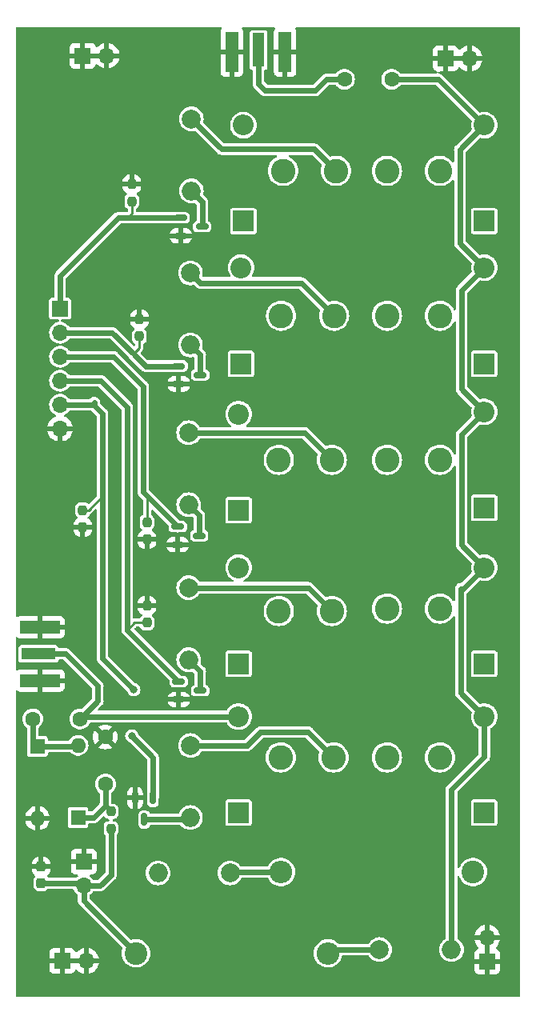
<source format=gtl>
G04 #@! TF.GenerationSoftware,KiCad,Pcbnew,7.0.10*
G04 #@! TF.CreationDate,2024-04-06T16:04:27-07:00*
G04 #@! TF.ProjectId,optLowPass,6f70744c-6f77-4506-9173-732e6b696361,rev?*
G04 #@! TF.SameCoordinates,Original*
G04 #@! TF.FileFunction,Copper,L1,Top*
G04 #@! TF.FilePolarity,Positive*
%FSLAX46Y46*%
G04 Gerber Fmt 4.6, Leading zero omitted, Abs format (unit mm)*
G04 Created by KiCad (PCBNEW 7.0.10) date 2024-04-06 16:04:27*
%MOMM*%
%LPD*%
G01*
G04 APERTURE LIST*
G04 Aperture macros list*
%AMRoundRect*
0 Rectangle with rounded corners*
0 $1 Rounding radius*
0 $2 $3 $4 $5 $6 $7 $8 $9 X,Y pos of 4 corners*
0 Add a 4 corners polygon primitive as box body*
4,1,4,$2,$3,$4,$5,$6,$7,$8,$9,$2,$3,0*
0 Add four circle primitives for the rounded corners*
1,1,$1+$1,$2,$3*
1,1,$1+$1,$4,$5*
1,1,$1+$1,$6,$7*
1,1,$1+$1,$8,$9*
0 Add four rect primitives between the rounded corners*
20,1,$1+$1,$2,$3,$4,$5,0*
20,1,$1+$1,$4,$5,$6,$7,0*
20,1,$1+$1,$6,$7,$8,$9,0*
20,1,$1+$1,$8,$9,$2,$3,0*%
G04 Aperture macros list end*
G04 #@! TA.AperFunction,ComponentPad*
%ADD10R,2.200000X2.200000*%
G04 #@! TD*
G04 #@! TA.AperFunction,ComponentPad*
%ADD11O,2.200000X2.200000*%
G04 #@! TD*
G04 #@! TA.AperFunction,SMDPad,CuDef*
%ADD12RoundRect,0.237500X0.237500X-0.250000X0.237500X0.250000X-0.237500X0.250000X-0.237500X-0.250000X0*%
G04 #@! TD*
G04 #@! TA.AperFunction,ComponentPad*
%ADD13C,2.000000*%
G04 #@! TD*
G04 #@! TA.AperFunction,ComponentPad*
%ADD14O,2.000000X2.000000*%
G04 #@! TD*
G04 #@! TA.AperFunction,ComponentPad*
%ADD15R,1.700000X1.700000*%
G04 #@! TD*
G04 #@! TA.AperFunction,ComponentPad*
%ADD16O,1.700000X1.700000*%
G04 #@! TD*
G04 #@! TA.AperFunction,ComponentPad*
%ADD17C,2.600000*%
G04 #@! TD*
G04 #@! TA.AperFunction,ComponentPad*
%ADD18C,2.400000*%
G04 #@! TD*
G04 #@! TA.AperFunction,ComponentPad*
%ADD19O,2.400000X2.400000*%
G04 #@! TD*
G04 #@! TA.AperFunction,SMDPad,CuDef*
%ADD20RoundRect,0.237500X-0.237500X0.250000X-0.237500X-0.250000X0.237500X-0.250000X0.237500X0.250000X0*%
G04 #@! TD*
G04 #@! TA.AperFunction,SMDPad,CuDef*
%ADD21RoundRect,0.237500X-0.237500X0.300000X-0.237500X-0.300000X0.237500X-0.300000X0.237500X0.300000X0*%
G04 #@! TD*
G04 #@! TA.AperFunction,SMDPad,CuDef*
%ADD22RoundRect,0.150000X-0.512500X-0.150000X0.512500X-0.150000X0.512500X0.150000X-0.512500X0.150000X0*%
G04 #@! TD*
G04 #@! TA.AperFunction,ComponentPad*
%ADD23R,1.600000X1.600000*%
G04 #@! TD*
G04 #@! TA.AperFunction,ComponentPad*
%ADD24O,1.600000X1.600000*%
G04 #@! TD*
G04 #@! TA.AperFunction,ComponentPad*
%ADD25C,1.600000*%
G04 #@! TD*
G04 #@! TA.AperFunction,SMDPad,CuDef*
%ADD26R,3.600000X1.270000*%
G04 #@! TD*
G04 #@! TA.AperFunction,SMDPad,CuDef*
%ADD27R,4.200000X1.350000*%
G04 #@! TD*
G04 #@! TA.AperFunction,SMDPad,CuDef*
%ADD28RoundRect,0.150000X-0.150000X0.512500X-0.150000X-0.512500X0.150000X-0.512500X0.150000X0.512500X0*%
G04 #@! TD*
G04 #@! TA.AperFunction,SMDPad,CuDef*
%ADD29R,1.270000X3.600000*%
G04 #@! TD*
G04 #@! TA.AperFunction,SMDPad,CuDef*
%ADD30R,1.350000X4.200000*%
G04 #@! TD*
G04 #@! TA.AperFunction,ViaPad*
%ADD31C,0.800000*%
G04 #@! TD*
G04 #@! TA.AperFunction,Conductor*
%ADD32C,0.609600*%
G04 #@! TD*
G04 #@! TA.AperFunction,Conductor*
%ADD33C,0.250000*%
G04 #@! TD*
G04 APERTURE END LIST*
D10*
X128700000Y-70920000D03*
D11*
X128700000Y-60760000D03*
D12*
X89200000Y-135212500D03*
X89200000Y-133387500D03*
D10*
X128700000Y-101250000D03*
D11*
X128700000Y-91090000D03*
D10*
X102700000Y-101500000D03*
D11*
X102700000Y-91340000D03*
D13*
X97600000Y-126410000D03*
D14*
X97600000Y-134030000D03*
D15*
X86200000Y-53400000D03*
D16*
X88740000Y-53400000D03*
D17*
X118400000Y-96170000D03*
X124000000Y-96170000D03*
D18*
X127500000Y-139800000D03*
D19*
X107180000Y-139800000D03*
D15*
X86300000Y-138700000D03*
D16*
X86300000Y-141240000D03*
D20*
X92200000Y-81287500D03*
X92200000Y-83112500D03*
D21*
X81800000Y-139237500D03*
X81800000Y-140962500D03*
D18*
X91840000Y-148400000D03*
D19*
X112160000Y-148400000D03*
D17*
X107150000Y-127670000D03*
X112750000Y-127670000D03*
D13*
X97600000Y-76400000D03*
D14*
X97600000Y-84020000D03*
D13*
X97700000Y-60100000D03*
D14*
X97700000Y-67720000D03*
D22*
X96562500Y-70550000D03*
X96562500Y-72450000D03*
X98837500Y-71500000D03*
D10*
X102950000Y-86000000D03*
D11*
X102950000Y-75840000D03*
D23*
X81400000Y-126490000D03*
D24*
X81400000Y-134110000D03*
D25*
X113900000Y-55900000D03*
X118900000Y-55900000D03*
D17*
X107400000Y-65590000D03*
X113000000Y-65590000D03*
D26*
X81500000Y-116700000D03*
D27*
X81700000Y-113875000D03*
X81700000Y-119525000D03*
D20*
X91400000Y-66987500D03*
X91400000Y-68812500D03*
D17*
X118400000Y-127670000D03*
X124000000Y-127670000D03*
D10*
X128700000Y-86000000D03*
D11*
X128700000Y-75840000D03*
D17*
X118400000Y-80920000D03*
X124000000Y-80920000D03*
D13*
X97400000Y-93300000D03*
D14*
X97400000Y-100920000D03*
D15*
X129000000Y-149275000D03*
D16*
X129000000Y-146735000D03*
D28*
X93650000Y-131962500D03*
X91750000Y-131962500D03*
X92700000Y-134237500D03*
D10*
X128700000Y-117750000D03*
D11*
X128700000Y-107590000D03*
D17*
X118400000Y-65590000D03*
X124000000Y-65590000D03*
X106950000Y-96170000D03*
X112550000Y-96170000D03*
D12*
X86200000Y-103312500D03*
X86200000Y-101487500D03*
D10*
X102700000Y-117750000D03*
D11*
X102700000Y-107590000D03*
D25*
X88600000Y-130500000D03*
X88600000Y-125500000D03*
D13*
X117610000Y-148000000D03*
D14*
X125230000Y-148000000D03*
D17*
X107200000Y-80920000D03*
X112800000Y-80920000D03*
D29*
X104800000Y-52800000D03*
D30*
X107625000Y-53000000D03*
X101975000Y-53000000D03*
D17*
X106950000Y-112170000D03*
X112550000Y-112170000D03*
D10*
X102700000Y-133500000D03*
D11*
X102700000Y-123340000D03*
D22*
X96262500Y-103250000D03*
X96262500Y-105150000D03*
X98537500Y-104200000D03*
D13*
X101800000Y-139900000D03*
D14*
X94180000Y-139900000D03*
D25*
X80900000Y-123600000D03*
X85900000Y-123600000D03*
D15*
X83800000Y-80180000D03*
D16*
X83800000Y-82720000D03*
X83800000Y-85260000D03*
X83800000Y-87800000D03*
X83800000Y-90340000D03*
X83800000Y-92880000D03*
D10*
X103200000Y-70920000D03*
D11*
X103200000Y-60760000D03*
D23*
X85700000Y-134010000D03*
D24*
X85700000Y-126390000D03*
D15*
X124600000Y-53700000D03*
D16*
X127140000Y-53700000D03*
D15*
X84025000Y-149200000D03*
D16*
X86565000Y-149200000D03*
D13*
X97400000Y-109710000D03*
D14*
X97400000Y-117330000D03*
D22*
X96362500Y-119650000D03*
X96362500Y-121550000D03*
X98637500Y-120600000D03*
D12*
X93000000Y-104612500D03*
X93000000Y-102787500D03*
D22*
X96362500Y-86250000D03*
X96362500Y-88150000D03*
X98637500Y-87200000D03*
D17*
X118400000Y-111920000D03*
X124000000Y-111920000D03*
D20*
X93000000Y-111587500D03*
X93000000Y-113412500D03*
D10*
X128700000Y-133500000D03*
D11*
X128700000Y-123340000D03*
D31*
X84300000Y-63400000D03*
X84100000Y-146400000D03*
X119300000Y-91800000D03*
X112400000Y-121500000D03*
X85300000Y-105300000D03*
X93100000Y-53300000D03*
X91100000Y-133800000D03*
X119400000Y-76300000D03*
X119500000Y-61600000D03*
X130500000Y-137700000D03*
X112500000Y-75600000D03*
X120800000Y-141900000D03*
X98800000Y-73200000D03*
X99200000Y-122100000D03*
X112700000Y-60700000D03*
X112700000Y-62500000D03*
X119500000Y-107400000D03*
X112000000Y-92400000D03*
X112000000Y-90800000D03*
X119500000Y-123000000D03*
X92500000Y-63500000D03*
X98800000Y-88900000D03*
X112500000Y-108300000D03*
X115600000Y-135500000D03*
X112500000Y-123000000D03*
X90700000Y-77300000D03*
X99200000Y-105700000D03*
X112500000Y-77200000D03*
X99700000Y-53000000D03*
X108500000Y-150400000D03*
X84700000Y-71800000D03*
X91100000Y-139900000D03*
X99800000Y-146600000D03*
X109800000Y-53900000D03*
X92400000Y-107200000D03*
X83500000Y-139000000D03*
X112500000Y-106500000D03*
X91400000Y-125400000D03*
X91600000Y-120500000D03*
D32*
X97700000Y-60100000D02*
X100900000Y-63300000D01*
X110710000Y-63300000D02*
X113000000Y-65590000D01*
X100900000Y-63300000D02*
X110710000Y-63300000D01*
X109680000Y-93300000D02*
X112550000Y-96170000D01*
X97400000Y-93300000D02*
X109680000Y-93300000D01*
X81400000Y-126490000D02*
X85600000Y-126490000D01*
X85600000Y-126490000D02*
X85700000Y-126390000D01*
X80900000Y-123600000D02*
X80900000Y-125990000D01*
X80900000Y-125990000D02*
X81400000Y-126490000D01*
X87800000Y-120100000D02*
X87800000Y-121700000D01*
X102700000Y-123340000D02*
X86160000Y-123340000D01*
X81500000Y-116700000D02*
X84400000Y-116700000D01*
X84400000Y-116700000D02*
X87800000Y-120100000D01*
X86160000Y-123340000D02*
X85900000Y-123600000D01*
X87800000Y-121700000D02*
X85900000Y-123600000D01*
X88600000Y-130500000D02*
X88600000Y-132787500D01*
X88600000Y-132787500D02*
X89200000Y-133387500D01*
X85700000Y-134010000D02*
X87377500Y-134010000D01*
X87377500Y-134010000D02*
X88600000Y-132787500D01*
X126300000Y-88690000D02*
X128700000Y-91090000D01*
X128700000Y-127600000D02*
X125230000Y-131070000D01*
X126300000Y-78240000D02*
X126300000Y-88690000D01*
X123840000Y-55900000D02*
X128700000Y-60760000D01*
X126100000Y-63360000D02*
X126100000Y-73240000D01*
X128700000Y-75840000D02*
X126300000Y-78240000D01*
X125230000Y-131070000D02*
X125230000Y-148000000D01*
X126200000Y-109800000D02*
X126200000Y-120840000D01*
X126100000Y-73240000D02*
X128700000Y-75840000D01*
X126300000Y-93490000D02*
X126300000Y-105190000D01*
X126200000Y-120840000D02*
X128700000Y-123340000D01*
X128700000Y-91090000D02*
X126300000Y-93490000D01*
X126300000Y-105190000D02*
X128700000Y-107590000D01*
X128700000Y-60760000D02*
X126100000Y-63360000D01*
X128700000Y-123340000D02*
X128700000Y-127600000D01*
X126490000Y-109800000D02*
X126200000Y-109800000D01*
X128700000Y-107590000D02*
X126490000Y-109800000D01*
X118900000Y-55900000D02*
X123840000Y-55900000D01*
X104800000Y-56400000D02*
X104800000Y-52800000D01*
X112000000Y-55900000D02*
X110800000Y-57100000D01*
X110800000Y-57100000D02*
X105500000Y-57100000D01*
X113900000Y-55900000D02*
X112000000Y-55900000D01*
X105500000Y-57100000D02*
X104800000Y-56400000D01*
X110080000Y-125000000D02*
X112750000Y-127670000D01*
X97600000Y-126410000D02*
X103590000Y-126410000D01*
X105000000Y-125000000D02*
X110080000Y-125000000D01*
X103590000Y-126410000D02*
X105000000Y-125000000D01*
X97600000Y-76400000D02*
X98644800Y-77444800D01*
X109324800Y-77444800D02*
X112800000Y-80920000D01*
X98644800Y-77444800D02*
X109324800Y-77444800D01*
X86300000Y-141240000D02*
X86300000Y-142860000D01*
X86022500Y-140962500D02*
X86300000Y-141240000D01*
X88060000Y-141240000D02*
X89200000Y-140100000D01*
X89200000Y-140100000D02*
X89200000Y-135212500D01*
X86300000Y-142860000D02*
X91840000Y-148400000D01*
X81800000Y-140962500D02*
X86022500Y-140962500D01*
X86300000Y-141240000D02*
X88060000Y-141240000D01*
X97400000Y-109710000D02*
X110090000Y-109710000D01*
X110090000Y-109710000D02*
X112550000Y-112170000D01*
X91000000Y-70550000D02*
X96562500Y-70550000D01*
D33*
X91400000Y-68812500D02*
X91400000Y-70150000D01*
D32*
X89950000Y-70550000D02*
X91000000Y-70550000D01*
D33*
X91400000Y-70150000D02*
X91000000Y-70550000D01*
D32*
X83800000Y-76700000D02*
X89950000Y-70550000D01*
X83800000Y-80180000D02*
X83800000Y-76700000D01*
X83800000Y-82720000D02*
X89320000Y-82720000D01*
D33*
X92200000Y-84300000D02*
X91550000Y-84950000D01*
D32*
X89320000Y-82720000D02*
X91550000Y-84950000D01*
X91550000Y-84950000D02*
X92850000Y-86250000D01*
X92850000Y-86250000D02*
X96362500Y-86250000D01*
D33*
X92200000Y-83112500D02*
X92200000Y-84300000D01*
D32*
X93056250Y-100043750D02*
X96262500Y-103250000D01*
D33*
X93000000Y-100100000D02*
X93056250Y-100043750D01*
D32*
X92600000Y-88400000D02*
X92600000Y-99587500D01*
D33*
X93000000Y-102787500D02*
X93000000Y-100100000D01*
D32*
X83800000Y-85260000D02*
X89460000Y-85260000D01*
X92600000Y-99587500D02*
X93056250Y-100043750D01*
X89460000Y-85260000D02*
X92600000Y-88400000D01*
D33*
X91675000Y-113412500D02*
X90900000Y-114187500D01*
X93000000Y-113412500D02*
X91675000Y-113412500D01*
D32*
X83800000Y-87800000D02*
X88100000Y-87800000D01*
X90900000Y-90600000D02*
X90900000Y-114187500D01*
X90900000Y-114187500D02*
X96362500Y-119650000D01*
X88100000Y-87800000D02*
X90900000Y-90600000D01*
X87400000Y-90100000D02*
X87160000Y-90340000D01*
X87400000Y-90400000D02*
X87400000Y-90100000D01*
X88300000Y-100000000D02*
X88300000Y-91300000D01*
X87160000Y-90340000D02*
X83800000Y-90340000D01*
D33*
X86200000Y-101487500D02*
X86812500Y-101487500D01*
D32*
X93650000Y-131962500D02*
X93650000Y-127650000D01*
D33*
X86812500Y-101487500D02*
X88300000Y-100000000D01*
D32*
X91600000Y-120500000D02*
X88300000Y-117200000D01*
X88300000Y-91300000D02*
X87400000Y-90400000D01*
X93650000Y-127650000D02*
X91400000Y-125400000D01*
X88300000Y-117200000D02*
X88300000Y-100000000D01*
X112560000Y-148000000D02*
X112160000Y-148400000D01*
X117610000Y-148000000D02*
X112560000Y-148000000D01*
X101900000Y-139800000D02*
X101800000Y-139900000D01*
X107180000Y-139800000D02*
X101900000Y-139800000D01*
X98837500Y-68857500D02*
X97700000Y-67720000D01*
X98837500Y-71500000D02*
X98837500Y-68857500D01*
X98637500Y-85057500D02*
X97600000Y-84020000D01*
X98637500Y-87200000D02*
X98637500Y-85057500D01*
X98537500Y-104200000D02*
X98537500Y-102057500D01*
X98537500Y-102057500D02*
X97400000Y-100920000D01*
X98637500Y-118567500D02*
X97400000Y-117330000D01*
X98637500Y-120600000D02*
X98637500Y-118567500D01*
X97392500Y-134237500D02*
X97600000Y-134030000D01*
X92700000Y-134237500D02*
X97392500Y-134237500D01*
G04 #@! TA.AperFunction,Conductor*
G36*
X129254000Y-148841325D02*
G01*
X129142315Y-148790320D01*
X129035763Y-148775000D01*
X128964237Y-148775000D01*
X128857685Y-148790320D01*
X128746000Y-148841325D01*
X128746000Y-147168674D01*
X128857685Y-147219680D01*
X128964237Y-147235000D01*
X129035763Y-147235000D01*
X129142315Y-147219680D01*
X129254000Y-147168674D01*
X129254000Y-148841325D01*
G37*
G04 #@! TD.AperFunction*
G04 #@! TA.AperFunction,Conductor*
G36*
X86105507Y-148990156D02*
G01*
X86065000Y-149128111D01*
X86065000Y-149271889D01*
X86105507Y-149409844D01*
X86133884Y-149454000D01*
X84456116Y-149454000D01*
X84484493Y-149409844D01*
X84525000Y-149271889D01*
X84525000Y-149128111D01*
X84484493Y-148990156D01*
X84456116Y-148946000D01*
X86133884Y-148946000D01*
X86105507Y-148990156D01*
G37*
G04 #@! TD.AperFunction*
G04 #@! TA.AperFunction,Conductor*
G36*
X126680507Y-53490156D02*
G01*
X126640000Y-53628111D01*
X126640000Y-53771889D01*
X126680507Y-53909844D01*
X126708884Y-53954000D01*
X125031116Y-53954000D01*
X125059493Y-53909844D01*
X125100000Y-53771889D01*
X125100000Y-53628111D01*
X125059493Y-53490156D01*
X125031116Y-53446000D01*
X126708884Y-53446000D01*
X126680507Y-53490156D01*
G37*
G04 #@! TD.AperFunction*
G04 #@! TA.AperFunction,Conductor*
G36*
X88280507Y-53190156D02*
G01*
X88240000Y-53328111D01*
X88240000Y-53471889D01*
X88280507Y-53609844D01*
X88308884Y-53654000D01*
X86631116Y-53654000D01*
X86659493Y-53609844D01*
X86700000Y-53471889D01*
X86700000Y-53328111D01*
X86659493Y-53190156D01*
X86631116Y-53146000D01*
X88308884Y-53146000D01*
X88280507Y-53190156D01*
G37*
G04 #@! TD.AperFunction*
G04 #@! TA.AperFunction,Conductor*
G36*
X100855755Y-50420502D02*
G01*
X100902248Y-50474158D01*
X100912352Y-50544432D01*
X100888502Y-50602009D01*
X100849555Y-50654034D01*
X100849555Y-50654035D01*
X100798505Y-50790906D01*
X100792000Y-50851402D01*
X100792000Y-52746000D01*
X103158000Y-52746000D01*
X103158000Y-50851414D01*
X103157999Y-50851402D01*
X103151494Y-50790906D01*
X103100444Y-50654035D01*
X103100444Y-50654034D01*
X103061498Y-50602009D01*
X103036687Y-50535489D01*
X103051778Y-50466115D01*
X103101980Y-50415913D01*
X103162366Y-50400500D01*
X106437634Y-50400500D01*
X106505755Y-50420502D01*
X106552248Y-50474158D01*
X106562352Y-50544432D01*
X106538502Y-50602009D01*
X106499555Y-50654034D01*
X106499555Y-50654035D01*
X106448505Y-50790906D01*
X106442000Y-50851402D01*
X106442000Y-52746000D01*
X108808000Y-52746000D01*
X108808000Y-50851414D01*
X108807999Y-50851402D01*
X108801494Y-50790906D01*
X108750444Y-50654035D01*
X108750444Y-50654034D01*
X108711498Y-50602009D01*
X108686687Y-50535489D01*
X108701778Y-50466115D01*
X108751980Y-50415913D01*
X108812366Y-50400500D01*
X132373500Y-50400500D01*
X132441621Y-50420502D01*
X132488114Y-50474158D01*
X132499500Y-50526500D01*
X132499500Y-152873500D01*
X132479498Y-152941621D01*
X132425842Y-152988114D01*
X132373500Y-152999500D01*
X79226500Y-152999500D01*
X79158379Y-152979498D01*
X79111886Y-152925842D01*
X79100500Y-152873500D01*
X79100500Y-150098597D01*
X82667000Y-150098597D01*
X82673505Y-150159093D01*
X82724555Y-150295964D01*
X82724555Y-150295965D01*
X82812095Y-150412904D01*
X82929034Y-150500444D01*
X83065906Y-150551494D01*
X83126402Y-150557999D01*
X83126415Y-150558000D01*
X83771000Y-150558000D01*
X83771000Y-149633674D01*
X83882685Y-149684680D01*
X83989237Y-149700000D01*
X84060763Y-149700000D01*
X84167315Y-149684680D01*
X84279000Y-149633674D01*
X84279000Y-150558000D01*
X84923585Y-150558000D01*
X84923597Y-150557999D01*
X84984093Y-150551494D01*
X85120964Y-150500444D01*
X85120965Y-150500444D01*
X85237904Y-150412904D01*
X85325444Y-150295965D01*
X85369814Y-150177004D01*
X85412361Y-150120168D01*
X85478881Y-150095357D01*
X85548255Y-150110448D01*
X85580572Y-150135699D01*
X85642097Y-150202534D01*
X85819698Y-150340767D01*
X85819699Y-150340768D01*
X86017628Y-150447882D01*
X86017630Y-150447883D01*
X86230483Y-150520955D01*
X86230492Y-150520957D01*
X86311000Y-150534391D01*
X86311000Y-149633674D01*
X86422685Y-149684680D01*
X86529237Y-149700000D01*
X86600763Y-149700000D01*
X86707315Y-149684680D01*
X86819000Y-149633674D01*
X86819000Y-150534390D01*
X86899507Y-150520957D01*
X86899516Y-150520955D01*
X87112369Y-150447883D01*
X87112371Y-150447882D01*
X87310300Y-150340768D01*
X87310301Y-150340767D01*
X87487902Y-150202534D01*
X87514540Y-150173597D01*
X127642000Y-150173597D01*
X127648505Y-150234093D01*
X127699555Y-150370964D01*
X127699555Y-150370965D01*
X127787095Y-150487904D01*
X127904034Y-150575444D01*
X128040906Y-150626494D01*
X128101402Y-150632999D01*
X128101415Y-150633000D01*
X128746000Y-150633000D01*
X128746000Y-149708674D01*
X128857685Y-149759680D01*
X128964237Y-149775000D01*
X129035763Y-149775000D01*
X129142315Y-149759680D01*
X129254000Y-149708674D01*
X129254000Y-150633000D01*
X129898585Y-150633000D01*
X129898597Y-150632999D01*
X129959093Y-150626494D01*
X130095964Y-150575444D01*
X130095965Y-150575444D01*
X130212904Y-150487904D01*
X130300444Y-150370965D01*
X130300444Y-150370964D01*
X130351494Y-150234093D01*
X130357999Y-150173597D01*
X130358000Y-150173585D01*
X130358000Y-149529000D01*
X129431116Y-149529000D01*
X129459493Y-149484844D01*
X129500000Y-149346889D01*
X129500000Y-149203111D01*
X129459493Y-149065156D01*
X129431116Y-149021000D01*
X130358000Y-149021000D01*
X130358000Y-148376414D01*
X130357999Y-148376402D01*
X130351494Y-148315906D01*
X130300444Y-148179035D01*
X130300444Y-148179034D01*
X130212904Y-148062095D01*
X130095966Y-147974556D01*
X129980321Y-147931423D01*
X129923486Y-147888876D01*
X129898675Y-147822356D01*
X129913766Y-147752982D01*
X129931653Y-147728030D01*
X130075323Y-147571961D01*
X130198419Y-147383548D01*
X130288820Y-147177456D01*
X130288823Y-147177449D01*
X130336544Y-146989000D01*
X129431116Y-146989000D01*
X129459493Y-146944844D01*
X129500000Y-146806889D01*
X129500000Y-146663111D01*
X129459493Y-146525156D01*
X129431116Y-146481000D01*
X130336544Y-146481000D01*
X130336544Y-146480999D01*
X130288823Y-146292550D01*
X130288820Y-146292543D01*
X130198419Y-146086451D01*
X130075325Y-145898041D01*
X129922902Y-145732465D01*
X129745301Y-145594232D01*
X129745300Y-145594231D01*
X129547371Y-145487117D01*
X129547369Y-145487116D01*
X129334512Y-145414043D01*
X129334501Y-145414040D01*
X129254000Y-145400606D01*
X129254000Y-146301325D01*
X129142315Y-146250320D01*
X129035763Y-146235000D01*
X128964237Y-146235000D01*
X128857685Y-146250320D01*
X128746000Y-146301325D01*
X128746000Y-145400607D01*
X128745999Y-145400606D01*
X128665498Y-145414040D01*
X128665487Y-145414043D01*
X128452630Y-145487116D01*
X128452628Y-145487117D01*
X128254699Y-145594231D01*
X128254698Y-145594232D01*
X128077097Y-145732465D01*
X127924674Y-145898041D01*
X127801580Y-146086451D01*
X127711179Y-146292543D01*
X127711176Y-146292550D01*
X127663455Y-146480999D01*
X127663456Y-146481000D01*
X128568884Y-146481000D01*
X128540507Y-146525156D01*
X128500000Y-146663111D01*
X128500000Y-146806889D01*
X128540507Y-146944844D01*
X128568884Y-146989000D01*
X127663455Y-146989000D01*
X127711176Y-147177449D01*
X127711179Y-147177456D01*
X127801580Y-147383548D01*
X127924674Y-147571958D01*
X128068347Y-147728030D01*
X128099767Y-147791695D01*
X128091780Y-147862241D01*
X128046920Y-147917270D01*
X128019678Y-147931423D01*
X127904033Y-147974556D01*
X127787095Y-148062095D01*
X127699555Y-148179034D01*
X127699555Y-148179035D01*
X127648505Y-148315906D01*
X127642000Y-148376402D01*
X127642000Y-149021000D01*
X128568884Y-149021000D01*
X128540507Y-149065156D01*
X128500000Y-149203111D01*
X128500000Y-149346889D01*
X128540507Y-149484844D01*
X128568884Y-149529000D01*
X127642000Y-149529000D01*
X127642000Y-150173597D01*
X87514540Y-150173597D01*
X87640325Y-150036958D01*
X87763419Y-149848548D01*
X87853820Y-149642456D01*
X87853823Y-149642449D01*
X87901544Y-149454000D01*
X86996116Y-149454000D01*
X87024493Y-149409844D01*
X87065000Y-149271889D01*
X87065000Y-149128111D01*
X87024493Y-148990156D01*
X86996116Y-148946000D01*
X87901544Y-148946000D01*
X87901544Y-148945999D01*
X87853823Y-148757550D01*
X87853820Y-148757543D01*
X87763419Y-148551451D01*
X87640325Y-148363041D01*
X87487902Y-148197465D01*
X87310301Y-148059232D01*
X87310300Y-148059231D01*
X87112371Y-147952117D01*
X87112369Y-147952116D01*
X86899512Y-147879043D01*
X86899501Y-147879040D01*
X86819000Y-147865606D01*
X86819000Y-148766325D01*
X86707315Y-148715320D01*
X86600763Y-148700000D01*
X86529237Y-148700000D01*
X86422685Y-148715320D01*
X86311000Y-148766325D01*
X86311000Y-147865607D01*
X86310999Y-147865606D01*
X86230498Y-147879040D01*
X86230487Y-147879043D01*
X86017630Y-147952116D01*
X86017628Y-147952117D01*
X85819699Y-148059231D01*
X85819698Y-148059232D01*
X85642093Y-148197468D01*
X85580571Y-148264300D01*
X85519718Y-148300871D01*
X85448754Y-148298738D01*
X85390208Y-148258576D01*
X85369814Y-148222995D01*
X85325444Y-148104035D01*
X85325444Y-148104034D01*
X85237904Y-147987095D01*
X85120965Y-147899555D01*
X84984093Y-147848505D01*
X84923597Y-147842000D01*
X84279000Y-147842000D01*
X84279000Y-148766325D01*
X84167315Y-148715320D01*
X84060763Y-148700000D01*
X83989237Y-148700000D01*
X83882685Y-148715320D01*
X83771000Y-148766325D01*
X83771000Y-147842000D01*
X83126402Y-147842000D01*
X83065906Y-147848505D01*
X82929035Y-147899555D01*
X82929034Y-147899555D01*
X82812095Y-147987095D01*
X82724555Y-148104034D01*
X82724555Y-148104035D01*
X82673505Y-148240906D01*
X82667000Y-148301402D01*
X82667000Y-148946000D01*
X83593884Y-148946000D01*
X83565507Y-148990156D01*
X83525000Y-149128111D01*
X83525000Y-149271889D01*
X83565507Y-149409844D01*
X83593884Y-149454000D01*
X82667000Y-149454000D01*
X82667000Y-150098597D01*
X79100500Y-150098597D01*
X79100500Y-139587184D01*
X80817000Y-139587184D01*
X80827430Y-139689273D01*
X80827431Y-139689276D01*
X80882248Y-139854707D01*
X80973737Y-140003033D01*
X80973742Y-140003039D01*
X81096960Y-140126257D01*
X81096972Y-140126266D01*
X81113094Y-140136211D01*
X81160572Y-140188997D01*
X81171975Y-140259072D01*
X81147345Y-140319584D01*
X81089139Y-140396340D01*
X81089137Y-140396343D01*
X81034882Y-140533922D01*
X81024500Y-140620379D01*
X81024500Y-141304620D01*
X81034882Y-141391077D01*
X81089137Y-141528656D01*
X81089139Y-141528659D01*
X81178499Y-141646500D01*
X81250467Y-141701074D01*
X81296342Y-141735862D01*
X81365132Y-141762989D01*
X81433922Y-141790117D01*
X81433921Y-141790117D01*
X81457520Y-141792950D01*
X81520382Y-141800500D01*
X81520385Y-141800500D01*
X82079615Y-141800500D01*
X82079618Y-141800500D01*
X82166077Y-141790117D01*
X82303658Y-141735862D01*
X82421500Y-141646500D01*
X82434451Y-141629421D01*
X82443366Y-141617666D01*
X82500464Y-141575473D01*
X82543763Y-141567800D01*
X85101954Y-141567800D01*
X85170075Y-141587802D01*
X85216568Y-141641458D01*
X85220438Y-141651970D01*
X85220488Y-141651951D01*
X85222592Y-141657382D01*
X85222594Y-141657386D01*
X85222595Y-141657389D01*
X85317634Y-141848255D01*
X85353212Y-141895367D01*
X85446129Y-142018408D01*
X85603699Y-142162053D01*
X85603700Y-142162053D01*
X85635029Y-142181451D01*
X85682417Y-142234317D01*
X85694700Y-142288579D01*
X85694700Y-142812069D01*
X85693622Y-142828516D01*
X85689477Y-142859999D01*
X85694700Y-142899670D01*
X85694700Y-142899671D01*
X85710279Y-143018014D01*
X85710280Y-143018015D01*
X85753408Y-143122133D01*
X85771272Y-143165262D01*
X85807603Y-143212610D01*
X85843935Y-143259960D01*
X85843936Y-143259960D01*
X85843937Y-143259961D01*
X85868295Y-143291705D01*
X85893497Y-143311043D01*
X85905879Y-143321903D01*
X90381307Y-147797331D01*
X90415333Y-147859643D01*
X90414356Y-147917357D01*
X90354893Y-148152171D01*
X90354892Y-148152177D01*
X90354892Y-148152179D01*
X90334357Y-148400000D01*
X90354181Y-148639242D01*
X90354893Y-148647828D01*
X90415935Y-148888877D01*
X90415938Y-148888884D01*
X90515826Y-149116606D01*
X90651835Y-149324785D01*
X90820249Y-149507732D01*
X90820254Y-149507736D01*
X90820256Y-149507738D01*
X91016490Y-149660473D01*
X91016491Y-149660474D01*
X91235190Y-149778828D01*
X91235192Y-149778829D01*
X91358677Y-149821221D01*
X91470386Y-149859571D01*
X91715665Y-149900500D01*
X91715669Y-149900500D01*
X91964331Y-149900500D01*
X91964335Y-149900500D01*
X92209614Y-149859571D01*
X92444810Y-149778828D01*
X92663509Y-149660474D01*
X92859744Y-149507738D01*
X92880820Y-149484844D01*
X93028164Y-149324785D01*
X93053742Y-149285635D01*
X93164173Y-149116607D01*
X93264063Y-148888881D01*
X93325108Y-148647821D01*
X93345643Y-148400000D01*
X110654357Y-148400000D01*
X110674181Y-148639242D01*
X110674893Y-148647828D01*
X110735935Y-148888877D01*
X110735938Y-148888884D01*
X110835826Y-149116606D01*
X110971835Y-149324785D01*
X111140249Y-149507732D01*
X111140254Y-149507736D01*
X111140256Y-149507738D01*
X111336490Y-149660473D01*
X111336491Y-149660474D01*
X111555190Y-149778828D01*
X111555192Y-149778829D01*
X111678677Y-149821221D01*
X111790386Y-149859571D01*
X112035665Y-149900500D01*
X112035669Y-149900500D01*
X112284331Y-149900500D01*
X112284335Y-149900500D01*
X112529614Y-149859571D01*
X112764810Y-149778828D01*
X112983509Y-149660474D01*
X113179744Y-149507738D01*
X113200820Y-149484844D01*
X113348164Y-149324785D01*
X113373742Y-149285635D01*
X113484173Y-149116607D01*
X113584063Y-148888881D01*
X113617321Y-148757550D01*
X113631802Y-148700368D01*
X113667915Y-148639242D01*
X113731342Y-148607344D01*
X113753946Y-148605300D01*
X116380627Y-148605300D01*
X116448748Y-148625302D01*
X116483839Y-148659028D01*
X116609953Y-148839139D01*
X116609955Y-148839141D01*
X116609957Y-148839144D01*
X116770855Y-149000042D01*
X116770865Y-149000051D01*
X116957262Y-149130566D01*
X116957261Y-149130566D01*
X117030580Y-149164755D01*
X117163504Y-149226739D01*
X117383308Y-149285635D01*
X117610000Y-149305468D01*
X117836692Y-149285635D01*
X118056496Y-149226739D01*
X118262734Y-149130568D01*
X118419215Y-149021000D01*
X118449134Y-149000051D01*
X118449136Y-149000048D01*
X118449139Y-149000047D01*
X118610047Y-148839139D01*
X118644231Y-148790320D01*
X118740566Y-148652737D01*
X118740566Y-148652736D01*
X118740568Y-148652734D01*
X118836739Y-148446496D01*
X118895635Y-148226692D01*
X118915468Y-148000000D01*
X118895635Y-147773308D01*
X118836739Y-147553504D01*
X118740568Y-147347266D01*
X118740567Y-147347265D01*
X118740566Y-147347262D01*
X118610051Y-147160865D01*
X118610042Y-147160855D01*
X118449144Y-146999957D01*
X118449134Y-146999948D01*
X118262737Y-146869433D01*
X118262738Y-146869433D01*
X118056498Y-146773262D01*
X118056493Y-146773260D01*
X117836695Y-146714365D01*
X117610000Y-146694532D01*
X117383304Y-146714365D01*
X117163506Y-146773260D01*
X117163501Y-146773262D01*
X116957262Y-146869433D01*
X116770865Y-146999948D01*
X116770855Y-146999957D01*
X116609957Y-147160855D01*
X116609955Y-147160858D01*
X116609953Y-147160861D01*
X116483839Y-147340970D01*
X116428384Y-147385299D01*
X116380627Y-147394700D01*
X113329314Y-147394700D01*
X113261193Y-147374698D01*
X113236613Y-147354037D01*
X113179750Y-147292267D01*
X112983509Y-147139526D01*
X112983508Y-147139525D01*
X112764809Y-147021171D01*
X112764807Y-147021170D01*
X112529618Y-146940430D01*
X112529609Y-146940428D01*
X112480836Y-146932289D01*
X112284335Y-146899500D01*
X112035665Y-146899500D01*
X111871953Y-146926818D01*
X111790390Y-146940428D01*
X111790381Y-146940430D01*
X111555192Y-147021170D01*
X111555190Y-147021171D01*
X111336491Y-147139525D01*
X111336490Y-147139526D01*
X111140249Y-147292267D01*
X110971835Y-147475214D01*
X110835826Y-147683393D01*
X110735938Y-147911115D01*
X110735935Y-147911122D01*
X110674893Y-148152171D01*
X110674892Y-148152177D01*
X110674892Y-148152179D01*
X110654357Y-148400000D01*
X93345643Y-148400000D01*
X93325108Y-148152179D01*
X93264063Y-147911119D01*
X93164173Y-147683393D01*
X93079311Y-147553501D01*
X93028164Y-147475214D01*
X92859750Y-147292267D01*
X92663509Y-147139526D01*
X92663508Y-147139525D01*
X92444809Y-147021171D01*
X92444807Y-147021170D01*
X92209618Y-146940430D01*
X92209609Y-146940428D01*
X92160836Y-146932289D01*
X91964335Y-146899500D01*
X91715665Y-146899500D01*
X91551953Y-146926818D01*
X91470390Y-146940428D01*
X91470377Y-146940431D01*
X91370627Y-146974675D01*
X91299703Y-146977875D01*
X91240621Y-146944597D01*
X86942205Y-142646181D01*
X86908179Y-142583869D01*
X86905300Y-142557086D01*
X86905300Y-142288579D01*
X86925302Y-142220458D01*
X86964970Y-142181451D01*
X86996302Y-142162052D01*
X87153872Y-142018407D01*
X87246788Y-141895366D01*
X87303803Y-141853060D01*
X87347338Y-141845300D01*
X88012070Y-141845300D01*
X88028516Y-141846377D01*
X88060000Y-141850523D01*
X88099671Y-141845300D01*
X88099673Y-141845300D01*
X88218015Y-141829720D01*
X88322133Y-141786591D01*
X88365262Y-141768728D01*
X88459959Y-141696065D01*
X88459959Y-141696064D01*
X88468181Y-141689756D01*
X88468187Y-141689750D01*
X88491705Y-141671705D01*
X88511039Y-141646507D01*
X88521898Y-141634124D01*
X89594121Y-140561900D01*
X89606495Y-140551047D01*
X89631705Y-140531705D01*
X89706851Y-140433772D01*
X89728728Y-140405262D01*
X89750799Y-140351977D01*
X89789720Y-140258015D01*
X89805300Y-140139673D01*
X89805300Y-140139670D01*
X89810523Y-140100000D01*
X89806378Y-140068515D01*
X89805300Y-140052069D01*
X89805300Y-139900000D01*
X92874532Y-139900000D01*
X92894365Y-140126695D01*
X92953260Y-140346493D01*
X92953262Y-140346498D01*
X93049433Y-140552737D01*
X93179948Y-140739134D01*
X93179957Y-140739144D01*
X93340855Y-140900042D01*
X93340865Y-140900051D01*
X93527262Y-141030566D01*
X93527261Y-141030566D01*
X93591397Y-141060473D01*
X93733504Y-141126739D01*
X93953308Y-141185635D01*
X94180000Y-141205468D01*
X94406692Y-141185635D01*
X94626496Y-141126739D01*
X94832734Y-141030568D01*
X94832737Y-141030566D01*
X95019134Y-140900051D01*
X95019136Y-140900048D01*
X95019139Y-140900047D01*
X95180047Y-140739139D01*
X95253176Y-140634700D01*
X95310566Y-140552737D01*
X95310566Y-140552736D01*
X95310568Y-140552734D01*
X95406739Y-140346496D01*
X95465635Y-140126692D01*
X95485468Y-139900000D01*
X100494532Y-139900000D01*
X100514365Y-140126695D01*
X100573260Y-140346493D01*
X100573262Y-140346498D01*
X100669433Y-140552737D01*
X100799948Y-140739134D01*
X100799957Y-140739144D01*
X100960855Y-140900042D01*
X100960865Y-140900051D01*
X101147262Y-141030566D01*
X101147261Y-141030566D01*
X101211397Y-141060473D01*
X101353504Y-141126739D01*
X101573308Y-141185635D01*
X101800000Y-141205468D01*
X102026692Y-141185635D01*
X102246496Y-141126739D01*
X102452734Y-141030568D01*
X102452737Y-141030566D01*
X102639134Y-140900051D01*
X102639136Y-140900048D01*
X102639139Y-140900047D01*
X102800047Y-140739139D01*
X102873176Y-140634700D01*
X102930566Y-140552737D01*
X102930566Y-140552736D01*
X102930568Y-140552734D01*
X102965394Y-140478050D01*
X103012312Y-140424765D01*
X103079589Y-140405300D01*
X105724683Y-140405300D01*
X105792804Y-140425302D01*
X105839297Y-140478958D01*
X105840070Y-140480685D01*
X105855827Y-140516608D01*
X105991835Y-140724785D01*
X106160249Y-140907732D01*
X106160254Y-140907736D01*
X106160256Y-140907738D01*
X106318068Y-141030568D01*
X106356490Y-141060473D01*
X106356491Y-141060474D01*
X106575190Y-141178828D01*
X106575192Y-141178829D01*
X106698677Y-141221221D01*
X106810386Y-141259571D01*
X107055665Y-141300500D01*
X107055669Y-141300500D01*
X107304331Y-141300500D01*
X107304335Y-141300500D01*
X107549614Y-141259571D01*
X107784810Y-141178828D01*
X108003509Y-141060474D01*
X108199744Y-140907738D01*
X108206821Y-140900051D01*
X108368164Y-140724785D01*
X108428950Y-140631745D01*
X108504173Y-140516607D01*
X108604063Y-140288881D01*
X108665108Y-140047821D01*
X108685643Y-139800000D01*
X108665108Y-139552179D01*
X108649742Y-139491500D01*
X108604064Y-139311122D01*
X108604061Y-139311115D01*
X108504173Y-139083393D01*
X108368164Y-138875214D01*
X108199750Y-138692267D01*
X108175332Y-138673262D01*
X108003509Y-138539526D01*
X108003508Y-138539525D01*
X107784809Y-138421171D01*
X107784807Y-138421170D01*
X107549618Y-138340430D01*
X107549609Y-138340428D01*
X107500836Y-138332289D01*
X107304335Y-138299500D01*
X107055665Y-138299500D01*
X106891953Y-138326818D01*
X106810390Y-138340428D01*
X106810381Y-138340430D01*
X106575192Y-138421170D01*
X106575190Y-138421171D01*
X106356491Y-138539525D01*
X106356490Y-138539526D01*
X106160249Y-138692267D01*
X105991835Y-138875214D01*
X105855827Y-139083391D01*
X105840070Y-139119315D01*
X105794388Y-139173663D01*
X105726576Y-139194686D01*
X105724683Y-139194700D01*
X102959353Y-139194700D01*
X102891232Y-139174698D01*
X102856139Y-139140970D01*
X102840976Y-139119315D01*
X102800047Y-139060861D01*
X102800044Y-139060858D01*
X102800042Y-139060855D01*
X102639144Y-138899957D01*
X102639134Y-138899948D01*
X102452737Y-138769433D01*
X102452738Y-138769433D01*
X102246498Y-138673262D01*
X102246493Y-138673260D01*
X102026695Y-138614365D01*
X101800000Y-138594532D01*
X101573304Y-138614365D01*
X101353506Y-138673260D01*
X101353501Y-138673262D01*
X101147262Y-138769433D01*
X100960865Y-138899948D01*
X100960855Y-138899957D01*
X100799957Y-139060855D01*
X100799948Y-139060865D01*
X100669433Y-139247262D01*
X100573262Y-139453501D01*
X100573260Y-139453506D01*
X100514365Y-139673304D01*
X100494532Y-139900000D01*
X95485468Y-139900000D01*
X95465635Y-139673308D01*
X95406739Y-139453504D01*
X95310568Y-139247266D01*
X95310567Y-139247265D01*
X95310566Y-139247262D01*
X95180051Y-139060865D01*
X95180042Y-139060855D01*
X95019144Y-138899957D01*
X95019134Y-138899948D01*
X94832737Y-138769433D01*
X94832738Y-138769433D01*
X94626498Y-138673262D01*
X94626493Y-138673260D01*
X94406695Y-138614365D01*
X94180000Y-138594532D01*
X93953304Y-138614365D01*
X93733506Y-138673260D01*
X93733501Y-138673262D01*
X93527262Y-138769433D01*
X93340865Y-138899948D01*
X93340855Y-138899957D01*
X93179957Y-139060855D01*
X93179948Y-139060865D01*
X93049433Y-139247262D01*
X92953262Y-139453501D01*
X92953260Y-139453506D01*
X92894365Y-139673304D01*
X92874532Y-139900000D01*
X89805300Y-139900000D01*
X89805300Y-135910234D01*
X89825302Y-135842113D01*
X89830888Y-135834119D01*
X89910862Y-135728658D01*
X89965117Y-135591077D01*
X89975500Y-135504618D01*
X89975500Y-134920382D01*
X89965117Y-134833923D01*
X89910862Y-134696342D01*
X89871821Y-134644859D01*
X89821500Y-134578499D01*
X89703659Y-134489139D01*
X89703658Y-134489138D01*
X89703656Y-134489137D01*
X89566077Y-134434882D01*
X89566078Y-134434882D01*
X89488869Y-134425610D01*
X89484621Y-134425100D01*
X89419372Y-134397120D01*
X89379608Y-134338303D01*
X89377955Y-134267326D01*
X89396157Y-134237499D01*
X92089477Y-134237499D01*
X92098422Y-134305442D01*
X92099500Y-134321889D01*
X92099500Y-134804266D01*
X92102354Y-134834700D01*
X92102355Y-134834704D01*
X92147206Y-134962881D01*
X92147208Y-134962885D01*
X92227849Y-135072150D01*
X92337114Y-135152791D01*
X92337118Y-135152793D01*
X92465301Y-135197646D01*
X92495734Y-135200500D01*
X92495736Y-135200500D01*
X92904264Y-135200500D01*
X92904266Y-135200500D01*
X92934699Y-135197646D01*
X93062882Y-135152793D01*
X93112993Y-135115810D01*
X93172150Y-135072150D01*
X93252791Y-134962885D01*
X93252791Y-134962884D01*
X93252793Y-134962882D01*
X93265283Y-134927184D01*
X93306661Y-134869494D01*
X93372662Y-134843331D01*
X93384213Y-134842800D01*
X96521423Y-134842800D01*
X96589544Y-134862802D01*
X96610518Y-134879705D01*
X96760855Y-135030042D01*
X96760865Y-135030051D01*
X96947262Y-135160566D01*
X96947261Y-135160566D01*
X97020580Y-135194755D01*
X97153504Y-135256739D01*
X97373308Y-135315635D01*
X97600000Y-135335468D01*
X97826692Y-135315635D01*
X98046496Y-135256739D01*
X98252734Y-135160568D01*
X98263841Y-135152791D01*
X98439134Y-135030051D01*
X98439136Y-135030048D01*
X98439139Y-135030047D01*
X98600047Y-134869139D01*
X98604485Y-134862802D01*
X98730566Y-134682737D01*
X98730566Y-134682736D01*
X98730568Y-134682734D01*
X98748230Y-134644859D01*
X101299500Y-134644859D01*
X101299501Y-134644866D01*
X101302414Y-134669990D01*
X101302416Y-134669994D01*
X101347793Y-134772765D01*
X101427232Y-134852204D01*
X101427234Y-134852205D01*
X101427235Y-134852206D01*
X101530009Y-134897585D01*
X101555135Y-134900500D01*
X103844864Y-134900499D01*
X103869991Y-134897585D01*
X103972765Y-134852206D01*
X104052206Y-134772765D01*
X104097585Y-134669991D01*
X104100500Y-134644865D01*
X104100499Y-132355136D01*
X104097585Y-132330009D01*
X104052206Y-132227235D01*
X104052206Y-132227234D01*
X103972767Y-132147795D01*
X103972765Y-132147794D01*
X103869989Y-132102414D01*
X103869990Y-132102414D01*
X103844868Y-132099500D01*
X101555140Y-132099500D01*
X101555133Y-132099501D01*
X101530009Y-132102414D01*
X101530005Y-132102416D01*
X101427234Y-132147793D01*
X101347795Y-132227232D01*
X101347794Y-132227234D01*
X101302414Y-132330009D01*
X101299500Y-132355129D01*
X101299500Y-134644859D01*
X98748230Y-134644859D01*
X98826739Y-134476496D01*
X98885635Y-134256692D01*
X98905468Y-134030000D01*
X98885635Y-133803308D01*
X98826739Y-133583504D01*
X98730568Y-133377266D01*
X98730567Y-133377265D01*
X98730566Y-133377262D01*
X98600051Y-133190865D01*
X98600042Y-133190855D01*
X98439144Y-133029957D01*
X98439134Y-133029948D01*
X98252737Y-132899433D01*
X98252738Y-132899433D01*
X98046498Y-132803262D01*
X98046493Y-132803260D01*
X97826695Y-132744365D01*
X97600000Y-132724532D01*
X97373304Y-132744365D01*
X97153506Y-132803260D01*
X97153501Y-132803262D01*
X96947262Y-132899433D01*
X96760865Y-133029948D01*
X96760855Y-133029957D01*
X96599957Y-133190855D01*
X96599948Y-133190865D01*
X96469433Y-133377262D01*
X96384478Y-133559450D01*
X96337561Y-133612735D01*
X96270283Y-133632200D01*
X93384213Y-133632200D01*
X93316092Y-133612198D01*
X93269599Y-133558542D01*
X93265283Y-133547814D01*
X93252793Y-133512118D01*
X93252791Y-133512116D01*
X93252791Y-133512114D01*
X93172150Y-133402849D01*
X93062885Y-133322208D01*
X93062881Y-133322206D01*
X92934704Y-133277355D01*
X92934700Y-133277354D01*
X92904266Y-133274500D01*
X92495734Y-133274500D01*
X92495733Y-133274500D01*
X92465299Y-133277354D01*
X92465295Y-133277355D01*
X92337118Y-133322206D01*
X92337114Y-133322208D01*
X92227849Y-133402849D01*
X92147208Y-133512114D01*
X92147206Y-133512118D01*
X92102355Y-133640295D01*
X92102354Y-133640299D01*
X92099500Y-133670733D01*
X92099500Y-134153109D01*
X92098422Y-134169555D01*
X92089477Y-134237499D01*
X89396157Y-134237499D01*
X89414938Y-134206722D01*
X89478815Y-134175734D01*
X89484619Y-134174899D01*
X89566077Y-134165117D01*
X89703658Y-134110862D01*
X89821500Y-134021500D01*
X89910862Y-133903658D01*
X89965117Y-133766077D01*
X89975500Y-133679618D01*
X89975500Y-133095382D01*
X89965117Y-133008923D01*
X89910862Y-132871342D01*
X89854601Y-132797150D01*
X89821500Y-132753499D01*
X89703659Y-132664139D01*
X89703658Y-132664138D01*
X89703656Y-132664137D01*
X89566077Y-132609882D01*
X89566078Y-132609882D01*
X89479620Y-132599500D01*
X89479618Y-132599500D01*
X89331300Y-132599500D01*
X89263179Y-132579498D01*
X89216686Y-132525842D01*
X89205300Y-132473500D01*
X89205300Y-132216500D01*
X90942001Y-132216500D01*
X90942001Y-132541456D01*
X90944934Y-132578750D01*
X90991318Y-132738400D01*
X91075948Y-132881501D01*
X91075949Y-132881503D01*
X91193497Y-132999051D01*
X91336600Y-133083681D01*
X91496000Y-133129991D01*
X91496000Y-132216500D01*
X92004000Y-132216500D01*
X92004000Y-133129991D01*
X92163399Y-133083681D01*
X92306502Y-132999051D01*
X92424050Y-132881503D01*
X92424051Y-132881501D01*
X92508681Y-132738401D01*
X92555065Y-132578749D01*
X92558000Y-132541456D01*
X92558000Y-132216500D01*
X92004000Y-132216500D01*
X91496000Y-132216500D01*
X90942001Y-132216500D01*
X89205300Y-132216500D01*
X89205300Y-131708500D01*
X90942000Y-131708500D01*
X91496000Y-131708500D01*
X91496000Y-130795007D01*
X92004000Y-130795007D01*
X92004000Y-131708500D01*
X92557999Y-131708500D01*
X92557999Y-131383543D01*
X92555065Y-131346249D01*
X92508681Y-131186599D01*
X92424051Y-131043498D01*
X92424050Y-131043496D01*
X92306503Y-130925949D01*
X92306501Y-130925948D01*
X92163401Y-130841318D01*
X92004000Y-130795007D01*
X91496000Y-130795007D01*
X91336598Y-130841318D01*
X91193498Y-130925948D01*
X91193496Y-130925949D01*
X91075949Y-131043496D01*
X91075948Y-131043498D01*
X90991318Y-131186598D01*
X90944934Y-131346250D01*
X90942000Y-131383543D01*
X90942000Y-131708500D01*
X89205300Y-131708500D01*
X89205300Y-131489771D01*
X89225302Y-131421650D01*
X89261687Y-131385874D01*
X89261396Y-131385489D01*
X89264341Y-131383264D01*
X89264977Y-131382639D01*
X89266041Y-131381981D01*
X89416764Y-131244579D01*
X89539673Y-131081821D01*
X89630582Y-130899250D01*
X89686397Y-130703083D01*
X89705215Y-130500000D01*
X89686397Y-130296917D01*
X89630582Y-130100750D01*
X89539673Y-129918179D01*
X89539670Y-129918175D01*
X89416765Y-129755421D01*
X89266040Y-129618018D01*
X89266039Y-129618017D01*
X89092648Y-129510658D01*
X89092641Y-129510654D01*
X89092637Y-129510652D01*
X88976133Y-129465518D01*
X88902457Y-129436976D01*
X88835629Y-129424484D01*
X88701976Y-129399500D01*
X88498024Y-129399500D01*
X88397784Y-129418238D01*
X88297542Y-129436976D01*
X88150190Y-129494060D01*
X88107363Y-129510652D01*
X88107362Y-129510652D01*
X88107361Y-129510653D01*
X88107351Y-129510658D01*
X87933960Y-129618017D01*
X87933959Y-129618018D01*
X87783234Y-129755421D01*
X87660329Y-129918175D01*
X87569416Y-130100754D01*
X87513603Y-130296915D01*
X87494785Y-130500000D01*
X87513603Y-130703084D01*
X87569416Y-130899245D01*
X87569417Y-130899247D01*
X87569418Y-130899250D01*
X87660327Y-131081821D01*
X87660328Y-131081822D01*
X87660329Y-131081824D01*
X87783234Y-131244578D01*
X87933953Y-131381976D01*
X87933954Y-131381976D01*
X87933959Y-131381981D01*
X87935021Y-131382638D01*
X87935424Y-131383087D01*
X87938604Y-131385489D01*
X87938134Y-131386110D01*
X87982412Y-131435498D01*
X87994700Y-131489771D01*
X87994700Y-132484586D01*
X87974698Y-132552707D01*
X87957795Y-132573681D01*
X87163681Y-133367795D01*
X87101369Y-133401821D01*
X87074586Y-133404700D01*
X86926499Y-133404700D01*
X86858378Y-133384698D01*
X86811885Y-133331042D01*
X86800499Y-133278700D01*
X86800499Y-133165140D01*
X86800499Y-133165136D01*
X86797585Y-133140009D01*
X86752206Y-133037235D01*
X86752206Y-133037234D01*
X86672767Y-132957795D01*
X86672765Y-132957794D01*
X86569989Y-132912414D01*
X86569990Y-132912414D01*
X86544868Y-132909500D01*
X84855140Y-132909500D01*
X84855133Y-132909501D01*
X84830009Y-132912414D01*
X84830005Y-132912416D01*
X84727234Y-132957793D01*
X84647795Y-133037232D01*
X84647794Y-133037234D01*
X84602414Y-133140009D01*
X84599500Y-133165129D01*
X84599500Y-134854859D01*
X84599501Y-134854866D01*
X84602414Y-134879990D01*
X84602416Y-134879994D01*
X84647793Y-134982765D01*
X84727232Y-135062204D01*
X84727234Y-135062205D01*
X84727235Y-135062206D01*
X84830009Y-135107585D01*
X84855135Y-135110500D01*
X86544864Y-135110499D01*
X86569991Y-135107585D01*
X86672765Y-135062206D01*
X86752206Y-134982765D01*
X86797585Y-134879991D01*
X86800500Y-134854865D01*
X86800500Y-134741300D01*
X86820502Y-134673179D01*
X86874158Y-134626686D01*
X86926500Y-134615300D01*
X87329570Y-134615300D01*
X87346016Y-134616377D01*
X87377500Y-134620523D01*
X87417171Y-134615300D01*
X87417173Y-134615300D01*
X87535515Y-134599720D01*
X87639633Y-134556591D01*
X87682762Y-134538728D01*
X87720202Y-134510000D01*
X87785681Y-134459756D01*
X87785687Y-134459750D01*
X87809205Y-134441705D01*
X87828536Y-134416511D01*
X87839398Y-134404124D01*
X88322583Y-133920939D01*
X88384893Y-133886915D01*
X88455708Y-133891980D01*
X88512072Y-133933901D01*
X88536920Y-133966669D01*
X88578499Y-134021500D01*
X88650467Y-134076074D01*
X88696342Y-134110862D01*
X88765132Y-134137989D01*
X88833922Y-134165117D01*
X88833921Y-134165117D01*
X88915377Y-134174899D01*
X88980627Y-134202880D01*
X89020391Y-134261697D01*
X89022044Y-134332674D01*
X88985061Y-134393278D01*
X88921184Y-134424266D01*
X88915377Y-134425101D01*
X88833922Y-134434882D01*
X88696343Y-134489137D01*
X88696340Y-134489139D01*
X88578499Y-134578499D01*
X88489139Y-134696340D01*
X88489137Y-134696343D01*
X88434882Y-134833922D01*
X88424500Y-134920379D01*
X88424500Y-135504620D01*
X88434882Y-135591077D01*
X88489137Y-135728656D01*
X88489138Y-135728658D01*
X88569099Y-135834103D01*
X88594321Y-135900465D01*
X88594700Y-135910234D01*
X88594700Y-139797086D01*
X88574698Y-139865207D01*
X88557795Y-139886181D01*
X87846181Y-140597795D01*
X87783869Y-140631821D01*
X87757086Y-140634700D01*
X87347338Y-140634700D01*
X87279217Y-140614698D01*
X87246788Y-140584633D01*
X87229627Y-140561908D01*
X87153872Y-140461593D01*
X87082294Y-140396340D01*
X86996300Y-140317946D01*
X86996298Y-140317945D01*
X86952985Y-140291127D01*
X86905598Y-140238260D01*
X86894315Y-140168166D01*
X86922719Y-140103099D01*
X86981792Y-140063717D01*
X87019316Y-140058000D01*
X87198585Y-140058000D01*
X87198597Y-140057999D01*
X87259093Y-140051494D01*
X87395964Y-140000444D01*
X87395965Y-140000444D01*
X87512904Y-139912904D01*
X87600444Y-139795965D01*
X87600444Y-139795964D01*
X87651494Y-139659093D01*
X87657999Y-139598597D01*
X87658000Y-139598585D01*
X87658000Y-138954000D01*
X86731116Y-138954000D01*
X86759493Y-138909844D01*
X86800000Y-138771889D01*
X86800000Y-138628111D01*
X86759493Y-138490156D01*
X86731116Y-138446000D01*
X87658000Y-138446000D01*
X87658000Y-137801414D01*
X87657999Y-137801402D01*
X87651494Y-137740906D01*
X87600444Y-137604035D01*
X87600444Y-137604034D01*
X87512904Y-137487095D01*
X87395965Y-137399555D01*
X87259093Y-137348505D01*
X87198597Y-137342000D01*
X86554000Y-137342000D01*
X86554000Y-138266325D01*
X86442315Y-138215320D01*
X86335763Y-138200000D01*
X86264237Y-138200000D01*
X86157685Y-138215320D01*
X86046000Y-138266325D01*
X86046000Y-137342000D01*
X85401402Y-137342000D01*
X85340906Y-137348505D01*
X85204035Y-137399555D01*
X85204034Y-137399555D01*
X85087095Y-137487095D01*
X84999555Y-137604034D01*
X84999555Y-137604035D01*
X84948505Y-137740906D01*
X84942000Y-137801402D01*
X84942000Y-138446000D01*
X85868884Y-138446000D01*
X85840507Y-138490156D01*
X85800000Y-138628111D01*
X85800000Y-138771889D01*
X85840507Y-138909844D01*
X85868884Y-138954000D01*
X84942000Y-138954000D01*
X84942000Y-139598597D01*
X84948505Y-139659093D01*
X84999555Y-139795964D01*
X84999555Y-139795965D01*
X85087095Y-139912904D01*
X85204034Y-140000444D01*
X85340906Y-140051494D01*
X85401402Y-140057999D01*
X85401415Y-140058000D01*
X85580684Y-140058000D01*
X85648805Y-140078002D01*
X85695298Y-140131658D01*
X85705402Y-140201932D01*
X85675908Y-140266512D01*
X85647015Y-140291127D01*
X85603701Y-140317945D01*
X85603693Y-140317951D01*
X85596712Y-140324316D01*
X85532895Y-140355426D01*
X85511828Y-140357200D01*
X82572915Y-140357200D01*
X82504794Y-140337198D01*
X82458301Y-140283542D01*
X82448197Y-140213268D01*
X82477691Y-140148688D01*
X82497852Y-140131540D01*
X82497278Y-140130813D01*
X82503039Y-140126257D01*
X82626257Y-140003039D01*
X82626262Y-140003033D01*
X82717751Y-139854707D01*
X82772568Y-139689276D01*
X82772569Y-139689273D01*
X82782999Y-139587184D01*
X82783000Y-139587184D01*
X82783000Y-139491500D01*
X80817000Y-139491500D01*
X80817000Y-139587184D01*
X79100500Y-139587184D01*
X79100500Y-138983500D01*
X80817000Y-138983500D01*
X81546000Y-138983500D01*
X81546000Y-138192000D01*
X82054000Y-138192000D01*
X82054000Y-138983500D01*
X82783000Y-138983500D01*
X82783000Y-138887815D01*
X82772569Y-138785726D01*
X82772568Y-138785723D01*
X82717751Y-138620292D01*
X82626262Y-138471966D01*
X82626257Y-138471960D01*
X82503039Y-138348742D01*
X82503033Y-138348737D01*
X82354707Y-138257248D01*
X82189276Y-138202431D01*
X82189273Y-138202430D01*
X82087184Y-138192000D01*
X82054000Y-138192000D01*
X81546000Y-138192000D01*
X81512815Y-138192000D01*
X81410726Y-138202430D01*
X81410723Y-138202431D01*
X81245292Y-138257248D01*
X81096966Y-138348737D01*
X81096960Y-138348742D01*
X80973742Y-138471960D01*
X80973737Y-138471966D01*
X80882248Y-138620292D01*
X80827431Y-138785723D01*
X80827430Y-138785726D01*
X80817000Y-138887815D01*
X80817000Y-138983500D01*
X79100500Y-138983500D01*
X79100500Y-133856000D01*
X80113917Y-133856000D01*
X81088314Y-133856000D01*
X81072359Y-133871955D01*
X81014835Y-133984852D01*
X80995014Y-134110000D01*
X81014835Y-134235148D01*
X81072359Y-134348045D01*
X81088314Y-134364000D01*
X80113918Y-134364000D01*
X80166186Y-134559068D01*
X80166188Y-134559073D01*
X80262912Y-134766498D01*
X80394184Y-134953974D01*
X80394189Y-134953980D01*
X80556019Y-135115810D01*
X80556025Y-135115815D01*
X80743501Y-135247087D01*
X80950926Y-135343811D01*
X80950931Y-135343813D01*
X81146000Y-135396081D01*
X81146000Y-134421686D01*
X81161955Y-134437641D01*
X81274852Y-134495165D01*
X81368519Y-134510000D01*
X81431481Y-134510000D01*
X81525148Y-134495165D01*
X81638045Y-134437641D01*
X81654000Y-134421686D01*
X81654000Y-135396081D01*
X81849068Y-135343813D01*
X81849073Y-135343811D01*
X82056498Y-135247087D01*
X82243974Y-135115815D01*
X82243980Y-135115810D01*
X82405810Y-134953980D01*
X82405815Y-134953974D01*
X82537087Y-134766498D01*
X82633811Y-134559073D01*
X82633813Y-134559068D01*
X82686082Y-134364000D01*
X81711686Y-134364000D01*
X81727641Y-134348045D01*
X81785165Y-134235148D01*
X81804986Y-134110000D01*
X81785165Y-133984852D01*
X81727641Y-133871955D01*
X81711686Y-133856000D01*
X82686082Y-133856000D01*
X82633813Y-133660931D01*
X82633811Y-133660926D01*
X82537087Y-133453501D01*
X82405815Y-133266025D01*
X82405810Y-133266019D01*
X82243980Y-133104189D01*
X82243974Y-133104184D01*
X82056498Y-132972912D01*
X81849073Y-132876188D01*
X81849071Y-132876187D01*
X81654000Y-132823917D01*
X81654000Y-133798314D01*
X81638045Y-133782359D01*
X81525148Y-133724835D01*
X81431481Y-133710000D01*
X81368519Y-133710000D01*
X81274852Y-133724835D01*
X81161955Y-133782359D01*
X81146000Y-133798314D01*
X81146000Y-132823917D01*
X81145999Y-132823917D01*
X80950928Y-132876187D01*
X80950926Y-132876188D01*
X80743501Y-132972912D01*
X80556025Y-133104184D01*
X80556019Y-133104189D01*
X80394189Y-133266019D01*
X80394184Y-133266025D01*
X80262912Y-133453501D01*
X80166188Y-133660926D01*
X80166186Y-133660931D01*
X80113917Y-133856000D01*
X79100500Y-133856000D01*
X79100500Y-123600000D01*
X79794785Y-123600000D01*
X79813603Y-123803084D01*
X79869416Y-123999245D01*
X79869417Y-123999247D01*
X79869418Y-123999250D01*
X79960327Y-124181821D01*
X79960328Y-124181822D01*
X79960329Y-124181824D01*
X80083234Y-124344578D01*
X80233953Y-124481976D01*
X80233954Y-124481976D01*
X80233959Y-124481981D01*
X80235021Y-124482638D01*
X80235424Y-124483087D01*
X80238604Y-124485489D01*
X80238134Y-124486110D01*
X80282412Y-124535498D01*
X80294700Y-124589771D01*
X80294700Y-125942069D01*
X80293622Y-125958516D01*
X80289477Y-125989999D01*
X80294700Y-126029670D01*
X80294700Y-126029672D01*
X80298422Y-126057945D01*
X80299500Y-126074390D01*
X80299500Y-127334859D01*
X80299501Y-127334866D01*
X80302414Y-127359990D01*
X80302416Y-127359994D01*
X80347793Y-127462765D01*
X80427232Y-127542204D01*
X80427234Y-127542205D01*
X80427235Y-127542206D01*
X80530009Y-127587585D01*
X80555135Y-127590500D01*
X82244864Y-127590499D01*
X82269991Y-127587585D01*
X82372765Y-127542206D01*
X82452206Y-127462765D01*
X82497585Y-127359991D01*
X82500500Y-127334865D01*
X82500500Y-127221300D01*
X82520502Y-127153179D01*
X82574158Y-127106686D01*
X82626500Y-127095300D01*
X84791793Y-127095300D01*
X84859914Y-127115302D01*
X84878565Y-127131055D01*
X84878931Y-127130655D01*
X85033959Y-127271981D01*
X85033960Y-127271982D01*
X85207351Y-127379341D01*
X85207354Y-127379342D01*
X85207363Y-127379348D01*
X85397544Y-127453024D01*
X85598024Y-127490500D01*
X85598026Y-127490500D01*
X85801974Y-127490500D01*
X85801976Y-127490500D01*
X86002456Y-127453024D01*
X86192637Y-127379348D01*
X86366041Y-127271981D01*
X86516764Y-127134579D01*
X86639673Y-126971821D01*
X86730582Y-126789250D01*
X86786397Y-126593083D01*
X86805215Y-126390000D01*
X86786397Y-126186917D01*
X86730582Y-125990750D01*
X86639673Y-125808179D01*
X86621941Y-125784698D01*
X86516765Y-125645421D01*
X86366040Y-125508018D01*
X86366039Y-125508017D01*
X86192648Y-125400658D01*
X86192641Y-125400654D01*
X86192637Y-125400652D01*
X86076133Y-125355518D01*
X86002457Y-125326976D01*
X85935629Y-125314484D01*
X85801976Y-125289500D01*
X85598024Y-125289500D01*
X85497784Y-125308238D01*
X85397542Y-125326976D01*
X85287781Y-125369498D01*
X85207363Y-125400652D01*
X85207362Y-125400652D01*
X85207361Y-125400653D01*
X85207351Y-125400658D01*
X85033960Y-125508017D01*
X85033959Y-125508018D01*
X84883234Y-125645421D01*
X84760328Y-125808177D01*
X84756999Y-125814863D01*
X84708729Y-125866927D01*
X84644208Y-125884700D01*
X82626499Y-125884700D01*
X82558378Y-125864698D01*
X82511885Y-125811042D01*
X82500499Y-125758700D01*
X82500499Y-125645140D01*
X82500499Y-125645136D01*
X82497585Y-125620009D01*
X82475883Y-125570858D01*
X82452206Y-125517234D01*
X82372767Y-125437795D01*
X82372765Y-125437794D01*
X82269989Y-125392414D01*
X82269990Y-125392414D01*
X82244870Y-125389500D01*
X82244865Y-125389500D01*
X81631300Y-125389500D01*
X81563179Y-125369498D01*
X81516686Y-125315842D01*
X81505300Y-125263500D01*
X81505300Y-124589771D01*
X81525302Y-124521650D01*
X81561687Y-124485874D01*
X81561396Y-124485489D01*
X81564341Y-124483264D01*
X81564977Y-124482639D01*
X81566041Y-124481981D01*
X81716764Y-124344579D01*
X81839673Y-124181821D01*
X81930582Y-123999250D01*
X81986397Y-123803083D01*
X82005215Y-123600000D01*
X81986397Y-123396917D01*
X81930582Y-123200750D01*
X81839673Y-123018179D01*
X81780387Y-122939671D01*
X81716765Y-122855421D01*
X81566040Y-122718018D01*
X81566039Y-122718017D01*
X81392648Y-122610658D01*
X81392641Y-122610654D01*
X81392637Y-122610652D01*
X81276133Y-122565518D01*
X81202457Y-122536976D01*
X81122031Y-122521942D01*
X81001976Y-122499500D01*
X80798024Y-122499500D01*
X80697784Y-122518238D01*
X80597542Y-122536976D01*
X80458690Y-122590768D01*
X80407363Y-122610652D01*
X80407362Y-122610652D01*
X80407361Y-122610653D01*
X80407351Y-122610658D01*
X80233960Y-122718017D01*
X80233959Y-122718018D01*
X80083234Y-122855421D01*
X79960329Y-123018175D01*
X79869416Y-123200754D01*
X79813603Y-123396915D01*
X79794785Y-123600000D01*
X79100500Y-123600000D01*
X79100500Y-120712365D01*
X79120502Y-120644244D01*
X79174158Y-120597751D01*
X79244432Y-120587647D01*
X79302010Y-120611498D01*
X79354034Y-120650443D01*
X79354035Y-120650444D01*
X79490906Y-120701494D01*
X79551402Y-120707999D01*
X79551415Y-120708000D01*
X81446000Y-120708000D01*
X81446000Y-119779000D01*
X81954000Y-119779000D01*
X81954000Y-120708000D01*
X83848585Y-120708000D01*
X83848597Y-120707999D01*
X83909093Y-120701494D01*
X84045964Y-120650444D01*
X84045965Y-120650444D01*
X84162904Y-120562904D01*
X84250444Y-120445965D01*
X84250444Y-120445964D01*
X84301494Y-120309093D01*
X84307999Y-120248597D01*
X84308000Y-120248585D01*
X84308000Y-119779000D01*
X81954000Y-119779000D01*
X81446000Y-119779000D01*
X81446000Y-118342000D01*
X81954000Y-118342000D01*
X81954000Y-119271000D01*
X84308000Y-119271000D01*
X84308000Y-118801414D01*
X84307999Y-118801402D01*
X84301494Y-118740906D01*
X84250444Y-118604035D01*
X84250444Y-118604034D01*
X84162904Y-118487095D01*
X84045965Y-118399555D01*
X83909093Y-118348505D01*
X83848597Y-118342000D01*
X81954000Y-118342000D01*
X81446000Y-118342000D01*
X79551402Y-118342000D01*
X79490906Y-118348505D01*
X79354035Y-118399555D01*
X79354034Y-118399555D01*
X79302009Y-118438502D01*
X79235489Y-118463313D01*
X79166115Y-118448222D01*
X79115913Y-118398020D01*
X79100500Y-118337634D01*
X79100500Y-117379859D01*
X79399500Y-117379859D01*
X79399501Y-117379866D01*
X79402414Y-117404990D01*
X79402416Y-117404994D01*
X79447793Y-117507765D01*
X79527232Y-117587204D01*
X79527234Y-117587205D01*
X79527235Y-117587206D01*
X79630009Y-117632585D01*
X79655135Y-117635500D01*
X83344864Y-117635499D01*
X83369991Y-117632585D01*
X83472765Y-117587206D01*
X83552206Y-117507765D01*
X83597585Y-117404991D01*
X83597585Y-117404990D01*
X83597586Y-117404988D01*
X83599427Y-117398222D01*
X83636611Y-117337741D01*
X83700590Y-117306965D01*
X83721007Y-117305300D01*
X84097086Y-117305300D01*
X84165207Y-117325302D01*
X84186181Y-117342205D01*
X87157795Y-120313819D01*
X87191821Y-120376131D01*
X87194700Y-120402914D01*
X87194700Y-121397085D01*
X87174698Y-121465206D01*
X87157795Y-121486180D01*
X86168996Y-122474978D01*
X86106684Y-122509004D01*
X86056751Y-122509738D01*
X86001977Y-122499500D01*
X86001976Y-122499500D01*
X85798024Y-122499500D01*
X85697784Y-122518238D01*
X85597542Y-122536976D01*
X85458690Y-122590768D01*
X85407363Y-122610652D01*
X85407362Y-122610652D01*
X85407361Y-122610653D01*
X85407351Y-122610658D01*
X85233960Y-122718017D01*
X85233959Y-122718018D01*
X85083234Y-122855421D01*
X84960329Y-123018175D01*
X84869416Y-123200754D01*
X84813603Y-123396915D01*
X84794785Y-123600000D01*
X84813603Y-123803084D01*
X84869416Y-123999245D01*
X84869417Y-123999247D01*
X84869418Y-123999250D01*
X84960327Y-124181821D01*
X84960328Y-124181822D01*
X84960329Y-124181824D01*
X85083234Y-124344578D01*
X85233959Y-124481981D01*
X85233960Y-124481982D01*
X85407351Y-124589341D01*
X85407354Y-124589342D01*
X85407363Y-124589348D01*
X85597544Y-124663024D01*
X85798024Y-124700500D01*
X85798026Y-124700500D01*
X86001974Y-124700500D01*
X86001976Y-124700500D01*
X86202456Y-124663024D01*
X86392637Y-124589348D01*
X86566041Y-124481981D01*
X86716764Y-124344579D01*
X86839673Y-124181821D01*
X86922671Y-124015136D01*
X86970941Y-123963073D01*
X87035462Y-123945300D01*
X88476814Y-123945300D01*
X88544935Y-123965302D01*
X88591428Y-124018958D01*
X88601532Y-124089232D01*
X88572038Y-124153812D01*
X88512312Y-124192196D01*
X88487795Y-124196821D01*
X88371997Y-124206951D01*
X88150931Y-124266186D01*
X88150926Y-124266188D01*
X87943500Y-124362913D01*
X87872109Y-124412900D01*
X88560481Y-125101272D01*
X88474852Y-125114835D01*
X88361955Y-125172359D01*
X88272359Y-125261955D01*
X88214835Y-125374852D01*
X88201272Y-125460481D01*
X87512900Y-124772109D01*
X87462913Y-124843500D01*
X87366188Y-125050926D01*
X87366186Y-125050931D01*
X87306951Y-125271997D01*
X87287004Y-125500000D01*
X87306951Y-125728002D01*
X87366186Y-125949068D01*
X87366188Y-125949073D01*
X87462913Y-126156501D01*
X87512899Y-126227888D01*
X88201272Y-125539516D01*
X88214835Y-125625148D01*
X88272359Y-125738045D01*
X88361955Y-125827641D01*
X88474852Y-125885165D01*
X88560482Y-125898727D01*
X87872110Y-126587098D01*
X87872110Y-126587100D01*
X87943498Y-126637086D01*
X88150926Y-126733811D01*
X88150931Y-126733813D01*
X88371999Y-126793048D01*
X88371995Y-126793048D01*
X88600000Y-126812995D01*
X88828002Y-126793048D01*
X89049068Y-126733813D01*
X89049073Y-126733811D01*
X89256497Y-126637088D01*
X89327888Y-126587099D01*
X89327888Y-126587097D01*
X88639518Y-125898727D01*
X88725148Y-125885165D01*
X88838045Y-125827641D01*
X88927641Y-125738045D01*
X88985165Y-125625148D01*
X88998727Y-125539518D01*
X89687097Y-126227888D01*
X89687099Y-126227888D01*
X89737088Y-126156497D01*
X89833811Y-125949073D01*
X89833813Y-125949068D01*
X89893048Y-125728002D01*
X89912995Y-125500000D01*
X89904247Y-125400002D01*
X90694355Y-125400002D01*
X90714859Y-125568871D01*
X90775179Y-125727925D01*
X90775181Y-125727929D01*
X90871816Y-125867928D01*
X90871818Y-125867930D01*
X90979701Y-125963506D01*
X90999148Y-125980734D01*
X91149775Y-126059790D01*
X91149778Y-126059790D01*
X91149779Y-126059791D01*
X91187321Y-126069044D01*
X91246264Y-126102288D01*
X93007795Y-127863818D01*
X93041820Y-127926130D01*
X93044700Y-127952913D01*
X93044700Y-132002177D01*
X93048422Y-132030445D01*
X93049500Y-132046890D01*
X93049500Y-132529266D01*
X93052354Y-132559700D01*
X93052355Y-132559704D01*
X93097206Y-132687881D01*
X93097208Y-132687885D01*
X93177849Y-132797150D01*
X93287114Y-132877791D01*
X93287118Y-132877793D01*
X93386059Y-132912414D01*
X93415301Y-132922646D01*
X93445734Y-132925500D01*
X93445736Y-132925500D01*
X93854264Y-132925500D01*
X93854266Y-132925500D01*
X93884699Y-132922646D01*
X94012882Y-132877793D01*
X94021622Y-132871343D01*
X94122150Y-132797150D01*
X94202791Y-132687885D01*
X94202793Y-132687881D01*
X94211102Y-132664137D01*
X94247646Y-132559699D01*
X94250500Y-132529266D01*
X94250500Y-132046890D01*
X94251578Y-132030445D01*
X94255299Y-132002177D01*
X94255300Y-132002173D01*
X94255300Y-127697930D01*
X94256378Y-127681483D01*
X94260523Y-127649999D01*
X94239720Y-127491986D01*
X94239105Y-127490500D01*
X94178729Y-127344739D01*
X94106065Y-127250042D01*
X94081705Y-127218295D01*
X94056498Y-127198953D01*
X94044114Y-127188091D01*
X93266023Y-126410000D01*
X96294532Y-126410000D01*
X96314365Y-126636695D01*
X96373260Y-126856493D01*
X96373262Y-126856498D01*
X96469433Y-127062737D01*
X96599948Y-127249134D01*
X96599957Y-127249144D01*
X96760855Y-127410042D01*
X96760865Y-127410051D01*
X96947262Y-127540566D01*
X96947261Y-127540566D01*
X96989639Y-127560327D01*
X97153504Y-127636739D01*
X97373308Y-127695635D01*
X97600000Y-127715468D01*
X97826692Y-127695635D01*
X97922364Y-127670000D01*
X105544551Y-127670000D01*
X105563066Y-127905259D01*
X105564317Y-127921147D01*
X105623126Y-128166109D01*
X105719533Y-128398857D01*
X105851165Y-128613660D01*
X105851166Y-128613662D01*
X106014775Y-128805224D01*
X106206337Y-128968833D01*
X106206341Y-128968836D01*
X106421141Y-129100466D01*
X106653889Y-129196873D01*
X106898852Y-129255683D01*
X107150000Y-129275449D01*
X107401148Y-129255683D01*
X107646111Y-129196873D01*
X107878859Y-129100466D01*
X108093659Y-128968836D01*
X108285224Y-128805224D01*
X108448836Y-128613659D01*
X108580466Y-128398859D01*
X108676873Y-128166111D01*
X108735683Y-127921148D01*
X108755449Y-127670000D01*
X108735683Y-127418852D01*
X108676873Y-127173889D01*
X108580466Y-126941141D01*
X108448836Y-126726341D01*
X108372607Y-126637088D01*
X108285224Y-126534775D01*
X108093662Y-126371166D01*
X108093660Y-126371165D01*
X108093659Y-126371164D01*
X107878859Y-126239534D01*
X107743108Y-126183304D01*
X107646109Y-126143126D01*
X107476003Y-126102288D01*
X107401148Y-126084317D01*
X107150000Y-126064551D01*
X106898852Y-126084317D01*
X106653890Y-126143126D01*
X106421142Y-126239533D01*
X106206339Y-126371165D01*
X106206337Y-126371166D01*
X106014775Y-126534775D01*
X105851166Y-126726337D01*
X105851165Y-126726339D01*
X105719533Y-126941142D01*
X105623126Y-127173890D01*
X105578448Y-127359990D01*
X105564317Y-127418852D01*
X105544551Y-127670000D01*
X97922364Y-127670000D01*
X98046496Y-127636739D01*
X98252734Y-127540568D01*
X98322117Y-127491986D01*
X98439134Y-127410051D01*
X98439136Y-127410048D01*
X98439139Y-127410047D01*
X98600047Y-127249139D01*
X98726160Y-127069029D01*
X98781616Y-127024701D01*
X98829373Y-127015300D01*
X103542070Y-127015300D01*
X103558516Y-127016377D01*
X103590000Y-127020523D01*
X103629671Y-127015300D01*
X103629673Y-127015300D01*
X103748015Y-126999720D01*
X103852133Y-126956591D01*
X103895262Y-126938728D01*
X103989959Y-126866065D01*
X103989959Y-126866064D01*
X103998181Y-126859756D01*
X103998187Y-126859750D01*
X104021705Y-126841705D01*
X104041045Y-126816498D01*
X104051890Y-126804132D01*
X105213821Y-125642202D01*
X105276131Y-125608179D01*
X105302914Y-125605300D01*
X109777086Y-125605300D01*
X109845207Y-125625302D01*
X109866181Y-125642205D01*
X111214774Y-126990798D01*
X111248800Y-127053110D01*
X111243735Y-127123925D01*
X111242088Y-127128110D01*
X111223129Y-127173880D01*
X111223128Y-127173884D01*
X111182110Y-127344739D01*
X111164317Y-127418852D01*
X111144551Y-127670000D01*
X111163066Y-127905259D01*
X111164317Y-127921147D01*
X111223126Y-128166109D01*
X111319533Y-128398857D01*
X111451165Y-128613660D01*
X111451166Y-128613662D01*
X111614775Y-128805224D01*
X111806337Y-128968833D01*
X111806341Y-128968836D01*
X112021141Y-129100466D01*
X112253889Y-129196873D01*
X112498852Y-129255683D01*
X112750000Y-129275449D01*
X113001148Y-129255683D01*
X113246111Y-129196873D01*
X113478859Y-129100466D01*
X113693659Y-128968836D01*
X113885224Y-128805224D01*
X114048836Y-128613659D01*
X114180466Y-128398859D01*
X114276873Y-128166111D01*
X114335683Y-127921148D01*
X114355449Y-127670000D01*
X116794551Y-127670000D01*
X116813066Y-127905259D01*
X116814317Y-127921147D01*
X116873126Y-128166109D01*
X116969533Y-128398857D01*
X117101165Y-128613660D01*
X117101166Y-128613662D01*
X117264775Y-128805224D01*
X117456337Y-128968833D01*
X117456341Y-128968836D01*
X117671141Y-129100466D01*
X117903889Y-129196873D01*
X118148852Y-129255683D01*
X118400000Y-129275449D01*
X118651148Y-129255683D01*
X118896111Y-129196873D01*
X119128859Y-129100466D01*
X119343659Y-128968836D01*
X119535224Y-128805224D01*
X119698836Y-128613659D01*
X119830466Y-128398859D01*
X119926873Y-128166111D01*
X119985683Y-127921148D01*
X120005449Y-127670000D01*
X122394551Y-127670000D01*
X122413066Y-127905259D01*
X122414317Y-127921147D01*
X122473126Y-128166109D01*
X122569533Y-128398857D01*
X122701165Y-128613660D01*
X122701166Y-128613662D01*
X122864775Y-128805224D01*
X123056337Y-128968833D01*
X123056341Y-128968836D01*
X123271141Y-129100466D01*
X123503889Y-129196873D01*
X123748852Y-129255683D01*
X124000000Y-129275449D01*
X124251148Y-129255683D01*
X124496111Y-129196873D01*
X124728859Y-129100466D01*
X124943659Y-128968836D01*
X125135224Y-128805224D01*
X125298836Y-128613659D01*
X125430466Y-128398859D01*
X125526873Y-128166111D01*
X125585683Y-127921148D01*
X125605449Y-127670000D01*
X125585683Y-127418852D01*
X125526873Y-127173889D01*
X125430466Y-126941141D01*
X125298836Y-126726341D01*
X125222607Y-126637088D01*
X125135224Y-126534775D01*
X124943662Y-126371166D01*
X124943660Y-126371165D01*
X124943659Y-126371164D01*
X124728859Y-126239534D01*
X124593108Y-126183304D01*
X124496109Y-126143126D01*
X124326003Y-126102288D01*
X124251148Y-126084317D01*
X124000000Y-126064551D01*
X123748852Y-126084317D01*
X123503890Y-126143126D01*
X123271142Y-126239533D01*
X123056339Y-126371165D01*
X123056337Y-126371166D01*
X122864775Y-126534775D01*
X122701166Y-126726337D01*
X122701165Y-126726339D01*
X122569533Y-126941142D01*
X122473126Y-127173890D01*
X122428448Y-127359990D01*
X122414317Y-127418852D01*
X122394551Y-127670000D01*
X120005449Y-127670000D01*
X119985683Y-127418852D01*
X119926873Y-127173889D01*
X119830466Y-126941141D01*
X119698836Y-126726341D01*
X119622607Y-126637088D01*
X119535224Y-126534775D01*
X119343662Y-126371166D01*
X119343660Y-126371165D01*
X119343659Y-126371164D01*
X119128859Y-126239534D01*
X118993108Y-126183304D01*
X118896109Y-126143126D01*
X118726003Y-126102288D01*
X118651148Y-126084317D01*
X118400000Y-126064551D01*
X118148852Y-126084317D01*
X117903890Y-126143126D01*
X117671142Y-126239533D01*
X117456339Y-126371165D01*
X117456337Y-126371166D01*
X117264775Y-126534775D01*
X117101166Y-126726337D01*
X117101165Y-126726339D01*
X116969533Y-126941142D01*
X116873126Y-127173890D01*
X116828448Y-127359990D01*
X116814317Y-127418852D01*
X116794551Y-127670000D01*
X114355449Y-127670000D01*
X114335683Y-127418852D01*
X114276873Y-127173889D01*
X114180466Y-126941141D01*
X114048836Y-126726341D01*
X113972607Y-126637088D01*
X113885224Y-126534775D01*
X113693662Y-126371166D01*
X113693660Y-126371165D01*
X113693659Y-126371164D01*
X113478859Y-126239534D01*
X113343108Y-126183304D01*
X113246109Y-126143126D01*
X113076003Y-126102288D01*
X113001148Y-126084317D01*
X112750000Y-126064551D01*
X112498852Y-126084317D01*
X112253884Y-126143128D01*
X112253880Y-126143129D01*
X112208110Y-126162088D01*
X112137520Y-126169677D01*
X112074034Y-126137897D01*
X112070798Y-126134774D01*
X110541903Y-124605879D01*
X110531043Y-124593497D01*
X110511705Y-124568295D01*
X110479961Y-124543937D01*
X110479960Y-124543936D01*
X110479960Y-124543935D01*
X110404599Y-124486110D01*
X110385262Y-124471272D01*
X110342133Y-124453408D01*
X110342131Y-124453407D01*
X110238018Y-124410281D01*
X110238014Y-124410279D01*
X110147206Y-124398324D01*
X110119673Y-124394700D01*
X110119671Y-124394700D01*
X110080000Y-124389477D01*
X110048515Y-124393622D01*
X110032069Y-124394700D01*
X105047930Y-124394700D01*
X105031483Y-124393622D01*
X105000000Y-124389477D01*
X104960329Y-124394700D01*
X104960327Y-124394700D01*
X104946560Y-124396512D01*
X104841985Y-124410279D01*
X104841984Y-124410280D01*
X104737865Y-124453408D01*
X104694738Y-124471271D01*
X104601701Y-124542659D01*
X104601702Y-124542660D01*
X104568295Y-124568295D01*
X104548962Y-124593489D01*
X104538097Y-124605877D01*
X103376179Y-125767796D01*
X103313869Y-125801820D01*
X103287086Y-125804700D01*
X98829373Y-125804700D01*
X98761252Y-125784698D01*
X98726160Y-125750971D01*
X98600047Y-125570861D01*
X98600044Y-125570858D01*
X98600042Y-125570855D01*
X98439144Y-125409957D01*
X98439134Y-125409948D01*
X98252737Y-125279433D01*
X98252738Y-125279433D01*
X98046498Y-125183262D01*
X98046493Y-125183260D01*
X97826695Y-125124365D01*
X97600000Y-125104532D01*
X97373304Y-125124365D01*
X97153506Y-125183260D01*
X97153501Y-125183262D01*
X96947262Y-125279433D01*
X96760865Y-125409948D01*
X96760855Y-125409957D01*
X96599957Y-125570855D01*
X96599948Y-125570865D01*
X96469433Y-125757262D01*
X96373262Y-125963501D01*
X96373260Y-125963506D01*
X96314365Y-126183304D01*
X96294532Y-126410000D01*
X93266023Y-126410000D01*
X92103036Y-125247012D01*
X92074320Y-125202599D01*
X92024818Y-125072070D01*
X91928183Y-124932071D01*
X91828207Y-124843500D01*
X91800857Y-124819270D01*
X91800851Y-124819265D01*
X91650225Y-124740210D01*
X91650221Y-124740208D01*
X91485059Y-124699500D01*
X91485056Y-124699500D01*
X91314944Y-124699500D01*
X91314940Y-124699500D01*
X91149778Y-124740208D01*
X91149774Y-124740210D01*
X90999148Y-124819265D01*
X90999142Y-124819270D01*
X90871818Y-124932069D01*
X90871816Y-124932071D01*
X90775181Y-125072070D01*
X90775179Y-125072074D01*
X90714859Y-125231128D01*
X90694355Y-125399997D01*
X90694355Y-125400002D01*
X89904247Y-125400002D01*
X89893048Y-125271997D01*
X89833813Y-125050931D01*
X89833811Y-125050926D01*
X89737086Y-124843498D01*
X89687100Y-124772110D01*
X89687098Y-124772110D01*
X88998727Y-125460481D01*
X88985165Y-125374852D01*
X88927641Y-125261955D01*
X88838045Y-125172359D01*
X88725148Y-125114835D01*
X88639517Y-125101272D01*
X89327888Y-124412899D01*
X89327888Y-124412898D01*
X89256501Y-124362913D01*
X89049073Y-124266188D01*
X89049068Y-124266186D01*
X88828000Y-124206951D01*
X88828004Y-124206951D01*
X88712205Y-124196821D01*
X88646086Y-124170958D01*
X88604447Y-124113454D01*
X88600506Y-124042567D01*
X88635515Y-123980802D01*
X88698359Y-123947770D01*
X88723186Y-123945300D01*
X101354605Y-123945300D01*
X101422726Y-123965302D01*
X101459888Y-124005360D01*
X101461226Y-124004487D01*
X101532417Y-124113454D01*
X101591021Y-124203153D01*
X101748216Y-124373913D01*
X101931373Y-124516469D01*
X101931374Y-124516470D01*
X102135497Y-124626936D01*
X102135499Y-124626937D01*
X102240615Y-124663023D01*
X102355019Y-124702298D01*
X102583951Y-124740500D01*
X102583955Y-124740500D01*
X102816045Y-124740500D01*
X102816049Y-124740500D01*
X103044981Y-124702298D01*
X103264503Y-124626936D01*
X103468626Y-124516470D01*
X103651784Y-124373913D01*
X103808979Y-124203153D01*
X103935924Y-124008849D01*
X104029157Y-123796300D01*
X104056258Y-123689278D01*
X104086132Y-123571314D01*
X104086133Y-123571308D01*
X104086134Y-123571305D01*
X104105300Y-123340000D01*
X104086134Y-123108695D01*
X104086133Y-123108691D01*
X104086132Y-123108685D01*
X104029157Y-122883700D01*
X104029155Y-122883696D01*
X104016752Y-122855421D01*
X103935924Y-122671151D01*
X103808979Y-122476847D01*
X103651784Y-122306087D01*
X103468626Y-122163530D01*
X103468625Y-122163529D01*
X103264502Y-122053063D01*
X103264500Y-122053062D01*
X103044985Y-121977703D01*
X103044978Y-121977701D01*
X102947000Y-121961352D01*
X102816049Y-121939500D01*
X102583951Y-121939500D01*
X102469383Y-121958618D01*
X102355021Y-121977701D01*
X102355014Y-121977703D01*
X102135499Y-122053062D01*
X102135497Y-122053063D01*
X101931374Y-122163529D01*
X101931373Y-122163530D01*
X101748213Y-122306089D01*
X101591018Y-122476850D01*
X101461226Y-122675513D01*
X101459653Y-122674485D01*
X101415387Y-122719070D01*
X101354605Y-122734700D01*
X87925515Y-122734700D01*
X87857394Y-122714698D01*
X87810901Y-122661042D01*
X87800797Y-122590768D01*
X87830291Y-122526188D01*
X87836419Y-122519605D01*
X88049936Y-122306087D01*
X88194128Y-122161894D01*
X88206503Y-122151042D01*
X88231705Y-122131705D01*
X88256062Y-122099961D01*
X88256065Y-122099959D01*
X88328729Y-122005261D01*
X88359224Y-121931638D01*
X88389720Y-121858015D01*
X88396831Y-121804000D01*
X95195007Y-121804000D01*
X95241318Y-121963401D01*
X95325948Y-122106501D01*
X95325949Y-122106503D01*
X95443496Y-122224050D01*
X95443498Y-122224051D01*
X95586598Y-122308681D01*
X95746251Y-122355065D01*
X95746249Y-122355065D01*
X95783543Y-122357999D01*
X96108500Y-122357999D01*
X96108500Y-121804000D01*
X96616500Y-121804000D01*
X96616500Y-122357999D01*
X96941456Y-122357999D01*
X96978750Y-122355065D01*
X97138400Y-122308681D01*
X97281501Y-122224051D01*
X97281503Y-122224050D01*
X97399050Y-122106503D01*
X97399051Y-122106501D01*
X97483681Y-121963401D01*
X97529993Y-121804000D01*
X96616500Y-121804000D01*
X96108500Y-121804000D01*
X95195007Y-121804000D01*
X88396831Y-121804000D01*
X88405300Y-121739673D01*
X88405300Y-121739670D01*
X88410523Y-121700000D01*
X88406378Y-121668515D01*
X88405300Y-121652069D01*
X88405300Y-121296000D01*
X95195007Y-121296000D01*
X96108500Y-121296000D01*
X96108500Y-120742000D01*
X96616500Y-120742000D01*
X96616500Y-121296000D01*
X97529992Y-121296000D01*
X97483681Y-121136598D01*
X97399051Y-120993498D01*
X97399050Y-120993496D01*
X97281503Y-120875949D01*
X97281501Y-120875948D01*
X97138401Y-120791318D01*
X96978748Y-120744934D01*
X96978750Y-120744934D01*
X96941456Y-120742000D01*
X96616500Y-120742000D01*
X96108500Y-120742000D01*
X95783544Y-120742000D01*
X95746249Y-120744934D01*
X95586599Y-120791318D01*
X95443498Y-120875948D01*
X95443496Y-120875949D01*
X95325949Y-120993496D01*
X95325948Y-120993498D01*
X95241318Y-121136598D01*
X95195007Y-121296000D01*
X88405300Y-121296000D01*
X88405300Y-120147929D01*
X88406378Y-120131482D01*
X88410523Y-120099999D01*
X88405300Y-120060327D01*
X88389720Y-119941986D01*
X88380309Y-119919266D01*
X88330298Y-119798531D01*
X88329009Y-119795104D01*
X88253563Y-119696780D01*
X88253554Y-119696770D01*
X88231705Y-119668295D01*
X88231703Y-119668293D01*
X88231702Y-119668292D01*
X88206505Y-119648958D01*
X88194115Y-119638091D01*
X84861903Y-116305879D01*
X84851043Y-116293497D01*
X84831705Y-116268295D01*
X84799961Y-116243937D01*
X84799960Y-116243936D01*
X84799960Y-116243935D01*
X84741961Y-116199432D01*
X84705262Y-116171272D01*
X84662133Y-116153408D01*
X84662131Y-116153407D01*
X84558018Y-116110281D01*
X84558014Y-116110279D01*
X84467206Y-116098324D01*
X84439673Y-116094700D01*
X84439671Y-116094700D01*
X84400000Y-116089477D01*
X84368515Y-116093622D01*
X84352069Y-116094700D01*
X83721007Y-116094700D01*
X83652886Y-116074698D01*
X83606393Y-116021042D01*
X83599425Y-116001773D01*
X83597584Y-115995006D01*
X83552206Y-115892234D01*
X83472767Y-115812795D01*
X83472765Y-115812794D01*
X83369989Y-115767414D01*
X83369990Y-115767414D01*
X83344868Y-115764500D01*
X79655140Y-115764500D01*
X79655133Y-115764501D01*
X79630009Y-115767414D01*
X79630005Y-115767416D01*
X79527234Y-115812793D01*
X79447795Y-115892232D01*
X79447794Y-115892234D01*
X79402414Y-115995009D01*
X79399500Y-116020129D01*
X79399500Y-117379859D01*
X79100500Y-117379859D01*
X79100500Y-115062365D01*
X79120502Y-114994244D01*
X79174158Y-114947751D01*
X79244432Y-114937647D01*
X79302010Y-114961498D01*
X79354034Y-115000443D01*
X79354035Y-115000444D01*
X79490906Y-115051494D01*
X79551402Y-115057999D01*
X79551415Y-115058000D01*
X81446000Y-115058000D01*
X81446000Y-114129000D01*
X81954000Y-114129000D01*
X81954000Y-115058000D01*
X83848585Y-115058000D01*
X83848597Y-115057999D01*
X83909093Y-115051494D01*
X84045964Y-115000444D01*
X84045965Y-115000444D01*
X84162904Y-114912904D01*
X84250444Y-114795965D01*
X84250444Y-114795964D01*
X84301494Y-114659093D01*
X84307999Y-114598597D01*
X84308000Y-114598585D01*
X84308000Y-114129000D01*
X81954000Y-114129000D01*
X81446000Y-114129000D01*
X81446000Y-112692000D01*
X81954000Y-112692000D01*
X81954000Y-113621000D01*
X84308000Y-113621000D01*
X84308000Y-113151414D01*
X84307999Y-113151402D01*
X84301494Y-113090906D01*
X84250444Y-112954035D01*
X84250444Y-112954034D01*
X84162904Y-112837095D01*
X84045965Y-112749555D01*
X83909093Y-112698505D01*
X83848597Y-112692000D01*
X81954000Y-112692000D01*
X81446000Y-112692000D01*
X79551402Y-112692000D01*
X79490906Y-112698505D01*
X79354035Y-112749555D01*
X79354034Y-112749555D01*
X79302009Y-112788502D01*
X79235489Y-112813313D01*
X79166115Y-112798222D01*
X79115913Y-112748020D01*
X79100500Y-112687634D01*
X79100500Y-103566500D01*
X85217000Y-103566500D01*
X85217000Y-103612184D01*
X85227430Y-103714273D01*
X85227431Y-103714276D01*
X85282248Y-103879707D01*
X85373737Y-104028033D01*
X85373742Y-104028039D01*
X85496960Y-104151257D01*
X85496966Y-104151262D01*
X85645292Y-104242751D01*
X85810723Y-104297568D01*
X85810726Y-104297569D01*
X85912815Y-104307999D01*
X85912815Y-104308000D01*
X85946000Y-104308000D01*
X85946000Y-103566500D01*
X86454000Y-103566500D01*
X86454000Y-104308000D01*
X86487185Y-104308000D01*
X86487184Y-104307999D01*
X86589273Y-104297569D01*
X86589276Y-104297568D01*
X86754707Y-104242751D01*
X86903033Y-104151262D01*
X86903039Y-104151257D01*
X87026257Y-104028039D01*
X87026262Y-104028033D01*
X87117751Y-103879707D01*
X87172568Y-103714276D01*
X87172569Y-103714273D01*
X87182999Y-103612184D01*
X87183000Y-103612184D01*
X87183000Y-103566500D01*
X86454000Y-103566500D01*
X85946000Y-103566500D01*
X85217000Y-103566500D01*
X79100500Y-103566500D01*
X79100500Y-93134000D01*
X82463455Y-93134000D01*
X82511176Y-93322449D01*
X82511179Y-93322456D01*
X82601580Y-93528548D01*
X82724674Y-93716958D01*
X82877097Y-93882534D01*
X83054698Y-94020767D01*
X83054699Y-94020768D01*
X83252628Y-94127882D01*
X83252630Y-94127883D01*
X83465483Y-94200955D01*
X83465492Y-94200957D01*
X83546000Y-94214391D01*
X83546000Y-93313674D01*
X83657685Y-93364680D01*
X83764237Y-93380000D01*
X83835763Y-93380000D01*
X83942315Y-93364680D01*
X84054000Y-93313674D01*
X84054000Y-94214390D01*
X84134507Y-94200957D01*
X84134516Y-94200955D01*
X84347369Y-94127883D01*
X84347371Y-94127882D01*
X84545300Y-94020768D01*
X84545301Y-94020767D01*
X84722902Y-93882534D01*
X84875325Y-93716958D01*
X84998419Y-93528548D01*
X85088820Y-93322456D01*
X85088823Y-93322449D01*
X85136544Y-93134000D01*
X84231116Y-93134000D01*
X84259493Y-93089844D01*
X84300000Y-92951889D01*
X84300000Y-92808111D01*
X84259493Y-92670156D01*
X84231116Y-92626000D01*
X85136544Y-92626000D01*
X85136544Y-92625999D01*
X85088823Y-92437550D01*
X85088820Y-92437543D01*
X84998419Y-92231451D01*
X84875325Y-92043041D01*
X84722902Y-91877465D01*
X84545301Y-91739232D01*
X84545300Y-91739231D01*
X84347371Y-91632117D01*
X84347365Y-91632115D01*
X84303705Y-91617126D01*
X84245771Y-91576089D01*
X84219220Y-91510244D01*
X84232482Y-91440497D01*
X84281347Y-91388992D01*
X84299092Y-91380467D01*
X84315019Y-91374298D01*
X84496302Y-91262052D01*
X84653872Y-91118407D01*
X84746788Y-90995366D01*
X84803803Y-90953060D01*
X84847338Y-90945300D01*
X87037086Y-90945300D01*
X87105207Y-90965302D01*
X87126181Y-90982205D01*
X87657795Y-91513819D01*
X87691821Y-91576131D01*
X87694700Y-91602914D01*
X87694700Y-99951360D01*
X87674698Y-100019481D01*
X87657795Y-100040456D01*
X86912409Y-100785841D01*
X86850097Y-100819866D01*
X86779281Y-100814801D01*
X86747180Y-100797142D01*
X86703658Y-100764138D01*
X86703656Y-100764137D01*
X86566077Y-100709882D01*
X86566078Y-100709882D01*
X86479620Y-100699500D01*
X86479618Y-100699500D01*
X85920382Y-100699500D01*
X85920379Y-100699500D01*
X85833922Y-100709882D01*
X85696343Y-100764137D01*
X85696340Y-100764139D01*
X85578499Y-100853499D01*
X85489139Y-100971340D01*
X85489137Y-100971343D01*
X85434882Y-101108922D01*
X85424500Y-101195379D01*
X85424500Y-101779620D01*
X85434882Y-101866077D01*
X85465372Y-101943392D01*
X85489138Y-102003658D01*
X85578500Y-102121500D01*
X85651562Y-102176904D01*
X85693754Y-102234002D01*
X85698379Y-102304848D01*
X85663968Y-102366948D01*
X85641574Y-102384542D01*
X85496966Y-102473737D01*
X85496960Y-102473742D01*
X85373742Y-102596960D01*
X85373737Y-102596966D01*
X85282248Y-102745292D01*
X85227431Y-102910723D01*
X85227430Y-102910726D01*
X85217000Y-103012815D01*
X85217000Y-103058500D01*
X87183000Y-103058500D01*
X87183000Y-103012815D01*
X87172569Y-102910726D01*
X87172568Y-102910723D01*
X87117751Y-102745292D01*
X87026262Y-102596966D01*
X87026257Y-102596960D01*
X86903039Y-102473742D01*
X86903033Y-102473737D01*
X86758425Y-102384542D01*
X86710947Y-102331756D01*
X86699544Y-102261681D01*
X86727837Y-102196565D01*
X86748435Y-102176906D01*
X86821500Y-102121500D01*
X86910862Y-102003658D01*
X86934629Y-101943387D01*
X86978223Y-101887358D01*
X86999587Y-101876533D01*
X86999241Y-101875854D01*
X87008078Y-101871350D01*
X87008078Y-101871349D01*
X87008081Y-101871349D01*
X87027481Y-101857252D01*
X87044348Y-101846917D01*
X87052275Y-101842877D01*
X87065720Y-101836028D01*
X87161028Y-101740720D01*
X87479605Y-101422143D01*
X87541917Y-101388117D01*
X87612732Y-101393182D01*
X87669568Y-101435729D01*
X87694379Y-101502249D01*
X87694700Y-101511238D01*
X87694700Y-117152069D01*
X87693622Y-117168516D01*
X87689477Y-117199999D01*
X87694700Y-117239670D01*
X87694700Y-117239671D01*
X87710279Y-117358014D01*
X87710280Y-117358015D01*
X87753408Y-117462133D01*
X87771272Y-117505262D01*
X87807603Y-117552610D01*
X87843935Y-117599960D01*
X87843936Y-117599960D01*
X87843937Y-117599961D01*
X87868295Y-117631705D01*
X87893497Y-117651043D01*
X87905879Y-117661903D01*
X90896962Y-120652986D01*
X90925679Y-120697401D01*
X90975182Y-120827930D01*
X91071816Y-120967928D01*
X91071818Y-120967930D01*
X91189458Y-121072150D01*
X91199148Y-121080734D01*
X91349775Y-121159790D01*
X91349776Y-121159790D01*
X91349778Y-121159791D01*
X91503357Y-121197644D01*
X91514944Y-121200500D01*
X91514947Y-121200500D01*
X91685053Y-121200500D01*
X91685056Y-121200500D01*
X91850225Y-121159790D01*
X92000852Y-121080734D01*
X92128183Y-120967929D01*
X92224818Y-120827930D01*
X92285140Y-120668872D01*
X92305645Y-120500000D01*
X92293856Y-120402914D01*
X92285140Y-120331128D01*
X92224820Y-120172074D01*
X92224818Y-120172070D01*
X92128183Y-120032071D01*
X92128181Y-120032069D01*
X92000857Y-119919270D01*
X92000851Y-119919265D01*
X91850225Y-119840210D01*
X91850218Y-119840207D01*
X91812673Y-119830953D01*
X91753734Y-119797710D01*
X88942205Y-116986181D01*
X88908179Y-116923869D01*
X88905300Y-116897086D01*
X88905300Y-91347929D01*
X88906378Y-91331482D01*
X88907717Y-91321314D01*
X88910523Y-91300000D01*
X88903679Y-91248015D01*
X88889720Y-91141985D01*
X88844040Y-91031705D01*
X88828728Y-90994738D01*
X88828727Y-90994737D01*
X88828727Y-90994736D01*
X88753572Y-90896791D01*
X88753556Y-90896772D01*
X88731705Y-90868295D01*
X88731703Y-90868293D01*
X88731702Y-90868292D01*
X88706505Y-90848958D01*
X88694115Y-90838091D01*
X88047428Y-90191404D01*
X88013402Y-90129092D01*
X88010523Y-90102309D01*
X88010523Y-90100000D01*
X88004742Y-90056089D01*
X87989720Y-89941986D01*
X87988924Y-89940066D01*
X87988921Y-89940037D01*
X87988914Y-89940041D01*
X87928729Y-89794741D01*
X87928728Y-89794740D01*
X87928728Y-89794739D01*
X87831705Y-89668295D01*
X87705262Y-89571272D01*
X87681891Y-89561591D01*
X87558013Y-89510279D01*
X87400000Y-89489477D01*
X87241985Y-89510279D01*
X87241984Y-89510280D01*
X87171442Y-89539500D01*
X87094738Y-89571271D01*
X87001701Y-89642659D01*
X87001702Y-89642660D01*
X87000038Y-89643937D01*
X86968295Y-89668295D01*
X86955163Y-89685407D01*
X86897829Y-89727272D01*
X86855205Y-89734700D01*
X84847338Y-89734700D01*
X84779217Y-89714698D01*
X84746788Y-89684633D01*
X84734450Y-89668295D01*
X84653872Y-89561593D01*
X84496302Y-89417948D01*
X84496300Y-89417946D01*
X84496298Y-89417945D01*
X84315025Y-89305705D01*
X84315021Y-89305703D01*
X84315019Y-89305702D01*
X84116198Y-89228679D01*
X83929902Y-89193854D01*
X83866618Y-89161676D01*
X83830776Y-89100391D01*
X83833757Y-89029457D01*
X83874615Y-88971395D01*
X83929901Y-88946145D01*
X84116198Y-88911321D01*
X84315019Y-88834298D01*
X84496302Y-88722052D01*
X84653872Y-88578407D01*
X84746788Y-88455366D01*
X84803803Y-88413060D01*
X84847338Y-88405300D01*
X87797086Y-88405300D01*
X87865207Y-88425302D01*
X87886181Y-88442205D01*
X90257795Y-90813819D01*
X90291821Y-90876131D01*
X90294700Y-90902914D01*
X90294700Y-114139569D01*
X90293622Y-114156016D01*
X90289477Y-114187500D01*
X90291189Y-114200500D01*
X90294700Y-114227170D01*
X90294700Y-114227171D01*
X90310279Y-114345514D01*
X90317614Y-114363220D01*
X90325840Y-114383080D01*
X90325841Y-114383082D01*
X90371270Y-114492760D01*
X90444147Y-114587736D01*
X90468294Y-114619204D01*
X90493494Y-114638541D01*
X90505884Y-114649408D01*
X95362595Y-119506118D01*
X95396621Y-119568430D01*
X95399500Y-119595213D01*
X95399500Y-119854266D01*
X95402354Y-119884700D01*
X95402355Y-119884704D01*
X95447206Y-120012881D01*
X95447208Y-120012885D01*
X95527849Y-120122150D01*
X95637114Y-120202791D01*
X95637118Y-120202793D01*
X95735213Y-120237118D01*
X95765301Y-120247646D01*
X95795734Y-120250500D01*
X96278110Y-120250500D01*
X96294555Y-120251577D01*
X96362500Y-120260523D01*
X96430444Y-120251577D01*
X96446890Y-120250500D01*
X96929264Y-120250500D01*
X96929266Y-120250500D01*
X96959699Y-120247646D01*
X97087882Y-120202793D01*
X97129511Y-120172070D01*
X97197150Y-120122150D01*
X97277791Y-120012885D01*
X97277793Y-120012881D01*
X97287932Y-119983907D01*
X97322646Y-119884699D01*
X97325500Y-119854266D01*
X97325500Y-119445734D01*
X97322646Y-119415301D01*
X97277793Y-119287118D01*
X97277791Y-119287114D01*
X97197150Y-119177849D01*
X97087885Y-119097208D01*
X97087881Y-119097206D01*
X96959704Y-119052355D01*
X96959700Y-119052354D01*
X96929266Y-119049500D01*
X96670213Y-119049500D01*
X96602092Y-119029498D01*
X96581118Y-119012595D01*
X94898523Y-117330000D01*
X96094532Y-117330000D01*
X96114365Y-117556695D01*
X96173260Y-117776493D01*
X96173262Y-117776498D01*
X96269433Y-117982737D01*
X96399948Y-118169134D01*
X96399957Y-118169144D01*
X96560855Y-118330042D01*
X96560865Y-118330051D01*
X96747262Y-118460566D01*
X96747261Y-118460566D01*
X96804153Y-118487095D01*
X96953504Y-118556739D01*
X97173308Y-118615635D01*
X97400000Y-118635468D01*
X97626692Y-118615635D01*
X97716465Y-118591580D01*
X97787438Y-118593270D01*
X97838168Y-118624192D01*
X97995295Y-118781319D01*
X98029321Y-118843631D01*
X98032200Y-118870414D01*
X98032200Y-119915786D01*
X98012198Y-119983907D01*
X97958542Y-120030400D01*
X97947816Y-120034715D01*
X97912121Y-120047205D01*
X97802847Y-120127851D01*
X97722208Y-120237114D01*
X97722206Y-120237118D01*
X97677355Y-120365295D01*
X97677354Y-120365299D01*
X97674500Y-120395733D01*
X97674500Y-120804266D01*
X97677354Y-120834700D01*
X97677355Y-120834704D01*
X97722206Y-120962881D01*
X97722208Y-120962885D01*
X97802849Y-121072150D01*
X97912114Y-121152791D01*
X97912118Y-121152793D01*
X98040301Y-121197646D01*
X98070734Y-121200500D01*
X98553110Y-121200500D01*
X98569555Y-121201577D01*
X98637500Y-121210523D01*
X98705444Y-121201577D01*
X98721890Y-121200500D01*
X99204264Y-121200500D01*
X99204266Y-121200500D01*
X99234699Y-121197646D01*
X99362882Y-121152793D01*
X99472150Y-121072150D01*
X99526865Y-120998014D01*
X99552791Y-120962885D01*
X99552793Y-120962881D01*
X99581910Y-120879671D01*
X99597646Y-120834699D01*
X99600500Y-120804266D01*
X99600500Y-120395734D01*
X99597646Y-120365301D01*
X99552793Y-120237118D01*
X99552791Y-120237114D01*
X99472152Y-120127851D01*
X99434413Y-120099999D01*
X99362882Y-120047207D01*
X99362879Y-120047206D01*
X99362878Y-120047205D01*
X99327184Y-120034715D01*
X99269493Y-119993336D01*
X99243330Y-119927336D01*
X99242800Y-119915786D01*
X99242800Y-118894859D01*
X101299500Y-118894859D01*
X101299501Y-118894866D01*
X101302414Y-118919990D01*
X101302416Y-118919994D01*
X101347793Y-119022765D01*
X101427232Y-119102204D01*
X101427234Y-119102205D01*
X101427235Y-119102206D01*
X101530009Y-119147585D01*
X101555135Y-119150500D01*
X103844864Y-119150499D01*
X103869991Y-119147585D01*
X103972765Y-119102206D01*
X104052206Y-119022765D01*
X104097585Y-118919991D01*
X104100500Y-118894865D01*
X104100499Y-116605136D01*
X104097585Y-116580009D01*
X104081872Y-116544422D01*
X104052206Y-116477234D01*
X103972767Y-116397795D01*
X103972765Y-116397794D01*
X103869989Y-116352414D01*
X103869990Y-116352414D01*
X103844868Y-116349500D01*
X101555140Y-116349500D01*
X101555133Y-116349501D01*
X101530009Y-116352414D01*
X101530005Y-116352416D01*
X101427234Y-116397793D01*
X101347795Y-116477232D01*
X101347794Y-116477234D01*
X101302414Y-116580009D01*
X101299500Y-116605129D01*
X101299500Y-118894859D01*
X99242800Y-118894859D01*
X99242800Y-118615429D01*
X99243878Y-118598982D01*
X99248023Y-118567499D01*
X99242618Y-118526444D01*
X99227220Y-118409486D01*
X99227220Y-118409485D01*
X99167798Y-118266031D01*
X99166509Y-118262604D01*
X99091063Y-118164280D01*
X99091054Y-118164270D01*
X99069205Y-118135795D01*
X99069203Y-118135793D01*
X99069202Y-118135792D01*
X99044005Y-118116458D01*
X99031615Y-118105591D01*
X98694192Y-117768168D01*
X98660166Y-117705856D01*
X98661579Y-117646466D01*
X98685635Y-117556692D01*
X98705468Y-117330000D01*
X98685635Y-117103308D01*
X98626739Y-116883504D01*
X98530568Y-116677266D01*
X98530567Y-116677265D01*
X98530566Y-116677262D01*
X98400051Y-116490865D01*
X98400042Y-116490855D01*
X98239144Y-116329957D01*
X98239134Y-116329948D01*
X98052737Y-116199433D01*
X98052738Y-116199433D01*
X97846498Y-116103262D01*
X97846493Y-116103260D01*
X97626695Y-116044365D01*
X97400000Y-116024532D01*
X97173304Y-116044365D01*
X96953506Y-116103260D01*
X96953501Y-116103262D01*
X96747262Y-116199433D01*
X96560865Y-116329948D01*
X96560855Y-116329957D01*
X96399957Y-116490855D01*
X96399948Y-116490865D01*
X96269433Y-116677262D01*
X96173262Y-116883501D01*
X96173260Y-116883506D01*
X96114365Y-117103304D01*
X96094532Y-117330000D01*
X94898523Y-117330000D01*
X91717980Y-114149457D01*
X91683954Y-114087145D01*
X91689019Y-114016330D01*
X91717977Y-113971269D01*
X91814344Y-113874904D01*
X91876657Y-113840879D01*
X91903439Y-113838000D01*
X92167632Y-113838000D01*
X92235753Y-113858002D01*
X92282246Y-113911658D01*
X92284837Y-113917751D01*
X92289138Y-113928658D01*
X92289139Y-113928659D01*
X92378499Y-114046500D01*
X92450467Y-114101074D01*
X92496342Y-114135862D01*
X92547449Y-114156016D01*
X92633922Y-114190117D01*
X92633921Y-114190117D01*
X92657520Y-114192950D01*
X92720382Y-114200500D01*
X92720385Y-114200500D01*
X93279615Y-114200500D01*
X93279618Y-114200500D01*
X93366077Y-114190117D01*
X93503658Y-114135862D01*
X93621500Y-114046500D01*
X93710862Y-113928658D01*
X93765117Y-113791077D01*
X93775500Y-113704618D01*
X93775500Y-113120382D01*
X93765117Y-113033923D01*
X93710862Y-112896342D01*
X93621500Y-112778500D01*
X93621499Y-112778499D01*
X93548438Y-112723095D01*
X93506245Y-112665997D01*
X93501620Y-112595151D01*
X93536031Y-112533051D01*
X93558426Y-112515457D01*
X93703030Y-112426264D01*
X93703039Y-112426257D01*
X93826257Y-112303039D01*
X93826262Y-112303033D01*
X93908318Y-112170000D01*
X105344551Y-112170000D01*
X105364317Y-112421147D01*
X105423126Y-112666109D01*
X105518491Y-112896340D01*
X105519534Y-112898859D01*
X105593917Y-113020241D01*
X105651165Y-113113660D01*
X105651166Y-113113662D01*
X105814775Y-113305224D01*
X106006337Y-113468833D01*
X106006341Y-113468836D01*
X106221141Y-113600466D01*
X106453889Y-113696873D01*
X106698852Y-113755683D01*
X106950000Y-113775449D01*
X107201148Y-113755683D01*
X107446111Y-113696873D01*
X107678859Y-113600466D01*
X107893659Y-113468836D01*
X108085224Y-113305224D01*
X108248836Y-113113659D01*
X108380466Y-112898859D01*
X108476873Y-112666111D01*
X108535683Y-112421148D01*
X108555449Y-112170000D01*
X108535683Y-111918852D01*
X108476873Y-111673889D01*
X108380466Y-111441141D01*
X108248836Y-111226341D01*
X108248833Y-111226337D01*
X108085224Y-111034775D01*
X107893662Y-110871166D01*
X107893660Y-110871165D01*
X107893659Y-110871164D01*
X107678859Y-110739534D01*
X107607681Y-110710051D01*
X107446109Y-110643126D01*
X107233150Y-110592000D01*
X107201148Y-110584317D01*
X106979992Y-110566911D01*
X106953809Y-110556931D01*
X106945618Y-110562196D01*
X106920009Y-110566911D01*
X106698852Y-110584317D01*
X106453890Y-110643126D01*
X106221142Y-110739533D01*
X106006339Y-110871165D01*
X106006337Y-110871166D01*
X105814775Y-111034775D01*
X105651166Y-111226337D01*
X105651165Y-111226339D01*
X105519533Y-111441142D01*
X105423126Y-111673890D01*
X105364317Y-111918852D01*
X105344551Y-112170000D01*
X93908318Y-112170000D01*
X93917751Y-112154707D01*
X93972568Y-111989276D01*
X93972569Y-111989273D01*
X93982999Y-111887184D01*
X93983000Y-111887184D01*
X93983000Y-111841500D01*
X92017000Y-111841500D01*
X92017000Y-111887184D01*
X92027430Y-111989273D01*
X92027431Y-111989276D01*
X92082248Y-112154707D01*
X92173737Y-112303033D01*
X92173742Y-112303039D01*
X92296960Y-112426257D01*
X92296966Y-112426262D01*
X92441574Y-112515457D01*
X92489052Y-112568243D01*
X92500455Y-112638318D01*
X92472163Y-112703433D01*
X92451561Y-112723095D01*
X92378500Y-112778499D01*
X92289139Y-112896340D01*
X92289138Y-112896342D01*
X92284845Y-112907226D01*
X92241248Y-112963258D01*
X92174277Y-112986825D01*
X92167632Y-112987000D01*
X91631300Y-112987000D01*
X91563179Y-112966998D01*
X91516686Y-112913342D01*
X91505300Y-112861000D01*
X91505300Y-111333500D01*
X92017000Y-111333500D01*
X92746000Y-111333500D01*
X92746000Y-110592000D01*
X93254000Y-110592000D01*
X93254000Y-111333500D01*
X93983000Y-111333500D01*
X93983000Y-111287815D01*
X93972569Y-111185726D01*
X93972568Y-111185723D01*
X93917751Y-111020292D01*
X93826262Y-110871966D01*
X93826257Y-110871960D01*
X93703039Y-110748742D01*
X93703033Y-110748737D01*
X93554707Y-110657248D01*
X93389276Y-110602431D01*
X93389273Y-110602430D01*
X93287184Y-110592000D01*
X93254000Y-110592000D01*
X92746000Y-110592000D01*
X92712815Y-110592000D01*
X92610726Y-110602430D01*
X92610723Y-110602431D01*
X92445292Y-110657248D01*
X92296966Y-110748737D01*
X92296960Y-110748742D01*
X92173742Y-110871960D01*
X92173737Y-110871966D01*
X92082248Y-111020292D01*
X92027431Y-111185723D01*
X92027430Y-111185726D01*
X92017000Y-111287815D01*
X92017000Y-111333500D01*
X91505300Y-111333500D01*
X91505300Y-109710000D01*
X96094532Y-109710000D01*
X96114365Y-109936695D01*
X96173260Y-110156493D01*
X96173262Y-110156498D01*
X96269433Y-110362737D01*
X96399948Y-110549134D01*
X96399957Y-110549144D01*
X96560855Y-110710042D01*
X96560865Y-110710051D01*
X96747262Y-110840566D01*
X96747261Y-110840566D01*
X96812879Y-110871164D01*
X96953504Y-110936739D01*
X97173308Y-110995635D01*
X97400000Y-111015468D01*
X97626692Y-110995635D01*
X97846496Y-110936739D01*
X98052734Y-110840568D01*
X98132414Y-110784776D01*
X98239134Y-110710051D01*
X98239136Y-110710048D01*
X98239139Y-110710047D01*
X98400047Y-110549139D01*
X98526160Y-110369029D01*
X98581616Y-110324701D01*
X98629373Y-110315300D01*
X106910120Y-110315300D01*
X106948174Y-110326473D01*
X106963977Y-110317991D01*
X106989880Y-110315300D01*
X109787086Y-110315300D01*
X109855207Y-110335302D01*
X109876181Y-110352205D01*
X111014774Y-111490798D01*
X111048800Y-111553110D01*
X111043735Y-111623925D01*
X111042088Y-111628110D01*
X111023129Y-111673880D01*
X111023128Y-111673884D01*
X110964317Y-111918852D01*
X110944551Y-112170000D01*
X110964317Y-112421147D01*
X111023126Y-112666109D01*
X111118491Y-112896340D01*
X111119534Y-112898859D01*
X111193917Y-113020241D01*
X111251165Y-113113660D01*
X111251166Y-113113662D01*
X111414775Y-113305224D01*
X111606337Y-113468833D01*
X111606341Y-113468836D01*
X111821141Y-113600466D01*
X112053889Y-113696873D01*
X112298852Y-113755683D01*
X112550000Y-113775449D01*
X112801148Y-113755683D01*
X113046111Y-113696873D01*
X113278859Y-113600466D01*
X113493659Y-113468836D01*
X113685224Y-113305224D01*
X113848836Y-113113659D01*
X113980466Y-112898859D01*
X114076873Y-112666111D01*
X114135683Y-112421148D01*
X114155449Y-112170000D01*
X114135773Y-111920000D01*
X116794551Y-111920000D01*
X116814317Y-112171147D01*
X116873126Y-112416109D01*
X116947288Y-112595151D01*
X116969534Y-112648859D01*
X117079076Y-112827615D01*
X117101165Y-112863660D01*
X117101166Y-112863662D01*
X117264775Y-113055224D01*
X117456337Y-113218833D01*
X117456341Y-113218836D01*
X117671141Y-113350466D01*
X117903889Y-113446873D01*
X118148852Y-113505683D01*
X118400000Y-113525449D01*
X118651148Y-113505683D01*
X118896111Y-113446873D01*
X119128859Y-113350466D01*
X119343659Y-113218836D01*
X119535224Y-113055224D01*
X119698836Y-112863659D01*
X119830466Y-112648859D01*
X119926873Y-112416111D01*
X119985683Y-112171148D01*
X120005449Y-111920000D01*
X119985683Y-111668852D01*
X119926873Y-111423889D01*
X119830466Y-111191141D01*
X119698836Y-110976341D01*
X119665011Y-110936737D01*
X119535224Y-110784775D01*
X119343662Y-110621166D01*
X119343660Y-110621165D01*
X119343659Y-110621164D01*
X119128859Y-110489534D01*
X118896111Y-110393127D01*
X118896109Y-110393126D01*
X118725657Y-110352205D01*
X118651148Y-110334317D01*
X118400000Y-110314551D01*
X118148852Y-110334317D01*
X117903890Y-110393126D01*
X117671142Y-110489533D01*
X117456339Y-110621165D01*
X117456337Y-110621166D01*
X117264775Y-110784775D01*
X117101166Y-110976337D01*
X117101165Y-110976339D01*
X116969533Y-111191142D01*
X116873126Y-111423890D01*
X116814317Y-111668852D01*
X116794551Y-111920000D01*
X114135773Y-111920000D01*
X114135683Y-111918852D01*
X114076873Y-111673889D01*
X113980466Y-111441141D01*
X113848836Y-111226341D01*
X113848833Y-111226337D01*
X113685224Y-111034775D01*
X113493662Y-110871166D01*
X113493660Y-110871165D01*
X113493659Y-110871164D01*
X113278859Y-110739534D01*
X113207681Y-110710051D01*
X113046109Y-110643126D01*
X112833150Y-110592000D01*
X112801148Y-110584317D01*
X112550000Y-110564551D01*
X112298852Y-110584317D01*
X112053884Y-110643128D01*
X112053880Y-110643129D01*
X112008110Y-110662088D01*
X111937520Y-110669677D01*
X111874034Y-110637897D01*
X111870798Y-110634774D01*
X110551903Y-109315879D01*
X110541043Y-109303497D01*
X110521705Y-109278295D01*
X110489961Y-109253937D01*
X110489960Y-109253936D01*
X110489960Y-109253935D01*
X110433065Y-109210279D01*
X110395262Y-109181272D01*
X110352133Y-109163408D01*
X110352131Y-109163407D01*
X110248018Y-109120281D01*
X110248014Y-109120279D01*
X110157206Y-109108324D01*
X110129673Y-109104700D01*
X110129671Y-109104700D01*
X110090000Y-109099477D01*
X110058515Y-109103622D01*
X110042069Y-109104700D01*
X103341195Y-109104700D01*
X103273074Y-109084698D01*
X103226581Y-109031042D01*
X103216477Y-108960768D01*
X103245971Y-108896188D01*
X103281223Y-108867887D01*
X103468626Y-108766470D01*
X103651784Y-108623913D01*
X103808979Y-108453153D01*
X103935924Y-108258849D01*
X104029157Y-108046300D01*
X104086134Y-107821305D01*
X104105300Y-107590000D01*
X104086134Y-107358695D01*
X104086133Y-107358691D01*
X104086132Y-107358685D01*
X104029157Y-107133700D01*
X104029155Y-107133696D01*
X103935924Y-106921151D01*
X103808981Y-106726850D01*
X103808980Y-106726849D01*
X103808979Y-106726847D01*
X103651784Y-106556087D01*
X103468626Y-106413530D01*
X103468625Y-106413529D01*
X103264502Y-106303063D01*
X103264500Y-106303062D01*
X103044985Y-106227703D01*
X103044978Y-106227701D01*
X102947000Y-106211352D01*
X102816049Y-106189500D01*
X102583951Y-106189500D01*
X102469383Y-106208618D01*
X102355021Y-106227701D01*
X102355014Y-106227703D01*
X102135499Y-106303062D01*
X102135497Y-106303063D01*
X101931374Y-106413529D01*
X101931373Y-106413530D01*
X101748213Y-106556089D01*
X101591018Y-106726850D01*
X101464075Y-106921151D01*
X101370844Y-107133696D01*
X101370842Y-107133700D01*
X101313867Y-107358685D01*
X101313866Y-107358691D01*
X101294700Y-107590000D01*
X101313866Y-107821308D01*
X101313867Y-107821314D01*
X101370842Y-108046299D01*
X101370844Y-108046303D01*
X101464075Y-108258848D01*
X101464076Y-108258849D01*
X101591021Y-108453153D01*
X101748216Y-108623913D01*
X101931374Y-108766470D01*
X102118776Y-108867887D01*
X102169165Y-108917900D01*
X102184517Y-108987217D01*
X102159956Y-109053830D01*
X102103281Y-109096589D01*
X102058805Y-109104700D01*
X98629373Y-109104700D01*
X98561252Y-109084698D01*
X98526160Y-109050971D01*
X98400047Y-108870861D01*
X98400044Y-108870858D01*
X98400042Y-108870855D01*
X98239144Y-108709957D01*
X98239134Y-108709948D01*
X98052737Y-108579433D01*
X98052738Y-108579433D01*
X97846498Y-108483262D01*
X97846493Y-108483260D01*
X97626695Y-108424365D01*
X97400000Y-108404532D01*
X97173304Y-108424365D01*
X96953506Y-108483260D01*
X96953501Y-108483262D01*
X96747262Y-108579433D01*
X96560865Y-108709948D01*
X96560855Y-108709957D01*
X96399957Y-108870855D01*
X96399948Y-108870865D01*
X96269433Y-109057262D01*
X96173262Y-109263501D01*
X96173260Y-109263506D01*
X96114365Y-109483304D01*
X96094532Y-109710000D01*
X91505300Y-109710000D01*
X91505300Y-104866500D01*
X92017000Y-104866500D01*
X92017000Y-104912184D01*
X92027430Y-105014273D01*
X92027431Y-105014276D01*
X92082248Y-105179707D01*
X92173737Y-105328033D01*
X92173742Y-105328039D01*
X92296960Y-105451257D01*
X92296966Y-105451262D01*
X92445292Y-105542751D01*
X92610723Y-105597568D01*
X92610726Y-105597569D01*
X92712815Y-105607999D01*
X92712815Y-105608000D01*
X92746000Y-105608000D01*
X92746000Y-104866500D01*
X93254000Y-104866500D01*
X93254000Y-105608000D01*
X93287185Y-105608000D01*
X93287184Y-105607999D01*
X93389273Y-105597569D01*
X93389276Y-105597568D01*
X93554707Y-105542751D01*
X93703033Y-105451262D01*
X93703039Y-105451257D01*
X93750296Y-105404000D01*
X95095007Y-105404000D01*
X95141318Y-105563401D01*
X95225948Y-105706501D01*
X95225949Y-105706503D01*
X95343496Y-105824050D01*
X95343498Y-105824051D01*
X95486598Y-105908681D01*
X95646251Y-105955065D01*
X95646249Y-105955065D01*
X95683543Y-105957999D01*
X96008500Y-105957999D01*
X96008500Y-105404000D01*
X96516500Y-105404000D01*
X96516500Y-105957999D01*
X96841456Y-105957999D01*
X96878750Y-105955065D01*
X97038400Y-105908681D01*
X97181501Y-105824051D01*
X97181503Y-105824050D01*
X97299050Y-105706503D01*
X97299051Y-105706501D01*
X97383681Y-105563401D01*
X97429993Y-105404000D01*
X96516500Y-105404000D01*
X96008500Y-105404000D01*
X95095007Y-105404000D01*
X93750296Y-105404000D01*
X93826257Y-105328039D01*
X93826262Y-105328033D01*
X93917751Y-105179707D01*
X93972568Y-105014276D01*
X93972569Y-105014273D01*
X93982999Y-104912184D01*
X93983000Y-104912184D01*
X93983000Y-104896000D01*
X95095007Y-104896000D01*
X96008500Y-104896000D01*
X96008500Y-104342000D01*
X96516500Y-104342000D01*
X96516500Y-104896000D01*
X97429992Y-104896000D01*
X97383681Y-104736598D01*
X97299051Y-104593498D01*
X97299050Y-104593496D01*
X97181503Y-104475949D01*
X97181501Y-104475948D01*
X97038401Y-104391318D01*
X96878748Y-104344934D01*
X96878750Y-104344934D01*
X96841456Y-104342000D01*
X96516500Y-104342000D01*
X96008500Y-104342000D01*
X95683544Y-104342000D01*
X95646249Y-104344934D01*
X95486599Y-104391318D01*
X95343498Y-104475948D01*
X95343496Y-104475949D01*
X95225949Y-104593496D01*
X95225948Y-104593498D01*
X95141318Y-104736598D01*
X95095007Y-104896000D01*
X93983000Y-104896000D01*
X93983000Y-104866500D01*
X93254000Y-104866500D01*
X92746000Y-104866500D01*
X92017000Y-104866500D01*
X91505300Y-104866500D01*
X91505300Y-90647929D01*
X91506378Y-90631482D01*
X91510523Y-90599999D01*
X91505300Y-90560327D01*
X91489720Y-90441985D01*
X91464456Y-90380993D01*
X91428729Y-90294738D01*
X91428727Y-90294735D01*
X91353561Y-90196777D01*
X91353546Y-90196759D01*
X91349437Y-90191404D01*
X91331705Y-90168295D01*
X91331703Y-90168293D01*
X91306505Y-90148958D01*
X91294115Y-90138091D01*
X88561903Y-87405879D01*
X88551043Y-87393497D01*
X88531705Y-87368295D01*
X88510735Y-87352204D01*
X88499960Y-87343936D01*
X88499960Y-87343935D01*
X88452610Y-87307603D01*
X88405262Y-87271272D01*
X88362133Y-87253408D01*
X88362131Y-87253407D01*
X88258018Y-87210281D01*
X88258014Y-87210279D01*
X88167206Y-87198324D01*
X88139673Y-87194700D01*
X88139671Y-87194700D01*
X88100000Y-87189477D01*
X88068515Y-87193622D01*
X88052069Y-87194700D01*
X84847338Y-87194700D01*
X84779217Y-87174698D01*
X84746788Y-87144633D01*
X84653870Y-87021591D01*
X84496300Y-86877946D01*
X84496298Y-86877945D01*
X84315025Y-86765705D01*
X84315021Y-86765703D01*
X84315019Y-86765702D01*
X84116198Y-86688679D01*
X83929902Y-86653854D01*
X83866618Y-86621676D01*
X83830776Y-86560391D01*
X83833757Y-86489457D01*
X83874615Y-86431395D01*
X83929901Y-86406145D01*
X84116198Y-86371321D01*
X84315019Y-86294298D01*
X84496302Y-86182052D01*
X84653872Y-86038407D01*
X84746788Y-85915366D01*
X84803803Y-85873060D01*
X84847338Y-85865300D01*
X89157086Y-85865300D01*
X89225207Y-85885302D01*
X89246181Y-85902205D01*
X91957795Y-88613818D01*
X91991821Y-88676130D01*
X91994700Y-88702913D01*
X91994700Y-99539569D01*
X91993622Y-99556016D01*
X91989477Y-99587499D01*
X91994700Y-99627170D01*
X91994700Y-99627171D01*
X92010279Y-99745514D01*
X92010280Y-99745515D01*
X92050240Y-99841985D01*
X92071272Y-99892762D01*
X92143935Y-99987459D01*
X92143937Y-99987461D01*
X92168295Y-100019205D01*
X92193497Y-100038543D01*
X92205879Y-100049403D01*
X92537595Y-100381119D01*
X92571621Y-100443431D01*
X92574500Y-100470214D01*
X92574500Y-101947561D01*
X92554498Y-102015682D01*
X92503723Y-102059677D01*
X92503856Y-102059913D01*
X92502706Y-102060559D01*
X92500842Y-102062175D01*
X92496707Y-102063932D01*
X92496343Y-102064137D01*
X92378499Y-102153499D01*
X92289139Y-102271340D01*
X92289137Y-102271343D01*
X92234882Y-102408922D01*
X92224500Y-102495379D01*
X92224500Y-103079620D01*
X92234882Y-103166077D01*
X92289137Y-103303656D01*
X92289138Y-103303658D01*
X92378500Y-103421500D01*
X92451562Y-103476904D01*
X92493754Y-103534002D01*
X92498379Y-103604848D01*
X92463968Y-103666948D01*
X92441574Y-103684542D01*
X92296966Y-103773737D01*
X92296960Y-103773742D01*
X92173742Y-103896960D01*
X92173737Y-103896966D01*
X92082248Y-104045292D01*
X92027431Y-104210723D01*
X92027430Y-104210726D01*
X92017000Y-104312815D01*
X92017000Y-104358500D01*
X93983000Y-104358500D01*
X93983000Y-104312815D01*
X93972569Y-104210726D01*
X93972568Y-104210723D01*
X93917751Y-104045292D01*
X93826262Y-103896966D01*
X93826257Y-103896960D01*
X93703039Y-103773742D01*
X93703033Y-103773737D01*
X93558425Y-103684542D01*
X93510947Y-103631756D01*
X93499544Y-103561681D01*
X93527837Y-103496565D01*
X93548435Y-103476906D01*
X93621500Y-103421500D01*
X93710862Y-103303658D01*
X93765117Y-103166077D01*
X93775500Y-103079618D01*
X93775500Y-102495382D01*
X93765117Y-102408923D01*
X93759575Y-102394870D01*
X93724075Y-102304848D01*
X93710862Y-102271342D01*
X93654157Y-102196565D01*
X93621500Y-102153499D01*
X93536420Y-102088982D01*
X93503658Y-102064138D01*
X93503656Y-102064137D01*
X93496144Y-102059913D01*
X93497020Y-102058353D01*
X93449241Y-102021176D01*
X93425675Y-101954205D01*
X93425500Y-101947561D01*
X93425500Y-101573214D01*
X93445502Y-101505093D01*
X93499158Y-101458600D01*
X93569432Y-101448496D01*
X93634012Y-101477990D01*
X93640595Y-101484119D01*
X95262595Y-103106119D01*
X95296621Y-103168431D01*
X95299500Y-103195214D01*
X95299500Y-103454266D01*
X95302354Y-103484700D01*
X95302355Y-103484704D01*
X95347206Y-103612881D01*
X95347208Y-103612885D01*
X95427849Y-103722150D01*
X95537114Y-103802791D01*
X95537118Y-103802793D01*
X95635213Y-103837118D01*
X95665301Y-103847646D01*
X95695734Y-103850500D01*
X96178112Y-103850500D01*
X96194558Y-103851577D01*
X96262500Y-103860523D01*
X96330444Y-103851578D01*
X96346890Y-103850500D01*
X96829264Y-103850500D01*
X96829266Y-103850500D01*
X96859699Y-103847646D01*
X96987882Y-103802793D01*
X97097150Y-103722150D01*
X97161680Y-103634715D01*
X97177791Y-103612885D01*
X97177793Y-103612881D01*
X97187932Y-103583907D01*
X97222646Y-103484699D01*
X97225500Y-103454266D01*
X97225500Y-103045734D01*
X97222646Y-103015301D01*
X97177793Y-102887118D01*
X97177791Y-102887114D01*
X97097150Y-102777849D01*
X96987885Y-102697208D01*
X96987881Y-102697206D01*
X96859704Y-102652355D01*
X96859700Y-102652354D01*
X96829266Y-102649500D01*
X96570214Y-102649500D01*
X96502093Y-102629498D01*
X96481119Y-102612595D01*
X94788524Y-100920000D01*
X96094532Y-100920000D01*
X96114365Y-101146695D01*
X96173260Y-101366493D01*
X96173262Y-101366498D01*
X96269433Y-101572737D01*
X96399948Y-101759134D01*
X96399957Y-101759144D01*
X96560855Y-101920042D01*
X96560865Y-101920051D01*
X96747262Y-102050566D01*
X96747261Y-102050566D01*
X96820580Y-102084755D01*
X96953504Y-102146739D01*
X97173308Y-102205635D01*
X97400000Y-102225468D01*
X97626692Y-102205635D01*
X97716465Y-102181580D01*
X97787438Y-102183270D01*
X97838168Y-102214192D01*
X97895295Y-102271319D01*
X97929321Y-102333631D01*
X97932200Y-102360414D01*
X97932200Y-103515786D01*
X97912198Y-103583907D01*
X97858542Y-103630400D01*
X97847816Y-103634715D01*
X97812121Y-103647205D01*
X97702847Y-103727851D01*
X97622208Y-103837114D01*
X97622206Y-103837118D01*
X97577355Y-103965295D01*
X97577354Y-103965299D01*
X97574500Y-103995733D01*
X97574500Y-104404266D01*
X97577354Y-104434700D01*
X97577355Y-104434704D01*
X97622206Y-104562881D01*
X97622208Y-104562885D01*
X97702849Y-104672150D01*
X97812114Y-104752791D01*
X97812118Y-104752793D01*
X97940301Y-104797646D01*
X97970734Y-104800500D01*
X98453110Y-104800500D01*
X98469555Y-104801577D01*
X98537500Y-104810523D01*
X98605444Y-104801577D01*
X98621890Y-104800500D01*
X99104264Y-104800500D01*
X99104266Y-104800500D01*
X99134699Y-104797646D01*
X99262882Y-104752793D01*
X99372150Y-104672150D01*
X99452791Y-104562885D01*
X99452793Y-104562881D01*
X99497644Y-104434704D01*
X99497646Y-104434699D01*
X99500500Y-104404266D01*
X99500500Y-103995734D01*
X99497646Y-103965301D01*
X99467695Y-103879707D01*
X99452793Y-103837118D01*
X99452791Y-103837114D01*
X99372152Y-103727851D01*
X99313469Y-103684542D01*
X99262882Y-103647207D01*
X99262879Y-103647206D01*
X99262878Y-103647205D01*
X99227184Y-103634715D01*
X99169493Y-103593336D01*
X99143330Y-103527336D01*
X99142800Y-103515786D01*
X99142800Y-102644859D01*
X101299500Y-102644859D01*
X101299501Y-102644866D01*
X101302414Y-102669990D01*
X101302416Y-102669994D01*
X101347793Y-102772765D01*
X101427232Y-102852204D01*
X101427234Y-102852205D01*
X101427235Y-102852206D01*
X101530009Y-102897585D01*
X101555135Y-102900500D01*
X103844864Y-102900499D01*
X103869991Y-102897585D01*
X103972765Y-102852206D01*
X104052206Y-102772765D01*
X104097585Y-102669991D01*
X104100500Y-102644865D01*
X104100499Y-100355136D01*
X104097585Y-100330009D01*
X104081872Y-100294422D01*
X104052206Y-100227234D01*
X103972767Y-100147795D01*
X103972765Y-100147794D01*
X103869989Y-100102414D01*
X103869990Y-100102414D01*
X103844868Y-100099500D01*
X101555140Y-100099500D01*
X101555133Y-100099501D01*
X101530009Y-100102414D01*
X101530005Y-100102416D01*
X101427234Y-100147793D01*
X101347795Y-100227232D01*
X101347794Y-100227234D01*
X101302414Y-100330009D01*
X101299500Y-100355129D01*
X101299500Y-102644859D01*
X99142800Y-102644859D01*
X99142800Y-102105429D01*
X99143878Y-102088982D01*
X99148023Y-102057499D01*
X99141754Y-102009882D01*
X99127220Y-101899485D01*
X99092912Y-101816659D01*
X99066229Y-101752239D01*
X98993565Y-101657541D01*
X98991063Y-101654280D01*
X98991054Y-101654270D01*
X98969205Y-101625795D01*
X98969203Y-101625793D01*
X98969202Y-101625792D01*
X98944005Y-101606458D01*
X98931615Y-101595591D01*
X98694192Y-101358168D01*
X98660166Y-101295856D01*
X98661579Y-101236466D01*
X98685635Y-101146692D01*
X98705468Y-100920000D01*
X98685635Y-100693308D01*
X98626739Y-100473504D01*
X98530568Y-100267266D01*
X98530567Y-100267265D01*
X98530566Y-100267262D01*
X98400051Y-100080865D01*
X98400042Y-100080855D01*
X98239144Y-99919957D01*
X98239134Y-99919948D01*
X98052737Y-99789433D01*
X98052738Y-99789433D01*
X97846498Y-99693262D01*
X97846493Y-99693260D01*
X97626695Y-99634365D01*
X97400000Y-99614532D01*
X97173304Y-99634365D01*
X96953506Y-99693260D01*
X96953501Y-99693262D01*
X96747262Y-99789433D01*
X96560865Y-99919948D01*
X96560855Y-99919957D01*
X96399957Y-100080855D01*
X96399948Y-100080865D01*
X96269433Y-100267262D01*
X96173262Y-100473501D01*
X96173260Y-100473506D01*
X96114365Y-100693304D01*
X96094532Y-100920000D01*
X94788524Y-100920000D01*
X93242205Y-99373681D01*
X93208179Y-99311369D01*
X93205300Y-99284586D01*
X93205300Y-96170000D01*
X105344551Y-96170000D01*
X105364317Y-96421147D01*
X105423126Y-96666109D01*
X105519533Y-96898857D01*
X105651165Y-97113660D01*
X105651166Y-97113662D01*
X105814775Y-97305224D01*
X106006337Y-97468833D01*
X106006341Y-97468836D01*
X106221141Y-97600466D01*
X106453889Y-97696873D01*
X106698852Y-97755683D01*
X106950000Y-97775449D01*
X107201148Y-97755683D01*
X107446111Y-97696873D01*
X107678859Y-97600466D01*
X107893659Y-97468836D01*
X108085224Y-97305224D01*
X108248836Y-97113659D01*
X108380466Y-96898859D01*
X108476873Y-96666111D01*
X108535683Y-96421148D01*
X108555449Y-96170000D01*
X108535683Y-95918852D01*
X108476873Y-95673889D01*
X108380466Y-95441141D01*
X108248836Y-95226341D01*
X108248833Y-95226337D01*
X108085224Y-95034775D01*
X107893662Y-94871166D01*
X107893660Y-94871165D01*
X107893659Y-94871164D01*
X107678859Y-94739534D01*
X107446114Y-94643128D01*
X107446109Y-94643126D01*
X107278536Y-94602896D01*
X107201148Y-94584317D01*
X106950000Y-94564551D01*
X106698852Y-94584317D01*
X106453890Y-94643126D01*
X106221142Y-94739533D01*
X106006339Y-94871165D01*
X106006337Y-94871166D01*
X105814775Y-95034775D01*
X105651166Y-95226337D01*
X105651165Y-95226339D01*
X105519533Y-95441142D01*
X105423126Y-95673890D01*
X105364317Y-95918852D01*
X105344551Y-96170000D01*
X93205300Y-96170000D01*
X93205300Y-93300000D01*
X96094532Y-93300000D01*
X96114365Y-93526695D01*
X96173260Y-93746493D01*
X96173262Y-93746498D01*
X96269433Y-93952737D01*
X96399948Y-94139134D01*
X96399957Y-94139144D01*
X96560855Y-94300042D01*
X96560865Y-94300051D01*
X96747262Y-94430566D01*
X96747261Y-94430566D01*
X96820580Y-94464755D01*
X96953504Y-94526739D01*
X97173308Y-94585635D01*
X97400000Y-94605468D01*
X97626692Y-94585635D01*
X97846496Y-94526739D01*
X98052734Y-94430568D01*
X98052737Y-94430566D01*
X98239134Y-94300051D01*
X98239136Y-94300048D01*
X98239139Y-94300047D01*
X98400047Y-94139139D01*
X98526160Y-93959029D01*
X98581616Y-93914701D01*
X98629373Y-93905300D01*
X109377086Y-93905300D01*
X109445207Y-93925302D01*
X109466181Y-93942205D01*
X111014774Y-95490798D01*
X111048800Y-95553110D01*
X111043735Y-95623925D01*
X111042088Y-95628110D01*
X111023129Y-95673880D01*
X111023128Y-95673884D01*
X110964317Y-95918852D01*
X110944551Y-96170000D01*
X110964317Y-96421147D01*
X111023126Y-96666109D01*
X111119533Y-96898857D01*
X111251165Y-97113660D01*
X111251166Y-97113662D01*
X111414775Y-97305224D01*
X111606337Y-97468833D01*
X111606341Y-97468836D01*
X111821141Y-97600466D01*
X112053889Y-97696873D01*
X112298852Y-97755683D01*
X112550000Y-97775449D01*
X112801148Y-97755683D01*
X113046111Y-97696873D01*
X113278859Y-97600466D01*
X113493659Y-97468836D01*
X113685224Y-97305224D01*
X113848836Y-97113659D01*
X113980466Y-96898859D01*
X114076873Y-96666111D01*
X114135683Y-96421148D01*
X114155449Y-96170000D01*
X116794551Y-96170000D01*
X116814317Y-96421147D01*
X116873126Y-96666109D01*
X116969533Y-96898857D01*
X117101165Y-97113660D01*
X117101166Y-97113662D01*
X117264775Y-97305224D01*
X117456337Y-97468833D01*
X117456341Y-97468836D01*
X117671141Y-97600466D01*
X117903889Y-97696873D01*
X118148852Y-97755683D01*
X118400000Y-97775449D01*
X118651148Y-97755683D01*
X118896111Y-97696873D01*
X119128859Y-97600466D01*
X119343659Y-97468836D01*
X119535224Y-97305224D01*
X119698836Y-97113659D01*
X119830466Y-96898859D01*
X119926873Y-96666111D01*
X119985683Y-96421148D01*
X120005449Y-96170000D01*
X119985683Y-95918852D01*
X119926873Y-95673889D01*
X119830466Y-95441141D01*
X119698836Y-95226341D01*
X119698833Y-95226337D01*
X119535224Y-95034775D01*
X119343662Y-94871166D01*
X119343660Y-94871165D01*
X119343659Y-94871164D01*
X119128859Y-94739534D01*
X118896114Y-94643128D01*
X118896109Y-94643126D01*
X118728536Y-94602896D01*
X118651148Y-94584317D01*
X118400000Y-94564551D01*
X118148852Y-94584317D01*
X117903890Y-94643126D01*
X117671142Y-94739533D01*
X117456339Y-94871165D01*
X117456337Y-94871166D01*
X117264775Y-95034775D01*
X117101166Y-95226337D01*
X117101165Y-95226339D01*
X116969533Y-95441142D01*
X116873126Y-95673890D01*
X116814317Y-95918852D01*
X116794551Y-96170000D01*
X114155449Y-96170000D01*
X114135683Y-95918852D01*
X114076873Y-95673889D01*
X113980466Y-95441141D01*
X113848836Y-95226341D01*
X113848833Y-95226337D01*
X113685224Y-95034775D01*
X113493662Y-94871166D01*
X113493660Y-94871165D01*
X113493659Y-94871164D01*
X113278859Y-94739534D01*
X113046114Y-94643128D01*
X113046109Y-94643126D01*
X112878536Y-94602896D01*
X112801148Y-94584317D01*
X112550000Y-94564551D01*
X112298852Y-94584317D01*
X112053884Y-94643128D01*
X112053880Y-94643129D01*
X112008110Y-94662088D01*
X111937520Y-94669677D01*
X111874034Y-94637897D01*
X111870798Y-94634774D01*
X110141903Y-92905879D01*
X110131043Y-92893497D01*
X110111705Y-92868295D01*
X110079961Y-92843937D01*
X110079960Y-92843936D01*
X110079960Y-92843935D01*
X110032610Y-92807603D01*
X109985262Y-92771272D01*
X109942133Y-92753408D01*
X109942131Y-92753407D01*
X109838018Y-92710281D01*
X109838014Y-92710279D01*
X109747206Y-92698324D01*
X109719673Y-92694700D01*
X109719671Y-92694700D01*
X109680000Y-92689477D01*
X109648515Y-92693622D01*
X109632069Y-92694700D01*
X103606662Y-92694700D01*
X103538541Y-92674698D01*
X103492048Y-92621042D01*
X103481944Y-92550768D01*
X103511438Y-92486188D01*
X103529271Y-92469268D01*
X103651784Y-92373913D01*
X103808979Y-92203153D01*
X103935924Y-92008849D01*
X104029157Y-91796300D01*
X104070735Y-91632114D01*
X104086132Y-91571314D01*
X104086133Y-91571308D01*
X104086134Y-91571305D01*
X104105300Y-91340000D01*
X104086134Y-91108695D01*
X104086133Y-91108691D01*
X104086132Y-91108685D01*
X104029157Y-90883700D01*
X104029155Y-90883696D01*
X104022399Y-90868295D01*
X103935924Y-90671151D01*
X103808979Y-90476847D01*
X103651784Y-90306087D01*
X103468626Y-90163530D01*
X103468625Y-90163529D01*
X103264502Y-90053063D01*
X103264500Y-90053062D01*
X103044985Y-89977703D01*
X103044978Y-89977701D01*
X102947000Y-89961352D01*
X102816049Y-89939500D01*
X102583951Y-89939500D01*
X102469383Y-89958618D01*
X102355021Y-89977701D01*
X102355014Y-89977703D01*
X102135499Y-90053062D01*
X102135497Y-90053063D01*
X101931374Y-90163529D01*
X101931373Y-90163530D01*
X101748213Y-90306089D01*
X101591018Y-90476850D01*
X101464075Y-90671151D01*
X101370844Y-90883696D01*
X101370842Y-90883700D01*
X101313867Y-91108685D01*
X101313866Y-91108691D01*
X101294700Y-91340000D01*
X101313866Y-91571308D01*
X101313867Y-91571314D01*
X101370842Y-91796299D01*
X101370844Y-91796303D01*
X101464075Y-92008848D01*
X101568990Y-92169433D01*
X101591021Y-92203153D01*
X101748216Y-92373913D01*
X101870729Y-92469268D01*
X101912200Y-92526893D01*
X101915934Y-92597792D01*
X101880744Y-92659454D01*
X101817803Y-92692302D01*
X101793338Y-92694700D01*
X98629373Y-92694700D01*
X98561252Y-92674698D01*
X98526160Y-92640971D01*
X98400047Y-92460861D01*
X98400044Y-92460858D01*
X98400042Y-92460855D01*
X98239144Y-92299957D01*
X98239134Y-92299948D01*
X98052737Y-92169433D01*
X98052738Y-92169433D01*
X97846498Y-92073262D01*
X97846493Y-92073260D01*
X97626695Y-92014365D01*
X97400000Y-91994532D01*
X97173304Y-92014365D01*
X96953506Y-92073260D01*
X96953501Y-92073262D01*
X96747262Y-92169433D01*
X96560865Y-92299948D01*
X96560855Y-92299957D01*
X96399957Y-92460855D01*
X96399948Y-92460865D01*
X96269433Y-92647262D01*
X96173262Y-92853501D01*
X96173260Y-92853506D01*
X96114365Y-93073304D01*
X96094532Y-93300000D01*
X93205300Y-93300000D01*
X93205300Y-88447930D01*
X93206378Y-88431483D01*
X93208697Y-88413869D01*
X93209996Y-88404000D01*
X95195007Y-88404000D01*
X95241318Y-88563401D01*
X95325948Y-88706501D01*
X95325949Y-88706503D01*
X95443496Y-88824050D01*
X95443498Y-88824051D01*
X95586598Y-88908681D01*
X95746251Y-88955065D01*
X95746249Y-88955065D01*
X95783543Y-88957999D01*
X96108500Y-88957999D01*
X96108500Y-88404000D01*
X96616500Y-88404000D01*
X96616500Y-88957999D01*
X96941456Y-88957999D01*
X96978750Y-88955065D01*
X97138400Y-88908681D01*
X97281501Y-88824051D01*
X97281503Y-88824050D01*
X97399050Y-88706503D01*
X97399051Y-88706501D01*
X97483681Y-88563401D01*
X97529993Y-88404000D01*
X96616500Y-88404000D01*
X96108500Y-88404000D01*
X95195007Y-88404000D01*
X93209996Y-88404000D01*
X93210523Y-88400000D01*
X93189720Y-88241985D01*
X93128729Y-88094739D01*
X93056065Y-88000042D01*
X93031705Y-87968295D01*
X93006498Y-87948953D01*
X92994114Y-87938091D01*
X92952023Y-87896000D01*
X95195007Y-87896000D01*
X96108500Y-87896000D01*
X96108500Y-87342000D01*
X96616500Y-87342000D01*
X96616500Y-87896000D01*
X97529992Y-87896000D01*
X97483681Y-87736598D01*
X97399051Y-87593498D01*
X97399050Y-87593496D01*
X97281503Y-87475949D01*
X97281501Y-87475948D01*
X97138401Y-87391318D01*
X96978748Y-87344934D01*
X96978750Y-87344934D01*
X96941456Y-87342000D01*
X96616500Y-87342000D01*
X96108500Y-87342000D01*
X95783544Y-87342000D01*
X95746249Y-87344934D01*
X95586599Y-87391318D01*
X95443498Y-87475948D01*
X95443496Y-87475949D01*
X95325949Y-87593496D01*
X95325948Y-87593498D01*
X95241318Y-87736598D01*
X95195007Y-87896000D01*
X92952023Y-87896000D01*
X89921903Y-84865879D01*
X89911043Y-84853497D01*
X89891705Y-84828295D01*
X89859961Y-84803937D01*
X89859959Y-84803935D01*
X89765262Y-84731272D01*
X89765261Y-84731271D01*
X89765258Y-84731269D01*
X89713229Y-84709719D01*
X89618015Y-84670280D01*
X89618014Y-84670279D01*
X89527206Y-84658324D01*
X89499673Y-84654700D01*
X89499671Y-84654700D01*
X89460000Y-84649477D01*
X89428515Y-84653622D01*
X89412069Y-84654700D01*
X84847338Y-84654700D01*
X84779217Y-84634698D01*
X84746788Y-84604633D01*
X84745113Y-84602415D01*
X84653872Y-84481593D01*
X84637312Y-84466496D01*
X84496300Y-84337946D01*
X84496298Y-84337945D01*
X84315025Y-84225705D01*
X84315021Y-84225703D01*
X84315019Y-84225702D01*
X84116198Y-84148679D01*
X83929902Y-84113854D01*
X83866618Y-84081676D01*
X83830776Y-84020391D01*
X83833757Y-83949457D01*
X83874615Y-83891395D01*
X83929901Y-83866145D01*
X84116198Y-83831321D01*
X84315019Y-83754298D01*
X84496302Y-83642052D01*
X84653872Y-83498407D01*
X84746788Y-83375366D01*
X84803803Y-83333060D01*
X84847338Y-83325300D01*
X89017086Y-83325300D01*
X89085207Y-83345302D01*
X89106181Y-83362205D01*
X91093935Y-85349959D01*
X92388088Y-86644111D01*
X92398955Y-86656501D01*
X92418295Y-86681705D01*
X92427384Y-86688679D01*
X92450043Y-86706066D01*
X92544740Y-86778730D01*
X92681829Y-86835513D01*
X92681831Y-86835514D01*
X92691985Y-86839720D01*
X92773867Y-86850500D01*
X92850000Y-86860523D01*
X92881485Y-86856378D01*
X92897931Y-86855300D01*
X96402166Y-86855300D01*
X96402173Y-86855300D01*
X96430445Y-86851578D01*
X96446890Y-86850500D01*
X96929264Y-86850500D01*
X96929266Y-86850500D01*
X96959699Y-86847646D01*
X97087882Y-86802793D01*
X97120487Y-86778730D01*
X97197150Y-86722150D01*
X97277791Y-86612885D01*
X97277793Y-86612881D01*
X97287932Y-86583907D01*
X97322646Y-86484699D01*
X97325500Y-86454266D01*
X97325500Y-86045734D01*
X97322646Y-86015301D01*
X97277793Y-85887118D01*
X97277791Y-85887114D01*
X97197150Y-85777849D01*
X97087885Y-85697208D01*
X97087881Y-85697206D01*
X96959704Y-85652355D01*
X96959700Y-85652354D01*
X96929266Y-85649500D01*
X96446890Y-85649500D01*
X96430445Y-85648422D01*
X96402177Y-85644700D01*
X96402173Y-85644700D01*
X93152913Y-85644700D01*
X93084792Y-85624698D01*
X93063818Y-85607795D01*
X92367980Y-84911957D01*
X92333954Y-84849645D01*
X92339019Y-84778830D01*
X92367977Y-84733769D01*
X92524554Y-84577194D01*
X92548528Y-84553220D01*
X92559422Y-84531838D01*
X92569737Y-84515004D01*
X92583850Y-84495581D01*
X92591263Y-84472762D01*
X92598830Y-84454494D01*
X92609719Y-84433126D01*
X92613472Y-84409422D01*
X92618082Y-84390221D01*
X92625500Y-84367393D01*
X92625500Y-84232607D01*
X92625500Y-84020000D01*
X96294532Y-84020000D01*
X96314365Y-84246695D01*
X96373260Y-84466493D01*
X96373262Y-84466498D01*
X96469433Y-84672737D01*
X96599948Y-84859134D01*
X96599957Y-84859144D01*
X96760855Y-85020042D01*
X96760865Y-85020051D01*
X96947262Y-85150566D01*
X96947261Y-85150566D01*
X97020580Y-85184755D01*
X97153504Y-85246739D01*
X97373308Y-85305635D01*
X97600000Y-85325468D01*
X97826692Y-85305635D01*
X97873592Y-85293068D01*
X97944565Y-85294758D01*
X98003361Y-85334552D01*
X98031309Y-85399816D01*
X98032200Y-85414775D01*
X98032200Y-86515786D01*
X98012198Y-86583907D01*
X97958542Y-86630400D01*
X97947816Y-86634715D01*
X97912121Y-86647205D01*
X97802847Y-86727851D01*
X97722208Y-86837114D01*
X97722206Y-86837118D01*
X97677355Y-86965295D01*
X97677354Y-86965299D01*
X97674500Y-86995733D01*
X97674500Y-87404266D01*
X97677354Y-87434700D01*
X97677355Y-87434704D01*
X97722206Y-87562881D01*
X97722208Y-87562885D01*
X97802849Y-87672150D01*
X97912114Y-87752791D01*
X97912118Y-87752793D01*
X98040301Y-87797646D01*
X98070734Y-87800500D01*
X98553110Y-87800500D01*
X98569555Y-87801577D01*
X98637500Y-87810523D01*
X98705444Y-87801577D01*
X98721890Y-87800500D01*
X99204264Y-87800500D01*
X99204266Y-87800500D01*
X99234699Y-87797646D01*
X99362882Y-87752793D01*
X99472150Y-87672150D01*
X99552791Y-87562885D01*
X99552793Y-87562881D01*
X99597644Y-87434704D01*
X99597646Y-87434699D01*
X99600500Y-87404266D01*
X99600500Y-87144859D01*
X101549500Y-87144859D01*
X101549501Y-87144866D01*
X101552414Y-87169990D01*
X101552416Y-87169994D01*
X101597793Y-87272765D01*
X101677232Y-87352204D01*
X101677234Y-87352205D01*
X101677235Y-87352206D01*
X101780009Y-87397585D01*
X101805135Y-87400500D01*
X104094864Y-87400499D01*
X104119991Y-87397585D01*
X104222765Y-87352206D01*
X104302206Y-87272765D01*
X104347585Y-87169991D01*
X104350500Y-87144865D01*
X104350499Y-84855136D01*
X104347585Y-84830009D01*
X104313247Y-84752240D01*
X104302206Y-84727234D01*
X104222767Y-84647795D01*
X104222765Y-84647794D01*
X104119989Y-84602414D01*
X104119990Y-84602414D01*
X104094868Y-84599500D01*
X101805140Y-84599500D01*
X101805133Y-84599501D01*
X101780009Y-84602414D01*
X101780005Y-84602416D01*
X101677234Y-84647793D01*
X101597795Y-84727232D01*
X101597794Y-84727234D01*
X101552414Y-84830009D01*
X101549500Y-84855129D01*
X101549500Y-87144859D01*
X99600500Y-87144859D01*
X99600500Y-86995734D01*
X99597646Y-86965301D01*
X99552793Y-86837118D01*
X99552791Y-86837114D01*
X99472152Y-86727851D01*
X99409625Y-86681705D01*
X99362882Y-86647207D01*
X99362879Y-86647206D01*
X99362878Y-86647205D01*
X99327184Y-86634715D01*
X99269493Y-86593336D01*
X99243330Y-86527336D01*
X99242800Y-86515786D01*
X99242800Y-85105430D01*
X99243878Y-85088983D01*
X99248023Y-85057499D01*
X99227220Y-84899486D01*
X99210881Y-84860038D01*
X99166229Y-84752239D01*
X99093565Y-84657542D01*
X99069205Y-84625795D01*
X99044009Y-84606461D01*
X99031618Y-84595595D01*
X98894191Y-84458167D01*
X98860166Y-84395855D01*
X98861580Y-84336462D01*
X98885635Y-84246692D01*
X98905468Y-84020000D01*
X98885635Y-83793308D01*
X98826739Y-83573504D01*
X98730568Y-83367266D01*
X98730567Y-83367265D01*
X98730566Y-83367262D01*
X98600051Y-83180865D01*
X98600042Y-83180855D01*
X98439144Y-83019957D01*
X98439134Y-83019948D01*
X98252737Y-82889433D01*
X98252738Y-82889433D01*
X98046498Y-82793262D01*
X98046493Y-82793260D01*
X97826695Y-82734365D01*
X97600000Y-82714532D01*
X97373304Y-82734365D01*
X97153506Y-82793260D01*
X97153501Y-82793262D01*
X96947262Y-82889433D01*
X96760865Y-83019948D01*
X96760855Y-83019957D01*
X96599957Y-83180855D01*
X96599948Y-83180865D01*
X96469433Y-83367262D01*
X96373262Y-83573501D01*
X96373260Y-83573506D01*
X96314365Y-83793304D01*
X96294532Y-84020000D01*
X92625500Y-84020000D01*
X92625500Y-83952439D01*
X92645502Y-83884318D01*
X92696272Y-83840325D01*
X92696140Y-83840089D01*
X92697294Y-83839439D01*
X92699158Y-83837825D01*
X92703290Y-83836068D01*
X92703649Y-83835865D01*
X92703658Y-83835862D01*
X92821500Y-83746500D01*
X92910862Y-83628658D01*
X92965117Y-83491077D01*
X92975500Y-83404618D01*
X92975500Y-82820382D01*
X92965117Y-82733923D01*
X92959626Y-82720000D01*
X92910862Y-82596343D01*
X92910862Y-82596342D01*
X92821500Y-82478500D01*
X92821499Y-82478499D01*
X92748438Y-82423095D01*
X92706245Y-82365997D01*
X92701620Y-82295151D01*
X92736031Y-82233051D01*
X92758426Y-82215457D01*
X92903030Y-82126264D01*
X92903039Y-82126257D01*
X93026257Y-82003039D01*
X93026262Y-82003033D01*
X93117751Y-81854707D01*
X93172568Y-81689276D01*
X93172569Y-81689273D01*
X93182999Y-81587184D01*
X93183000Y-81587184D01*
X93183000Y-81541500D01*
X91217000Y-81541500D01*
X91217000Y-81587184D01*
X91227430Y-81689273D01*
X91227431Y-81689276D01*
X91282248Y-81854707D01*
X91373737Y-82003033D01*
X91373742Y-82003039D01*
X91496960Y-82126257D01*
X91496966Y-82126262D01*
X91641574Y-82215457D01*
X91689052Y-82268243D01*
X91700455Y-82338318D01*
X91672163Y-82403433D01*
X91651561Y-82423095D01*
X91578500Y-82478499D01*
X91489139Y-82596340D01*
X91489137Y-82596343D01*
X91434882Y-82733922D01*
X91424500Y-82820379D01*
X91424500Y-83404620D01*
X91434882Y-83491077D01*
X91489137Y-83628656D01*
X91489138Y-83628658D01*
X91506531Y-83651595D01*
X91578499Y-83746500D01*
X91640226Y-83793308D01*
X91696342Y-83835862D01*
X91696347Y-83835864D01*
X91703860Y-83840089D01*
X91702981Y-83841650D01*
X91750753Y-83878816D01*
X91774324Y-83945785D01*
X91774500Y-83952439D01*
X91774500Y-84014286D01*
X91754498Y-84082407D01*
X91700842Y-84128900D01*
X91630568Y-84139004D01*
X91565988Y-84109510D01*
X91559405Y-84103381D01*
X89781903Y-82325879D01*
X89771043Y-82313497D01*
X89751705Y-82288295D01*
X89719961Y-82263937D01*
X89719960Y-82263936D01*
X89719960Y-82263935D01*
X89661180Y-82218833D01*
X89625262Y-82191272D01*
X89582133Y-82173408D01*
X89582131Y-82173407D01*
X89478018Y-82130281D01*
X89478014Y-82130279D01*
X89387206Y-82118324D01*
X89359673Y-82114700D01*
X89359671Y-82114700D01*
X89320000Y-82109477D01*
X89288515Y-82113622D01*
X89272069Y-82114700D01*
X84847338Y-82114700D01*
X84779217Y-82094698D01*
X84746788Y-82064633D01*
X84700274Y-82003039D01*
X84653872Y-81941593D01*
X84568387Y-81863662D01*
X84496300Y-81797946D01*
X84496298Y-81797945D01*
X84315025Y-81685705D01*
X84315021Y-81685703D01*
X84315019Y-81685702D01*
X84193222Y-81638517D01*
X84116199Y-81608679D01*
X84005495Y-81587985D01*
X83964671Y-81580353D01*
X83901387Y-81548175D01*
X83865545Y-81486889D01*
X83868526Y-81415955D01*
X83909384Y-81357894D01*
X83975146Y-81331139D01*
X83987817Y-81330499D01*
X84694864Y-81330499D01*
X84719991Y-81327585D01*
X84822765Y-81282206D01*
X84902206Y-81202765D01*
X84947585Y-81099991D01*
X84950500Y-81074865D01*
X84950500Y-81033500D01*
X91217000Y-81033500D01*
X91946000Y-81033500D01*
X91946000Y-80292000D01*
X92454000Y-80292000D01*
X92454000Y-81033500D01*
X93183000Y-81033500D01*
X93183000Y-80987815D01*
X93176071Y-80920000D01*
X105594551Y-80920000D01*
X105614317Y-81171147D01*
X105673126Y-81416109D01*
X105736663Y-81569500D01*
X105769534Y-81648859D01*
X105895678Y-81854707D01*
X105901165Y-81863660D01*
X105901166Y-81863662D01*
X106064775Y-82055224D01*
X106256337Y-82218833D01*
X106256341Y-82218836D01*
X106471141Y-82350466D01*
X106703889Y-82446873D01*
X106948852Y-82505683D01*
X107200000Y-82525449D01*
X107451148Y-82505683D01*
X107696111Y-82446873D01*
X107928859Y-82350466D01*
X108143659Y-82218836D01*
X108335224Y-82055224D01*
X108498836Y-81863659D01*
X108630466Y-81648859D01*
X108726873Y-81416111D01*
X108785683Y-81171148D01*
X108805449Y-80920000D01*
X108785683Y-80668852D01*
X108726873Y-80423889D01*
X108630466Y-80191141D01*
X108498836Y-79976341D01*
X108498833Y-79976337D01*
X108335224Y-79784775D01*
X108143662Y-79621166D01*
X108143660Y-79621165D01*
X108143659Y-79621164D01*
X107928859Y-79489534D01*
X107696114Y-79393128D01*
X107696109Y-79393126D01*
X107528536Y-79352896D01*
X107451148Y-79334317D01*
X107200000Y-79314551D01*
X106948852Y-79334317D01*
X106703890Y-79393126D01*
X106471142Y-79489533D01*
X106256339Y-79621165D01*
X106256337Y-79621166D01*
X106064775Y-79784775D01*
X105901166Y-79976337D01*
X105901165Y-79976339D01*
X105769533Y-80191142D01*
X105673126Y-80423890D01*
X105614317Y-80668852D01*
X105594551Y-80920000D01*
X93176071Y-80920000D01*
X93172569Y-80885726D01*
X93172568Y-80885723D01*
X93117751Y-80720292D01*
X93026262Y-80571966D01*
X93026257Y-80571960D01*
X92903039Y-80448742D01*
X92903033Y-80448737D01*
X92754707Y-80357248D01*
X92589276Y-80302431D01*
X92589273Y-80302430D01*
X92487184Y-80292000D01*
X92454000Y-80292000D01*
X91946000Y-80292000D01*
X91912815Y-80292000D01*
X91810726Y-80302430D01*
X91810723Y-80302431D01*
X91645292Y-80357248D01*
X91496966Y-80448737D01*
X91496960Y-80448742D01*
X91373742Y-80571960D01*
X91373737Y-80571966D01*
X91282248Y-80720292D01*
X91227431Y-80885723D01*
X91227430Y-80885726D01*
X91217000Y-80987815D01*
X91217000Y-81033500D01*
X84950500Y-81033500D01*
X84950499Y-79285136D01*
X84947585Y-79260009D01*
X84902206Y-79157235D01*
X84902206Y-79157234D01*
X84822767Y-79077795D01*
X84822765Y-79077794D01*
X84719989Y-79032414D01*
X84719990Y-79032414D01*
X84694870Y-79029500D01*
X84694865Y-79029500D01*
X84531300Y-79029500D01*
X84463179Y-79009498D01*
X84416686Y-78955842D01*
X84405300Y-78903500D01*
X84405300Y-77002913D01*
X84425302Y-76934792D01*
X84442205Y-76913818D01*
X84956023Y-76400000D01*
X96294532Y-76400000D01*
X96314365Y-76626695D01*
X96373260Y-76846493D01*
X96373262Y-76846498D01*
X96469433Y-77052737D01*
X96599948Y-77239134D01*
X96599957Y-77239144D01*
X96760855Y-77400042D01*
X96760865Y-77400051D01*
X96947262Y-77530566D01*
X96947261Y-77530566D01*
X97020580Y-77564755D01*
X97153504Y-77626739D01*
X97373308Y-77685635D01*
X97600000Y-77705468D01*
X97826692Y-77685635D01*
X97916465Y-77661580D01*
X97987438Y-77663270D01*
X98038168Y-77694192D01*
X98182891Y-77838915D01*
X98193758Y-77851305D01*
X98213092Y-77876502D01*
X98213093Y-77876503D01*
X98213095Y-77876505D01*
X98241570Y-77898354D01*
X98241580Y-77898363D01*
X98244841Y-77900865D01*
X98339538Y-77973528D01*
X98382660Y-77991388D01*
X98382665Y-77991392D01*
X98382666Y-77991391D01*
X98486785Y-78034520D01*
X98605127Y-78050100D01*
X98605129Y-78050100D01*
X98644800Y-78055323D01*
X98676285Y-78051178D01*
X98692731Y-78050100D01*
X109021886Y-78050100D01*
X109090007Y-78070102D01*
X109110981Y-78087005D01*
X111264774Y-80240798D01*
X111298800Y-80303110D01*
X111293735Y-80373925D01*
X111292088Y-80378110D01*
X111273129Y-80423880D01*
X111273128Y-80423884D01*
X111214317Y-80668852D01*
X111194551Y-80920000D01*
X111214317Y-81171147D01*
X111273126Y-81416109D01*
X111336663Y-81569500D01*
X111369534Y-81648859D01*
X111495678Y-81854707D01*
X111501165Y-81863660D01*
X111501166Y-81863662D01*
X111664775Y-82055224D01*
X111856337Y-82218833D01*
X111856341Y-82218836D01*
X112071141Y-82350466D01*
X112303889Y-82446873D01*
X112548852Y-82505683D01*
X112800000Y-82525449D01*
X113051148Y-82505683D01*
X113296111Y-82446873D01*
X113528859Y-82350466D01*
X113743659Y-82218836D01*
X113935224Y-82055224D01*
X114098836Y-81863659D01*
X114230466Y-81648859D01*
X114326873Y-81416111D01*
X114385683Y-81171148D01*
X114405449Y-80920000D01*
X116794551Y-80920000D01*
X116814317Y-81171147D01*
X116873126Y-81416109D01*
X116936663Y-81569500D01*
X116969534Y-81648859D01*
X117095678Y-81854707D01*
X117101165Y-81863660D01*
X117101166Y-81863662D01*
X117264775Y-82055224D01*
X117456337Y-82218833D01*
X117456341Y-82218836D01*
X117671141Y-82350466D01*
X117903889Y-82446873D01*
X118148852Y-82505683D01*
X118400000Y-82525449D01*
X118651148Y-82505683D01*
X118896111Y-82446873D01*
X119128859Y-82350466D01*
X119343659Y-82218836D01*
X119535224Y-82055224D01*
X119698836Y-81863659D01*
X119830466Y-81648859D01*
X119926873Y-81416111D01*
X119985683Y-81171148D01*
X120005449Y-80920000D01*
X119985683Y-80668852D01*
X119926873Y-80423889D01*
X119830466Y-80191141D01*
X119698836Y-79976341D01*
X119698833Y-79976337D01*
X119535224Y-79784775D01*
X119343662Y-79621166D01*
X119343660Y-79621165D01*
X119343659Y-79621164D01*
X119128859Y-79489534D01*
X118896114Y-79393128D01*
X118896109Y-79393126D01*
X118728536Y-79352896D01*
X118651148Y-79334317D01*
X118400000Y-79314551D01*
X118148852Y-79334317D01*
X117903890Y-79393126D01*
X117671142Y-79489533D01*
X117456339Y-79621165D01*
X117456337Y-79621166D01*
X117264775Y-79784775D01*
X117101166Y-79976337D01*
X117101165Y-79976339D01*
X116969533Y-80191142D01*
X116873126Y-80423890D01*
X116814317Y-80668852D01*
X116794551Y-80920000D01*
X114405449Y-80920000D01*
X114385683Y-80668852D01*
X114326873Y-80423889D01*
X114230466Y-80191141D01*
X114098836Y-79976341D01*
X114098833Y-79976337D01*
X113935224Y-79784775D01*
X113743662Y-79621166D01*
X113743660Y-79621165D01*
X113743659Y-79621164D01*
X113528859Y-79489534D01*
X113296114Y-79393128D01*
X113296109Y-79393126D01*
X113128536Y-79352896D01*
X113051148Y-79334317D01*
X112800000Y-79314551D01*
X112548852Y-79334317D01*
X112303884Y-79393128D01*
X112303880Y-79393129D01*
X112258110Y-79412088D01*
X112187520Y-79419677D01*
X112124034Y-79387897D01*
X112120798Y-79384774D01*
X109786703Y-77050679D01*
X109775843Y-77038297D01*
X109756505Y-77013095D01*
X109724761Y-76988737D01*
X109724760Y-76988736D01*
X109724760Y-76988735D01*
X109675220Y-76950723D01*
X109630062Y-76916072D01*
X109586933Y-76898208D01*
X109528274Y-76873910D01*
X109482818Y-76855081D01*
X109482814Y-76855079D01*
X109392006Y-76843124D01*
X109364473Y-76839500D01*
X109364471Y-76839500D01*
X109324800Y-76834277D01*
X109293315Y-76838422D01*
X109276869Y-76839500D01*
X104202727Y-76839500D01*
X104134606Y-76819498D01*
X104088113Y-76765842D01*
X104078009Y-76695568D01*
X104097244Y-76644585D01*
X104141732Y-76576488D01*
X104185924Y-76508849D01*
X104279157Y-76296300D01*
X104336134Y-76071305D01*
X104355300Y-75840000D01*
X104336134Y-75608695D01*
X104336133Y-75608691D01*
X104336132Y-75608685D01*
X104279157Y-75383700D01*
X104279155Y-75383696D01*
X104185924Y-75171151D01*
X104058981Y-74976850D01*
X104058980Y-74976849D01*
X104058979Y-74976847D01*
X103901784Y-74806087D01*
X103718626Y-74663530D01*
X103718625Y-74663529D01*
X103514502Y-74553063D01*
X103514500Y-74553062D01*
X103294985Y-74477703D01*
X103294978Y-74477701D01*
X103197000Y-74461352D01*
X103066049Y-74439500D01*
X102833951Y-74439500D01*
X102719383Y-74458618D01*
X102605021Y-74477701D01*
X102605014Y-74477703D01*
X102385499Y-74553062D01*
X102385497Y-74553063D01*
X102181374Y-74663529D01*
X102181373Y-74663530D01*
X101998213Y-74806089D01*
X101841018Y-74976850D01*
X101714075Y-75171151D01*
X101620844Y-75383696D01*
X101620842Y-75383700D01*
X101563867Y-75608685D01*
X101563866Y-75608691D01*
X101544700Y-75840000D01*
X101563866Y-76071308D01*
X101563867Y-76071314D01*
X101620842Y-76296299D01*
X101620844Y-76296303D01*
X101714075Y-76508848D01*
X101802756Y-76644585D01*
X101823269Y-76712553D01*
X101803780Y-76780822D01*
X101750475Y-76827717D01*
X101697273Y-76839500D01*
X98992819Y-76839500D01*
X98924698Y-76819498D01*
X98878205Y-76765842D01*
X98868101Y-76695568D01*
X98871109Y-76680903D01*
X98885635Y-76626692D01*
X98905468Y-76400000D01*
X98885635Y-76173308D01*
X98826739Y-75953504D01*
X98730568Y-75747266D01*
X98730567Y-75747265D01*
X98730566Y-75747262D01*
X98600051Y-75560865D01*
X98600042Y-75560855D01*
X98439144Y-75399957D01*
X98439134Y-75399948D01*
X98252737Y-75269433D01*
X98252738Y-75269433D01*
X98046498Y-75173262D01*
X98046493Y-75173260D01*
X97826695Y-75114365D01*
X97600000Y-75094532D01*
X97373304Y-75114365D01*
X97153506Y-75173260D01*
X97153501Y-75173262D01*
X96947262Y-75269433D01*
X96760865Y-75399948D01*
X96760855Y-75399957D01*
X96599957Y-75560855D01*
X96599948Y-75560865D01*
X96469433Y-75747262D01*
X96373262Y-75953501D01*
X96373260Y-75953506D01*
X96314365Y-76173304D01*
X96294532Y-76400000D01*
X84956023Y-76400000D01*
X88652023Y-72704000D01*
X95395007Y-72704000D01*
X95441318Y-72863401D01*
X95525948Y-73006501D01*
X95525949Y-73006503D01*
X95643496Y-73124050D01*
X95643498Y-73124051D01*
X95786598Y-73208681D01*
X95946251Y-73255065D01*
X95946249Y-73255065D01*
X95983543Y-73257999D01*
X96308500Y-73257999D01*
X96308500Y-72704000D01*
X96816500Y-72704000D01*
X96816500Y-73257999D01*
X97141456Y-73257999D01*
X97178750Y-73255065D01*
X97338400Y-73208681D01*
X97481501Y-73124051D01*
X97481503Y-73124050D01*
X97599050Y-73006503D01*
X97599051Y-73006501D01*
X97683681Y-72863401D01*
X97729993Y-72704000D01*
X96816500Y-72704000D01*
X96308500Y-72704000D01*
X95395007Y-72704000D01*
X88652023Y-72704000D01*
X89160023Y-72196000D01*
X95395007Y-72196000D01*
X96308500Y-72196000D01*
X96308500Y-71642000D01*
X96816500Y-71642000D01*
X96816500Y-72196000D01*
X97729992Y-72196000D01*
X97683681Y-72036598D01*
X97599051Y-71893498D01*
X97599050Y-71893496D01*
X97481503Y-71775949D01*
X97481501Y-71775948D01*
X97338401Y-71691318D01*
X97178748Y-71644934D01*
X97178750Y-71644934D01*
X97141456Y-71642000D01*
X96816500Y-71642000D01*
X96308500Y-71642000D01*
X95983544Y-71642000D01*
X95946249Y-71644934D01*
X95786599Y-71691318D01*
X95643498Y-71775948D01*
X95643496Y-71775949D01*
X95525949Y-71893496D01*
X95525948Y-71893498D01*
X95441318Y-72036598D01*
X95395007Y-72196000D01*
X89160023Y-72196000D01*
X90163818Y-71192205D01*
X90226130Y-71158179D01*
X90252913Y-71155300D01*
X96602166Y-71155300D01*
X96602173Y-71155300D01*
X96630445Y-71151578D01*
X96646890Y-71150500D01*
X97129264Y-71150500D01*
X97129266Y-71150500D01*
X97159699Y-71147646D01*
X97287882Y-71102793D01*
X97397150Y-71022150D01*
X97477793Y-70912882D01*
X97522646Y-70784699D01*
X97525500Y-70754266D01*
X97525500Y-70345734D01*
X97522646Y-70315301D01*
X97477793Y-70187118D01*
X97477791Y-70187114D01*
X97397150Y-70077849D01*
X97287885Y-69997208D01*
X97287881Y-69997206D01*
X97159704Y-69952355D01*
X97159700Y-69952354D01*
X97129266Y-69949500D01*
X96646890Y-69949500D01*
X96630445Y-69948422D01*
X96602177Y-69944700D01*
X96602173Y-69944700D01*
X91951500Y-69944700D01*
X91883379Y-69924698D01*
X91836886Y-69871042D01*
X91825500Y-69818700D01*
X91825500Y-69652439D01*
X91845502Y-69584318D01*
X91896272Y-69540325D01*
X91896140Y-69540089D01*
X91897294Y-69539439D01*
X91899158Y-69537825D01*
X91903290Y-69536068D01*
X91903649Y-69535865D01*
X91903658Y-69535862D01*
X92021500Y-69446500D01*
X92110862Y-69328658D01*
X92165117Y-69191077D01*
X92175500Y-69104618D01*
X92175500Y-68520382D01*
X92165117Y-68433923D01*
X92110862Y-68296342D01*
X92021500Y-68178500D01*
X92005673Y-68166498D01*
X91948438Y-68123095D01*
X91906245Y-68065997D01*
X91901620Y-67995151D01*
X91936031Y-67933051D01*
X91958426Y-67915457D01*
X92103030Y-67826264D01*
X92103039Y-67826257D01*
X92209296Y-67720000D01*
X96394532Y-67720000D01*
X96414365Y-67946695D01*
X96473260Y-68166493D01*
X96473262Y-68166498D01*
X96569433Y-68372737D01*
X96699948Y-68559134D01*
X96699957Y-68559144D01*
X96860855Y-68720042D01*
X96860865Y-68720051D01*
X97047262Y-68850566D01*
X97047261Y-68850566D01*
X97120580Y-68884755D01*
X97253504Y-68946739D01*
X97473308Y-69005635D01*
X97700000Y-69025468D01*
X97926692Y-69005635D01*
X98016465Y-68981580D01*
X98087438Y-68983270D01*
X98138168Y-69014192D01*
X98195295Y-69071319D01*
X98229321Y-69133631D01*
X98232200Y-69160414D01*
X98232200Y-70815786D01*
X98212198Y-70883907D01*
X98158542Y-70930400D01*
X98147816Y-70934715D01*
X98112121Y-70947205D01*
X98002847Y-71027851D01*
X97922208Y-71137114D01*
X97922206Y-71137118D01*
X97877355Y-71265295D01*
X97877354Y-71265299D01*
X97874500Y-71295733D01*
X97874500Y-71704266D01*
X97877354Y-71734700D01*
X97877355Y-71734704D01*
X97922206Y-71862881D01*
X97922208Y-71862885D01*
X98002849Y-71972150D01*
X98112114Y-72052791D01*
X98112118Y-72052793D01*
X98240301Y-72097646D01*
X98270734Y-72100500D01*
X98753110Y-72100500D01*
X98769555Y-72101577D01*
X98837500Y-72110523D01*
X98905444Y-72101577D01*
X98921890Y-72100500D01*
X99404264Y-72100500D01*
X99404266Y-72100500D01*
X99434699Y-72097646D01*
X99528399Y-72064859D01*
X101799500Y-72064859D01*
X101799501Y-72064866D01*
X101802414Y-72089990D01*
X101802416Y-72089994D01*
X101847793Y-72192765D01*
X101927232Y-72272204D01*
X101927234Y-72272205D01*
X101927235Y-72272206D01*
X102030009Y-72317585D01*
X102055135Y-72320500D01*
X104344864Y-72320499D01*
X104369991Y-72317585D01*
X104472765Y-72272206D01*
X104552206Y-72192765D01*
X104597585Y-72089991D01*
X104600500Y-72064865D01*
X104600499Y-69775136D01*
X104597585Y-69750009D01*
X104552206Y-69647235D01*
X104552206Y-69647234D01*
X104472767Y-69567795D01*
X104472765Y-69567794D01*
X104369989Y-69522414D01*
X104369990Y-69522414D01*
X104344868Y-69519500D01*
X102055140Y-69519500D01*
X102055133Y-69519501D01*
X102030009Y-69522414D01*
X102030005Y-69522416D01*
X101927234Y-69567793D01*
X101847795Y-69647232D01*
X101847794Y-69647234D01*
X101802414Y-69750009D01*
X101799500Y-69775129D01*
X101799500Y-72064859D01*
X99528399Y-72064859D01*
X99562882Y-72052793D01*
X99672150Y-71972150D01*
X99752791Y-71862885D01*
X99752793Y-71862881D01*
X99797644Y-71734704D01*
X99797646Y-71734699D01*
X99800500Y-71704266D01*
X99800500Y-71295734D01*
X99797646Y-71265301D01*
X99752793Y-71137118D01*
X99752791Y-71137114D01*
X99672152Y-71027851D01*
X99635727Y-71000969D01*
X99562882Y-70947207D01*
X99562879Y-70947206D01*
X99562878Y-70947205D01*
X99527184Y-70934715D01*
X99469493Y-70893336D01*
X99443330Y-70827336D01*
X99442800Y-70815786D01*
X99442800Y-68905429D01*
X99443878Y-68888982D01*
X99448023Y-68857499D01*
X99442800Y-68817827D01*
X99427220Y-68699485D01*
X99369145Y-68559280D01*
X99366229Y-68552239D01*
X99338616Y-68516254D01*
X99291072Y-68454291D01*
X99291056Y-68454272D01*
X99269205Y-68425795D01*
X99269203Y-68425793D01*
X99269202Y-68425792D01*
X99244005Y-68406458D01*
X99231615Y-68395591D01*
X98994192Y-68158168D01*
X98960166Y-68095856D01*
X98961579Y-68036466D01*
X98985635Y-67946692D01*
X99005468Y-67720000D01*
X98985635Y-67493308D01*
X98926739Y-67273504D01*
X98830568Y-67067266D01*
X98830567Y-67067265D01*
X98830566Y-67067262D01*
X98700051Y-66880865D01*
X98700042Y-66880855D01*
X98539144Y-66719957D01*
X98539134Y-66719948D01*
X98352737Y-66589433D01*
X98352738Y-66589433D01*
X98146498Y-66493262D01*
X98146493Y-66493260D01*
X97926695Y-66434365D01*
X97700000Y-66414532D01*
X97473304Y-66434365D01*
X97253506Y-66493260D01*
X97253501Y-66493262D01*
X97047262Y-66589433D01*
X96860865Y-66719948D01*
X96860855Y-66719957D01*
X96699957Y-66880855D01*
X96699948Y-66880865D01*
X96569433Y-67067262D01*
X96473262Y-67273501D01*
X96473260Y-67273506D01*
X96414365Y-67493304D01*
X96394532Y-67720000D01*
X92209296Y-67720000D01*
X92226257Y-67703039D01*
X92226262Y-67703033D01*
X92317751Y-67554707D01*
X92372568Y-67389276D01*
X92372569Y-67389273D01*
X92382999Y-67287184D01*
X92383000Y-67287184D01*
X92383000Y-67241500D01*
X90417000Y-67241500D01*
X90417000Y-67287184D01*
X90427430Y-67389273D01*
X90427431Y-67389276D01*
X90482248Y-67554707D01*
X90573737Y-67703033D01*
X90573742Y-67703039D01*
X90696960Y-67826257D01*
X90696966Y-67826262D01*
X90841574Y-67915457D01*
X90889052Y-67968243D01*
X90900455Y-68038318D01*
X90872163Y-68103433D01*
X90851561Y-68123095D01*
X90778500Y-68178499D01*
X90689139Y-68296340D01*
X90689137Y-68296343D01*
X90634882Y-68433922D01*
X90624500Y-68520379D01*
X90624500Y-69104620D01*
X90634882Y-69191077D01*
X90689137Y-69328656D01*
X90689139Y-69328659D01*
X90778499Y-69446500D01*
X90850467Y-69501074D01*
X90896342Y-69535862D01*
X90896347Y-69535864D01*
X90903860Y-69540089D01*
X90902981Y-69541650D01*
X90950753Y-69578816D01*
X90974324Y-69645785D01*
X90974500Y-69652439D01*
X90974500Y-69818700D01*
X90954498Y-69886821D01*
X90900842Y-69933314D01*
X90848500Y-69944700D01*
X89997930Y-69944700D01*
X89981483Y-69943622D01*
X89950000Y-69939477D01*
X89910329Y-69944700D01*
X89910327Y-69944700D01*
X89896560Y-69946512D01*
X89791985Y-69960279D01*
X89791984Y-69960280D01*
X89687865Y-70003408D01*
X89644738Y-70021271D01*
X89581886Y-70069498D01*
X89581887Y-70069499D01*
X89518294Y-70118296D01*
X89498955Y-70143498D01*
X89488090Y-70155885D01*
X83405877Y-76238097D01*
X83393489Y-76248962D01*
X83368295Y-76268295D01*
X83343932Y-76300044D01*
X83271270Y-76394740D01*
X83256782Y-76429720D01*
X83256782Y-76429722D01*
X83210279Y-76541986D01*
X83194700Y-76660327D01*
X83189477Y-76699999D01*
X83193622Y-76731483D01*
X83194700Y-76747930D01*
X83194700Y-78903500D01*
X83174698Y-78971621D01*
X83121042Y-79018114D01*
X83068701Y-79029500D01*
X82905139Y-79029500D01*
X82905133Y-79029501D01*
X82880010Y-79032414D01*
X82880005Y-79032416D01*
X82777234Y-79077793D01*
X82697795Y-79157232D01*
X82697794Y-79157234D01*
X82652414Y-79260009D01*
X82649500Y-79285129D01*
X82649500Y-81074859D01*
X82649501Y-81074866D01*
X82652414Y-81099990D01*
X82652416Y-81099994D01*
X82697793Y-81202765D01*
X82777232Y-81282204D01*
X82777234Y-81282205D01*
X82777235Y-81282206D01*
X82880009Y-81327585D01*
X82905135Y-81330500D01*
X83612175Y-81330499D01*
X83680294Y-81350501D01*
X83726787Y-81404157D01*
X83736891Y-81474430D01*
X83707398Y-81539011D01*
X83647671Y-81577395D01*
X83635326Y-81580353D01*
X83483805Y-81608677D01*
X83327101Y-81669384D01*
X83284981Y-81685702D01*
X83284980Y-81685702D01*
X83284979Y-81685703D01*
X83284974Y-81685705D01*
X83103701Y-81797945D01*
X83103699Y-81797946D01*
X82946129Y-81941591D01*
X82860317Y-82055224D01*
X82817634Y-82111745D01*
X82741853Y-82263935D01*
X82722593Y-82302615D01*
X82664244Y-82507688D01*
X82644571Y-82720000D01*
X82664244Y-82932311D01*
X82722593Y-83137384D01*
X82722594Y-83137386D01*
X82722595Y-83137389D01*
X82817634Y-83328255D01*
X82875303Y-83404620D01*
X82946129Y-83498408D01*
X83103699Y-83642053D01*
X83103701Y-83642054D01*
X83284974Y-83754294D01*
X83284975Y-83754294D01*
X83284981Y-83754298D01*
X83483802Y-83831321D01*
X83670097Y-83866145D01*
X83733381Y-83898324D01*
X83769223Y-83959609D01*
X83766242Y-84030543D01*
X83725384Y-84088605D01*
X83670098Y-84113854D01*
X83557350Y-84134930D01*
X83483800Y-84148679D01*
X83329754Y-84208356D01*
X83284981Y-84225702D01*
X83284980Y-84225702D01*
X83284979Y-84225703D01*
X83284974Y-84225705D01*
X83103701Y-84337945D01*
X83103699Y-84337946D01*
X82946129Y-84481591D01*
X82908174Y-84531852D01*
X82817634Y-84651745D01*
X82767594Y-84752240D01*
X82722593Y-84842615D01*
X82664244Y-85047688D01*
X82644571Y-85260000D01*
X82664244Y-85472311D01*
X82722593Y-85677384D01*
X82722594Y-85677386D01*
X82722595Y-85677389D01*
X82817634Y-85868255D01*
X82928679Y-86015301D01*
X82946129Y-86038408D01*
X83103699Y-86182053D01*
X83103701Y-86182054D01*
X83284974Y-86294294D01*
X83284975Y-86294294D01*
X83284981Y-86294298D01*
X83483802Y-86371321D01*
X83670097Y-86406145D01*
X83733381Y-86438324D01*
X83769223Y-86499609D01*
X83766242Y-86570543D01*
X83725384Y-86628605D01*
X83670098Y-86653854D01*
X83557350Y-86674930D01*
X83483800Y-86688679D01*
X83329754Y-86748356D01*
X83284981Y-86765702D01*
X83284980Y-86765702D01*
X83284979Y-86765703D01*
X83284974Y-86765705D01*
X83103701Y-86877945D01*
X83103699Y-86877946D01*
X82946129Y-87021591D01*
X82859293Y-87136580D01*
X82817634Y-87191745D01*
X82742817Y-87342000D01*
X82722593Y-87382615D01*
X82664244Y-87587688D01*
X82644571Y-87800000D01*
X82664244Y-88012311D01*
X82722593Y-88217384D01*
X82722594Y-88217386D01*
X82722595Y-88217389D01*
X82817634Y-88408255D01*
X82934796Y-88563401D01*
X82946129Y-88578408D01*
X83103699Y-88722053D01*
X83103701Y-88722054D01*
X83284974Y-88834294D01*
X83284975Y-88834294D01*
X83284981Y-88834298D01*
X83483802Y-88911321D01*
X83670097Y-88946145D01*
X83733381Y-88978324D01*
X83769223Y-89039609D01*
X83766242Y-89110543D01*
X83725384Y-89168605D01*
X83670098Y-89193854D01*
X83557350Y-89214930D01*
X83483800Y-89228679D01*
X83329754Y-89288356D01*
X83284981Y-89305702D01*
X83284980Y-89305702D01*
X83284979Y-89305703D01*
X83284974Y-89305705D01*
X83103701Y-89417945D01*
X83103699Y-89417946D01*
X82946129Y-89561591D01*
X82883944Y-89643937D01*
X82817634Y-89731745D01*
X82782122Y-89803064D01*
X82722593Y-89922615D01*
X82664244Y-90127688D01*
X82644571Y-90340000D01*
X82664244Y-90552311D01*
X82722593Y-90757384D01*
X82722594Y-90757386D01*
X82722595Y-90757389D01*
X82817634Y-90948255D01*
X82938791Y-91108691D01*
X82946129Y-91118408D01*
X83103699Y-91262053D01*
X83103701Y-91262054D01*
X83284974Y-91374294D01*
X83284976Y-91374295D01*
X83284981Y-91374298D01*
X83300894Y-91380462D01*
X83357189Y-91423718D01*
X83381162Y-91490545D01*
X83365200Y-91559724D01*
X83314371Y-91609292D01*
X83296294Y-91617126D01*
X83252635Y-91632114D01*
X83252628Y-91632117D01*
X83054699Y-91739231D01*
X83054698Y-91739232D01*
X82877097Y-91877465D01*
X82724674Y-92043041D01*
X82601580Y-92231451D01*
X82511179Y-92437543D01*
X82511176Y-92437550D01*
X82463455Y-92625999D01*
X82463456Y-92626000D01*
X83368884Y-92626000D01*
X83340507Y-92670156D01*
X83300000Y-92808111D01*
X83300000Y-92951889D01*
X83340507Y-93089844D01*
X83368884Y-93134000D01*
X82463455Y-93134000D01*
X79100500Y-93134000D01*
X79100500Y-66733500D01*
X90417000Y-66733500D01*
X91146000Y-66733500D01*
X91146000Y-65992000D01*
X91654000Y-65992000D01*
X91654000Y-66733500D01*
X92383000Y-66733500D01*
X92383000Y-66687815D01*
X92372569Y-66585726D01*
X92372568Y-66585723D01*
X92317751Y-66420292D01*
X92226262Y-66271966D01*
X92226257Y-66271960D01*
X92103039Y-66148742D01*
X92103033Y-66148737D01*
X91954707Y-66057248D01*
X91789276Y-66002431D01*
X91789273Y-66002430D01*
X91687184Y-65992000D01*
X91654000Y-65992000D01*
X91146000Y-65992000D01*
X91112815Y-65992000D01*
X91010726Y-66002430D01*
X91010723Y-66002431D01*
X90845292Y-66057248D01*
X90696966Y-66148737D01*
X90696960Y-66148742D01*
X90573742Y-66271960D01*
X90573737Y-66271966D01*
X90482248Y-66420292D01*
X90427431Y-66585723D01*
X90427430Y-66585726D01*
X90417000Y-66687815D01*
X90417000Y-66733500D01*
X79100500Y-66733500D01*
X79100500Y-60100000D01*
X96394532Y-60100000D01*
X96414365Y-60326695D01*
X96473260Y-60546493D01*
X96473262Y-60546498D01*
X96569433Y-60752737D01*
X96699948Y-60939134D01*
X96699957Y-60939144D01*
X96860855Y-61100042D01*
X96860865Y-61100051D01*
X97047262Y-61230566D01*
X97047261Y-61230566D01*
X97120580Y-61264755D01*
X97253504Y-61326739D01*
X97473308Y-61385635D01*
X97700000Y-61405468D01*
X97926692Y-61385635D01*
X98016465Y-61361580D01*
X98087438Y-61363270D01*
X98138168Y-61394192D01*
X100438088Y-63694111D01*
X100448955Y-63706501D01*
X100468295Y-63731705D01*
X100500040Y-63756063D01*
X100500042Y-63756065D01*
X100594733Y-63828725D01*
X100594736Y-63828726D01*
X100594738Y-63828728D01*
X100637861Y-63846589D01*
X100637865Y-63846592D01*
X100637866Y-63846591D01*
X100741985Y-63889720D01*
X100860327Y-63905300D01*
X100860329Y-63905300D01*
X100900000Y-63910523D01*
X100931485Y-63906378D01*
X100947931Y-63905300D01*
X106651472Y-63905300D01*
X106719593Y-63925302D01*
X106766086Y-63978958D01*
X106776190Y-64049232D01*
X106746696Y-64113812D01*
X106699691Y-64147708D01*
X106689272Y-64152023D01*
X106671142Y-64159533D01*
X106456339Y-64291165D01*
X106456337Y-64291166D01*
X106264775Y-64454775D01*
X106101166Y-64646337D01*
X106101165Y-64646339D01*
X105969533Y-64861142D01*
X105873126Y-65093890D01*
X105814317Y-65338852D01*
X105794551Y-65590000D01*
X105814317Y-65841147D01*
X105873126Y-66086109D01*
X105905300Y-66163783D01*
X105969534Y-66318859D01*
X106095687Y-66524722D01*
X106101165Y-66533660D01*
X106101166Y-66533662D01*
X106264775Y-66725224D01*
X106446996Y-66880855D01*
X106456341Y-66888836D01*
X106671141Y-67020466D01*
X106903889Y-67116873D01*
X107148852Y-67175683D01*
X107400000Y-67195449D01*
X107651148Y-67175683D01*
X107896111Y-67116873D01*
X108128859Y-67020466D01*
X108343659Y-66888836D01*
X108535224Y-66725224D01*
X108698836Y-66533659D01*
X108830466Y-66318859D01*
X108926873Y-66086111D01*
X108985683Y-65841148D01*
X109005449Y-65590000D01*
X108985683Y-65338852D01*
X108926873Y-65093889D01*
X108830466Y-64861141D01*
X108698836Y-64646341D01*
X108684328Y-64629354D01*
X108535224Y-64454775D01*
X108343662Y-64291166D01*
X108343660Y-64291165D01*
X108343659Y-64291164D01*
X108128859Y-64159534D01*
X108100309Y-64147708D01*
X108045029Y-64103161D01*
X108022608Y-64035797D01*
X108040166Y-63967006D01*
X108092128Y-63918628D01*
X108148528Y-63905300D01*
X110407086Y-63905300D01*
X110475207Y-63925302D01*
X110496181Y-63942205D01*
X111464774Y-64910798D01*
X111498800Y-64973110D01*
X111493735Y-65043925D01*
X111492088Y-65048110D01*
X111473129Y-65093880D01*
X111473128Y-65093884D01*
X111414317Y-65338852D01*
X111394551Y-65590000D01*
X111414317Y-65841147D01*
X111473126Y-66086109D01*
X111505300Y-66163783D01*
X111569534Y-66318859D01*
X111695687Y-66524722D01*
X111701165Y-66533660D01*
X111701166Y-66533662D01*
X111864775Y-66725224D01*
X112046996Y-66880855D01*
X112056341Y-66888836D01*
X112271141Y-67020466D01*
X112503889Y-67116873D01*
X112748852Y-67175683D01*
X113000000Y-67195449D01*
X113251148Y-67175683D01*
X113496111Y-67116873D01*
X113728859Y-67020466D01*
X113943659Y-66888836D01*
X114135224Y-66725224D01*
X114298836Y-66533659D01*
X114430466Y-66318859D01*
X114526873Y-66086111D01*
X114585683Y-65841148D01*
X114605449Y-65590000D01*
X116794551Y-65590000D01*
X116814317Y-65841147D01*
X116873126Y-66086109D01*
X116905300Y-66163783D01*
X116969534Y-66318859D01*
X117095687Y-66524722D01*
X117101165Y-66533660D01*
X117101166Y-66533662D01*
X117264775Y-66725224D01*
X117446996Y-66880855D01*
X117456341Y-66888836D01*
X117671141Y-67020466D01*
X117903889Y-67116873D01*
X118148852Y-67175683D01*
X118400000Y-67195449D01*
X118651148Y-67175683D01*
X118896111Y-67116873D01*
X119128859Y-67020466D01*
X119343659Y-66888836D01*
X119535224Y-66725224D01*
X119698836Y-66533659D01*
X119830466Y-66318859D01*
X119926873Y-66086111D01*
X119985683Y-65841148D01*
X120005449Y-65590000D01*
X119985683Y-65338852D01*
X119926873Y-65093889D01*
X119830466Y-64861141D01*
X119698836Y-64646341D01*
X119684328Y-64629354D01*
X119535224Y-64454775D01*
X119343662Y-64291166D01*
X119343660Y-64291165D01*
X119343659Y-64291164D01*
X119128859Y-64159534D01*
X118896114Y-64063128D01*
X118896109Y-64063126D01*
X118728536Y-64022896D01*
X118651148Y-64004317D01*
X118400000Y-63984551D01*
X118148852Y-64004317D01*
X117903890Y-64063126D01*
X117671142Y-64159533D01*
X117456339Y-64291165D01*
X117456337Y-64291166D01*
X117264775Y-64454775D01*
X117101166Y-64646337D01*
X117101165Y-64646339D01*
X116969533Y-64861142D01*
X116873126Y-65093890D01*
X116814317Y-65338852D01*
X116794551Y-65590000D01*
X114605449Y-65590000D01*
X114585683Y-65338852D01*
X114526873Y-65093889D01*
X114430466Y-64861141D01*
X114298836Y-64646341D01*
X114284328Y-64629354D01*
X114135224Y-64454775D01*
X113943662Y-64291166D01*
X113943660Y-64291165D01*
X113943659Y-64291164D01*
X113728859Y-64159534D01*
X113496114Y-64063128D01*
X113496109Y-64063126D01*
X113328536Y-64022896D01*
X113251148Y-64004317D01*
X113000000Y-63984551D01*
X112748852Y-64004317D01*
X112503884Y-64063128D01*
X112503880Y-64063129D01*
X112458110Y-64082088D01*
X112387520Y-64089677D01*
X112324034Y-64057897D01*
X112320798Y-64054774D01*
X111171903Y-62905879D01*
X111161043Y-62893497D01*
X111141705Y-62868295D01*
X111109961Y-62843937D01*
X111109959Y-62843935D01*
X111015262Y-62771272D01*
X111015261Y-62771271D01*
X111015258Y-62771269D01*
X110962645Y-62749477D01*
X110868015Y-62710280D01*
X110868014Y-62710279D01*
X110777206Y-62698324D01*
X110749673Y-62694700D01*
X110749671Y-62694700D01*
X110710000Y-62689477D01*
X110678515Y-62693622D01*
X110662069Y-62694700D01*
X101202913Y-62694700D01*
X101134792Y-62674698D01*
X101113818Y-62657795D01*
X99216024Y-60760000D01*
X101794700Y-60760000D01*
X101813866Y-60991308D01*
X101813867Y-60991314D01*
X101870842Y-61216299D01*
X101870844Y-61216303D01*
X101964075Y-61428848D01*
X101964076Y-61428849D01*
X102091021Y-61623153D01*
X102248216Y-61793913D01*
X102431373Y-61936469D01*
X102431374Y-61936470D01*
X102635497Y-62046936D01*
X102635499Y-62046937D01*
X102734946Y-62081077D01*
X102855019Y-62122298D01*
X103083951Y-62160500D01*
X103083955Y-62160500D01*
X103316045Y-62160500D01*
X103316049Y-62160500D01*
X103544981Y-62122298D01*
X103764503Y-62046936D01*
X103968626Y-61936470D01*
X104151784Y-61793913D01*
X104308979Y-61623153D01*
X104435924Y-61428849D01*
X104529157Y-61216300D01*
X104586134Y-60991305D01*
X104605300Y-60760000D01*
X104586134Y-60528695D01*
X104586133Y-60528691D01*
X104586132Y-60528685D01*
X104529157Y-60303700D01*
X104529155Y-60303696D01*
X104435924Y-60091151D01*
X104308981Y-59896850D01*
X104308980Y-59896849D01*
X104308979Y-59896847D01*
X104151784Y-59726087D01*
X103968626Y-59583530D01*
X103968625Y-59583529D01*
X103764502Y-59473063D01*
X103764500Y-59473062D01*
X103544985Y-59397703D01*
X103544978Y-59397701D01*
X103447000Y-59381352D01*
X103316049Y-59359500D01*
X103083951Y-59359500D01*
X102969383Y-59378618D01*
X102855021Y-59397701D01*
X102855014Y-59397703D01*
X102635499Y-59473062D01*
X102635497Y-59473063D01*
X102431374Y-59583529D01*
X102431373Y-59583530D01*
X102248213Y-59726089D01*
X102091018Y-59896850D01*
X101964075Y-60091151D01*
X101870844Y-60303696D01*
X101870842Y-60303700D01*
X101813867Y-60528685D01*
X101813866Y-60528691D01*
X101794700Y-60760000D01*
X99216024Y-60760000D01*
X98994192Y-60538168D01*
X98960166Y-60475856D01*
X98961579Y-60416466D01*
X98985635Y-60326692D01*
X99005468Y-60100000D01*
X98985635Y-59873308D01*
X98926739Y-59653504D01*
X98830568Y-59447266D01*
X98830567Y-59447265D01*
X98830566Y-59447262D01*
X98700051Y-59260865D01*
X98700042Y-59260855D01*
X98539144Y-59099957D01*
X98539134Y-59099948D01*
X98352737Y-58969433D01*
X98352738Y-58969433D01*
X98146498Y-58873262D01*
X98146493Y-58873260D01*
X97926695Y-58814365D01*
X97700000Y-58794532D01*
X97473304Y-58814365D01*
X97253506Y-58873260D01*
X97253501Y-58873262D01*
X97047262Y-58969433D01*
X96860865Y-59099948D01*
X96860855Y-59099957D01*
X96699957Y-59260855D01*
X96699948Y-59260865D01*
X96569433Y-59447262D01*
X96473262Y-59653501D01*
X96473260Y-59653506D01*
X96414365Y-59873304D01*
X96394532Y-60100000D01*
X79100500Y-60100000D01*
X79100500Y-54298597D01*
X84842000Y-54298597D01*
X84848505Y-54359093D01*
X84899555Y-54495964D01*
X84899555Y-54495965D01*
X84987095Y-54612904D01*
X85104034Y-54700444D01*
X85240906Y-54751494D01*
X85301402Y-54757999D01*
X85301415Y-54758000D01*
X85946000Y-54758000D01*
X85946000Y-53833674D01*
X86057685Y-53884680D01*
X86164237Y-53900000D01*
X86235763Y-53900000D01*
X86342315Y-53884680D01*
X86454000Y-53833674D01*
X86454000Y-54758000D01*
X87098585Y-54758000D01*
X87098597Y-54757999D01*
X87159093Y-54751494D01*
X87295964Y-54700444D01*
X87295965Y-54700444D01*
X87412904Y-54612904D01*
X87500444Y-54495965D01*
X87544814Y-54377004D01*
X87587361Y-54320168D01*
X87653881Y-54295357D01*
X87723255Y-54310448D01*
X87755572Y-54335699D01*
X87817097Y-54402534D01*
X87994698Y-54540767D01*
X87994699Y-54540768D01*
X88192628Y-54647882D01*
X88192630Y-54647883D01*
X88405483Y-54720955D01*
X88405492Y-54720957D01*
X88486000Y-54734391D01*
X88486000Y-53833674D01*
X88597685Y-53884680D01*
X88704237Y-53900000D01*
X88775763Y-53900000D01*
X88882315Y-53884680D01*
X88994000Y-53833674D01*
X88994000Y-54734390D01*
X89074507Y-54720957D01*
X89074516Y-54720955D01*
X89287369Y-54647883D01*
X89287371Y-54647882D01*
X89485300Y-54540768D01*
X89485301Y-54540767D01*
X89662902Y-54402534D01*
X89815325Y-54236958D01*
X89938419Y-54048548D01*
X90028820Y-53842456D01*
X90028823Y-53842449D01*
X90076544Y-53654000D01*
X89171116Y-53654000D01*
X89199493Y-53609844D01*
X89240000Y-53471889D01*
X89240000Y-53328111D01*
X89218239Y-53254000D01*
X100792000Y-53254000D01*
X100792000Y-55148597D01*
X100798505Y-55209093D01*
X100849555Y-55345964D01*
X100849555Y-55345965D01*
X100937095Y-55462904D01*
X101054034Y-55550444D01*
X101190906Y-55601494D01*
X101251402Y-55607999D01*
X101251415Y-55608000D01*
X101721000Y-55608000D01*
X101721000Y-53254000D01*
X102229000Y-53254000D01*
X102229000Y-55608000D01*
X102698585Y-55608000D01*
X102698597Y-55607999D01*
X102759093Y-55601494D01*
X102895964Y-55550444D01*
X102895965Y-55550444D01*
X103012904Y-55462904D01*
X103100444Y-55345965D01*
X103100444Y-55345964D01*
X103151494Y-55209093D01*
X103157999Y-55148597D01*
X103158000Y-55148585D01*
X103158000Y-54644859D01*
X103864500Y-54644859D01*
X103864501Y-54644866D01*
X103867414Y-54669990D01*
X103867416Y-54669994D01*
X103912793Y-54772765D01*
X103992232Y-54852204D01*
X103992234Y-54852205D01*
X103992235Y-54852206D01*
X104077218Y-54889729D01*
X104095011Y-54897586D01*
X104101778Y-54899427D01*
X104162259Y-54936611D01*
X104193035Y-55000590D01*
X104194700Y-55021007D01*
X104194700Y-56352069D01*
X104193622Y-56368516D01*
X104189477Y-56399999D01*
X104194700Y-56439670D01*
X104194700Y-56439671D01*
X104210279Y-56558014D01*
X104210280Y-56558015D01*
X104253408Y-56662133D01*
X104271272Y-56705262D01*
X104307603Y-56752610D01*
X104343935Y-56799960D01*
X104343936Y-56799960D01*
X104368296Y-56831706D01*
X104393488Y-56851037D01*
X104405879Y-56861903D01*
X105038092Y-57494115D01*
X105048959Y-57506506D01*
X105068295Y-57531705D01*
X105100038Y-57556062D01*
X105100040Y-57556063D01*
X105100042Y-57556065D01*
X105194733Y-57628725D01*
X105194736Y-57628726D01*
X105194738Y-57628728D01*
X105237861Y-57646589D01*
X105237865Y-57646592D01*
X105237866Y-57646591D01*
X105341985Y-57689720D01*
X105460327Y-57705300D01*
X105460329Y-57705300D01*
X105500000Y-57710523D01*
X105531485Y-57706378D01*
X105547931Y-57705300D01*
X110752070Y-57705300D01*
X110768516Y-57706377D01*
X110800000Y-57710523D01*
X110839671Y-57705300D01*
X110839673Y-57705300D01*
X110958015Y-57689720D01*
X111062133Y-57646591D01*
X111105262Y-57628728D01*
X111199959Y-57556065D01*
X111199959Y-57556064D01*
X111208181Y-57549756D01*
X111208187Y-57549750D01*
X111231702Y-57531707D01*
X111231701Y-57531707D01*
X111231705Y-57531705D01*
X111251045Y-57506498D01*
X111261890Y-57494132D01*
X112213821Y-56542202D01*
X112276131Y-56508179D01*
X112302914Y-56505300D01*
X112915316Y-56505300D01*
X112983437Y-56525302D01*
X113015866Y-56555368D01*
X113083234Y-56644578D01*
X113233959Y-56781981D01*
X113233960Y-56781982D01*
X113407351Y-56889341D01*
X113407354Y-56889342D01*
X113407363Y-56889348D01*
X113597544Y-56963024D01*
X113798024Y-57000500D01*
X113798026Y-57000500D01*
X114001974Y-57000500D01*
X114001976Y-57000500D01*
X114202456Y-56963024D01*
X114392637Y-56889348D01*
X114566041Y-56781981D01*
X114716764Y-56644579D01*
X114839673Y-56481821D01*
X114930582Y-56299250D01*
X114986397Y-56103083D01*
X115005215Y-55900000D01*
X117794785Y-55900000D01*
X117813603Y-56103084D01*
X117869416Y-56299245D01*
X117869417Y-56299247D01*
X117869418Y-56299250D01*
X117960327Y-56481821D01*
X117960328Y-56481822D01*
X117960329Y-56481824D01*
X118083234Y-56644578D01*
X118233959Y-56781981D01*
X118233960Y-56781982D01*
X118407351Y-56889341D01*
X118407354Y-56889342D01*
X118407363Y-56889348D01*
X118597544Y-56963024D01*
X118798024Y-57000500D01*
X118798026Y-57000500D01*
X119001974Y-57000500D01*
X119001976Y-57000500D01*
X119202456Y-56963024D01*
X119392637Y-56889348D01*
X119566041Y-56781981D01*
X119716764Y-56644579D01*
X119716765Y-56644578D01*
X119784134Y-56555368D01*
X119841148Y-56513060D01*
X119884684Y-56505300D01*
X123537086Y-56505300D01*
X123605207Y-56525302D01*
X123626181Y-56542205D01*
X127323620Y-60239644D01*
X127357646Y-60301956D01*
X127356669Y-60359671D01*
X127313867Y-60528685D01*
X127313866Y-60528691D01*
X127294700Y-60760000D01*
X127313866Y-60991308D01*
X127313868Y-60991317D01*
X127356668Y-61160329D01*
X127354001Y-61231275D01*
X127323619Y-61280355D01*
X125705877Y-62898097D01*
X125693489Y-62908962D01*
X125668295Y-62928295D01*
X125643934Y-62960040D01*
X125643935Y-62960041D01*
X125570988Y-63055107D01*
X125569692Y-63058552D01*
X125510280Y-63201984D01*
X125510279Y-63201985D01*
X125494700Y-63320327D01*
X125489477Y-63359999D01*
X125493622Y-63391483D01*
X125494700Y-63407930D01*
X125494700Y-64534130D01*
X125474698Y-64602251D01*
X125421042Y-64648744D01*
X125350768Y-64658848D01*
X125286188Y-64629354D01*
X125272889Y-64615961D01*
X125261180Y-64602251D01*
X125135224Y-64454776D01*
X125135222Y-64454774D01*
X125135221Y-64454773D01*
X124943662Y-64291166D01*
X124943660Y-64291165D01*
X124943659Y-64291164D01*
X124728859Y-64159534D01*
X124496114Y-64063128D01*
X124496109Y-64063126D01*
X124328536Y-64022896D01*
X124251148Y-64004317D01*
X124000000Y-63984551D01*
X123748852Y-64004317D01*
X123503890Y-64063126D01*
X123271142Y-64159533D01*
X123056339Y-64291165D01*
X123056337Y-64291166D01*
X122864775Y-64454775D01*
X122701166Y-64646337D01*
X122701165Y-64646339D01*
X122569533Y-64861142D01*
X122473126Y-65093890D01*
X122414317Y-65338852D01*
X122394551Y-65590000D01*
X122414317Y-65841147D01*
X122473126Y-66086109D01*
X122505300Y-66163783D01*
X122569534Y-66318859D01*
X122695687Y-66524722D01*
X122701165Y-66533660D01*
X122701166Y-66533662D01*
X122864775Y-66725224D01*
X123046996Y-66880855D01*
X123056341Y-66888836D01*
X123271141Y-67020466D01*
X123503889Y-67116873D01*
X123748852Y-67175683D01*
X124000000Y-67195449D01*
X124251148Y-67175683D01*
X124496111Y-67116873D01*
X124728859Y-67020466D01*
X124943659Y-66888836D01*
X125135224Y-66725224D01*
X125272889Y-66564038D01*
X125332339Y-66525229D01*
X125403334Y-66524722D01*
X125463333Y-66562679D01*
X125493286Y-66627047D01*
X125494700Y-66645869D01*
X125494700Y-73192069D01*
X125493622Y-73208516D01*
X125489477Y-73240000D01*
X125491847Y-73257999D01*
X125494700Y-73279670D01*
X125494700Y-73279671D01*
X125510279Y-73398014D01*
X125510280Y-73398015D01*
X125553408Y-73502133D01*
X125571272Y-73545262D01*
X125607603Y-73592610D01*
X125643935Y-73639960D01*
X125643936Y-73639960D01*
X125643937Y-73639961D01*
X125668295Y-73671705D01*
X125693497Y-73691043D01*
X125705879Y-73701903D01*
X127323620Y-75319644D01*
X127357646Y-75381956D01*
X127356669Y-75439671D01*
X127313867Y-75608685D01*
X127313866Y-75608691D01*
X127294700Y-75840000D01*
X127313866Y-76071308D01*
X127313867Y-76071314D01*
X127356669Y-76240328D01*
X127354002Y-76311275D01*
X127323620Y-76360355D01*
X125905877Y-77778097D01*
X125893489Y-77788962D01*
X125868295Y-77808295D01*
X125843934Y-77840040D01*
X125843935Y-77840041D01*
X125770988Y-77935107D01*
X125769692Y-77938552D01*
X125710280Y-78081984D01*
X125710279Y-78081985D01*
X125694700Y-78200327D01*
X125689477Y-78239999D01*
X125693622Y-78271483D01*
X125694700Y-78287930D01*
X125694700Y-80195614D01*
X125674698Y-80263735D01*
X125621042Y-80310228D01*
X125550768Y-80320332D01*
X125486188Y-80290838D01*
X125452291Y-80243832D01*
X125430466Y-80191141D01*
X125298836Y-79976341D01*
X125298833Y-79976337D01*
X125135224Y-79784775D01*
X124943662Y-79621166D01*
X124943660Y-79621165D01*
X124943659Y-79621164D01*
X124728859Y-79489534D01*
X124496114Y-79393128D01*
X124496109Y-79393126D01*
X124328536Y-79352896D01*
X124251148Y-79334317D01*
X124000000Y-79314551D01*
X123748852Y-79334317D01*
X123503890Y-79393126D01*
X123271142Y-79489533D01*
X123056339Y-79621165D01*
X123056337Y-79621166D01*
X122864775Y-79784775D01*
X122701166Y-79976337D01*
X122701165Y-79976339D01*
X122569533Y-80191142D01*
X122473126Y-80423890D01*
X122414317Y-80668852D01*
X122394551Y-80920000D01*
X122414317Y-81171147D01*
X122473126Y-81416109D01*
X122536663Y-81569500D01*
X122569534Y-81648859D01*
X122695678Y-81854707D01*
X122701165Y-81863660D01*
X122701166Y-81863662D01*
X122864775Y-82055224D01*
X123056337Y-82218833D01*
X123056341Y-82218836D01*
X123271141Y-82350466D01*
X123503889Y-82446873D01*
X123748852Y-82505683D01*
X124000000Y-82525449D01*
X124251148Y-82505683D01*
X124496111Y-82446873D01*
X124728859Y-82350466D01*
X124943659Y-82218836D01*
X125135224Y-82055224D01*
X125298836Y-81863659D01*
X125430466Y-81648859D01*
X125452291Y-81596167D01*
X125496839Y-81540886D01*
X125564202Y-81518465D01*
X125632993Y-81536023D01*
X125681372Y-81587985D01*
X125694700Y-81644385D01*
X125694700Y-88642069D01*
X125693622Y-88658516D01*
X125689477Y-88689999D01*
X125694700Y-88729670D01*
X125694700Y-88729671D01*
X125710279Y-88848014D01*
X125710280Y-88848015D01*
X125736503Y-88911321D01*
X125771272Y-88995262D01*
X125843935Y-89089959D01*
X125843937Y-89089961D01*
X125868295Y-89121705D01*
X125890218Y-89138527D01*
X125893494Y-89141041D01*
X125905884Y-89151908D01*
X127323619Y-90569642D01*
X127357644Y-90631954D01*
X127356669Y-90689668D01*
X127313866Y-90858692D01*
X127294700Y-91090000D01*
X127313866Y-91321308D01*
X127313867Y-91321314D01*
X127356669Y-91490328D01*
X127354002Y-91561275D01*
X127323620Y-91610355D01*
X125905877Y-93028097D01*
X125893489Y-93038962D01*
X125868295Y-93058295D01*
X125843934Y-93090040D01*
X125843935Y-93090041D01*
X125770988Y-93185107D01*
X125769692Y-93188552D01*
X125710280Y-93331984D01*
X125710279Y-93331985D01*
X125694700Y-93450327D01*
X125689477Y-93489999D01*
X125693622Y-93521483D01*
X125694700Y-93537930D01*
X125694700Y-95445614D01*
X125674698Y-95513735D01*
X125621042Y-95560228D01*
X125550768Y-95570332D01*
X125486188Y-95540838D01*
X125452291Y-95493832D01*
X125430466Y-95441141D01*
X125298836Y-95226341D01*
X125298833Y-95226337D01*
X125135224Y-95034775D01*
X124943662Y-94871166D01*
X124943660Y-94871165D01*
X124943659Y-94871164D01*
X124728859Y-94739534D01*
X124496114Y-94643128D01*
X124496109Y-94643126D01*
X124328536Y-94602896D01*
X124251148Y-94584317D01*
X124000000Y-94564551D01*
X123748852Y-94584317D01*
X123503890Y-94643126D01*
X123271142Y-94739533D01*
X123056339Y-94871165D01*
X123056337Y-94871166D01*
X122864775Y-95034775D01*
X122701166Y-95226337D01*
X122701165Y-95226339D01*
X122569533Y-95441142D01*
X122473126Y-95673890D01*
X122414317Y-95918852D01*
X122394551Y-96170000D01*
X122414317Y-96421147D01*
X122473126Y-96666109D01*
X122569533Y-96898857D01*
X122701165Y-97113660D01*
X122701166Y-97113662D01*
X122864775Y-97305224D01*
X123056337Y-97468833D01*
X123056341Y-97468836D01*
X123271141Y-97600466D01*
X123503889Y-97696873D01*
X123748852Y-97755683D01*
X124000000Y-97775449D01*
X124251148Y-97755683D01*
X124496111Y-97696873D01*
X124728859Y-97600466D01*
X124943659Y-97468836D01*
X125135224Y-97305224D01*
X125298836Y-97113659D01*
X125430466Y-96898859D01*
X125452291Y-96846167D01*
X125496839Y-96790886D01*
X125564202Y-96768465D01*
X125632993Y-96786023D01*
X125681372Y-96837985D01*
X125694700Y-96894385D01*
X125694700Y-105142069D01*
X125693622Y-105158516D01*
X125689477Y-105189999D01*
X125694700Y-105229670D01*
X125694700Y-105229671D01*
X125710279Y-105348014D01*
X125710280Y-105348015D01*
X125753408Y-105452133D01*
X125771272Y-105495262D01*
X125807603Y-105542610D01*
X125843935Y-105589960D01*
X125843936Y-105589960D01*
X125843937Y-105589961D01*
X125868295Y-105621705D01*
X125890218Y-105638527D01*
X125893494Y-105641041D01*
X125905884Y-105651908D01*
X127323619Y-107069642D01*
X127357644Y-107131954D01*
X127356669Y-107189668D01*
X127313866Y-107358692D01*
X127294700Y-107590000D01*
X127313866Y-107821308D01*
X127313868Y-107821317D01*
X127356668Y-107990329D01*
X127354001Y-108061275D01*
X127323619Y-108110355D01*
X126281403Y-109152572D01*
X126219091Y-109186597D01*
X126208106Y-109187778D01*
X126208188Y-109188399D01*
X126200000Y-109189477D01*
X126160327Y-109194700D01*
X126041986Y-109210279D01*
X125968362Y-109240776D01*
X125894739Y-109271272D01*
X125894738Y-109271273D01*
X125894737Y-109271273D01*
X125768295Y-109368295D01*
X125671273Y-109494736D01*
X125671271Y-109494739D01*
X125610279Y-109641986D01*
X125589477Y-109799999D01*
X125593622Y-109831483D01*
X125594700Y-109847930D01*
X125594700Y-111012384D01*
X125574698Y-111080505D01*
X125521042Y-111126998D01*
X125450768Y-111137102D01*
X125386188Y-111107608D01*
X125361268Y-111078219D01*
X125298841Y-110976348D01*
X125298833Y-110976337D01*
X125135224Y-110784775D01*
X124943662Y-110621166D01*
X124943660Y-110621165D01*
X124943659Y-110621164D01*
X124728859Y-110489534D01*
X124496111Y-110393127D01*
X124496109Y-110393126D01*
X124325657Y-110352205D01*
X124251148Y-110334317D01*
X124000000Y-110314551D01*
X123748852Y-110334317D01*
X123503890Y-110393126D01*
X123271142Y-110489533D01*
X123056339Y-110621165D01*
X123056337Y-110621166D01*
X122864775Y-110784775D01*
X122701166Y-110976337D01*
X122701165Y-110976339D01*
X122569533Y-111191142D01*
X122473126Y-111423890D01*
X122414317Y-111668852D01*
X122394551Y-111920000D01*
X122414317Y-112171147D01*
X122473126Y-112416109D01*
X122547288Y-112595151D01*
X122569534Y-112648859D01*
X122679076Y-112827615D01*
X122701165Y-112863660D01*
X122701166Y-112863662D01*
X122864775Y-113055224D01*
X123056337Y-113218833D01*
X123056341Y-113218836D01*
X123271141Y-113350466D01*
X123503889Y-113446873D01*
X123748852Y-113505683D01*
X124000000Y-113525449D01*
X124251148Y-113505683D01*
X124496111Y-113446873D01*
X124728859Y-113350466D01*
X124943659Y-113218836D01*
X125135224Y-113055224D01*
X125298836Y-112863659D01*
X125361268Y-112761778D01*
X125413915Y-112714149D01*
X125483956Y-112702542D01*
X125549154Y-112730645D01*
X125588808Y-112789535D01*
X125594700Y-112827615D01*
X125594700Y-120792069D01*
X125593622Y-120808516D01*
X125589477Y-120839999D01*
X125594700Y-120879670D01*
X125594700Y-120879671D01*
X125610279Y-120998014D01*
X125610280Y-120998015D01*
X125648266Y-121089721D01*
X125671271Y-121145261D01*
X125745809Y-121242402D01*
X125766891Y-121269875D01*
X125768295Y-121271705D01*
X125793497Y-121291043D01*
X125805879Y-121301903D01*
X127323620Y-122819644D01*
X127357646Y-122881956D01*
X127356669Y-122939671D01*
X127313867Y-123108685D01*
X127313866Y-123108691D01*
X127294700Y-123340000D01*
X127313866Y-123571308D01*
X127313867Y-123571314D01*
X127370842Y-123796299D01*
X127370844Y-123796303D01*
X127464075Y-124008848D01*
X127532417Y-124113454D01*
X127591021Y-124203153D01*
X127748216Y-124373913D01*
X127892064Y-124485874D01*
X127931374Y-124516470D01*
X127931376Y-124516471D01*
X128028669Y-124569123D01*
X128079060Y-124619136D01*
X128094700Y-124679937D01*
X128094700Y-127297085D01*
X128074698Y-127365206D01*
X128057795Y-127386180D01*
X124835877Y-130608097D01*
X124823489Y-130618962D01*
X124798295Y-130638295D01*
X124773934Y-130670040D01*
X124773935Y-130670041D01*
X124700988Y-130765107D01*
X124699692Y-130768552D01*
X124640280Y-130911984D01*
X124640279Y-130911985D01*
X124624700Y-131030327D01*
X124619477Y-131069999D01*
X124623622Y-131101483D01*
X124624700Y-131117930D01*
X124624700Y-146770626D01*
X124604698Y-146838747D01*
X124570970Y-146873839D01*
X124390865Y-146999948D01*
X124390855Y-146999957D01*
X124229957Y-147160855D01*
X124229948Y-147160865D01*
X124099433Y-147347262D01*
X124003262Y-147553501D01*
X124003260Y-147553506D01*
X123944365Y-147773304D01*
X123924532Y-148000000D01*
X123944365Y-148226695D01*
X124003260Y-148446493D01*
X124003262Y-148446498D01*
X124099433Y-148652737D01*
X124229948Y-148839134D01*
X124229957Y-148839144D01*
X124390855Y-149000042D01*
X124390865Y-149000051D01*
X124577262Y-149130566D01*
X124577261Y-149130566D01*
X124650580Y-149164755D01*
X124783504Y-149226739D01*
X125003308Y-149285635D01*
X125230000Y-149305468D01*
X125456692Y-149285635D01*
X125676496Y-149226739D01*
X125882734Y-149130568D01*
X126039215Y-149021000D01*
X126069134Y-149000051D01*
X126069136Y-149000048D01*
X126069139Y-149000047D01*
X126230047Y-148839139D01*
X126264231Y-148790320D01*
X126360566Y-148652737D01*
X126360566Y-148652736D01*
X126360568Y-148652734D01*
X126456739Y-148446496D01*
X126515635Y-148226692D01*
X126535468Y-148000000D01*
X126515635Y-147773308D01*
X126456739Y-147553504D01*
X126360568Y-147347266D01*
X126360567Y-147347265D01*
X126360566Y-147347262D01*
X126230051Y-147160865D01*
X126230042Y-147160855D01*
X126069144Y-146999957D01*
X126069134Y-146999948D01*
X125889030Y-146873839D01*
X125844701Y-146818382D01*
X125835300Y-146770626D01*
X125835300Y-140341205D01*
X125855302Y-140273084D01*
X125908958Y-140226591D01*
X125979232Y-140216487D01*
X126043812Y-140245981D01*
X126076687Y-140290591D01*
X126175826Y-140516606D01*
X126311835Y-140724785D01*
X126480249Y-140907732D01*
X126480254Y-140907736D01*
X126480256Y-140907738D01*
X126638068Y-141030568D01*
X126676490Y-141060473D01*
X126676491Y-141060474D01*
X126895190Y-141178828D01*
X126895192Y-141178829D01*
X127018677Y-141221221D01*
X127130386Y-141259571D01*
X127375665Y-141300500D01*
X127375669Y-141300500D01*
X127624331Y-141300500D01*
X127624335Y-141300500D01*
X127869614Y-141259571D01*
X128104810Y-141178828D01*
X128323509Y-141060474D01*
X128519744Y-140907738D01*
X128526821Y-140900051D01*
X128688164Y-140724785D01*
X128748950Y-140631745D01*
X128824173Y-140516607D01*
X128924063Y-140288881D01*
X128985108Y-140047821D01*
X129005643Y-139800000D01*
X128985108Y-139552179D01*
X128969742Y-139491500D01*
X128924064Y-139311122D01*
X128924061Y-139311115D01*
X128824173Y-139083393D01*
X128688164Y-138875214D01*
X128519750Y-138692267D01*
X128495332Y-138673262D01*
X128323509Y-138539526D01*
X128323508Y-138539525D01*
X128104809Y-138421171D01*
X128104807Y-138421170D01*
X127869618Y-138340430D01*
X127869609Y-138340428D01*
X127820836Y-138332289D01*
X127624335Y-138299500D01*
X127375665Y-138299500D01*
X127211953Y-138326818D01*
X127130390Y-138340428D01*
X127130381Y-138340430D01*
X126895192Y-138421170D01*
X126895190Y-138421171D01*
X126676491Y-138539525D01*
X126676490Y-138539526D01*
X126480249Y-138692267D01*
X126311835Y-138875214D01*
X126175826Y-139083393D01*
X126076687Y-139309408D01*
X126031006Y-139363756D01*
X125963194Y-139384780D01*
X125894780Y-139365804D01*
X125847486Y-139312853D01*
X125835300Y-139258794D01*
X125835300Y-134644859D01*
X127299500Y-134644859D01*
X127299501Y-134644866D01*
X127302414Y-134669990D01*
X127302416Y-134669994D01*
X127347793Y-134772765D01*
X127427232Y-134852204D01*
X127427234Y-134852205D01*
X127427235Y-134852206D01*
X127530009Y-134897585D01*
X127555135Y-134900500D01*
X129844864Y-134900499D01*
X129869991Y-134897585D01*
X129972765Y-134852206D01*
X130052206Y-134772765D01*
X130097585Y-134669991D01*
X130100500Y-134644865D01*
X130100499Y-132355136D01*
X130097585Y-132330009D01*
X130052206Y-132227235D01*
X130052206Y-132227234D01*
X129972767Y-132147795D01*
X129972765Y-132147794D01*
X129869989Y-132102414D01*
X129869990Y-132102414D01*
X129844868Y-132099500D01*
X127555140Y-132099500D01*
X127555133Y-132099501D01*
X127530009Y-132102414D01*
X127530005Y-132102416D01*
X127427234Y-132147793D01*
X127347795Y-132227232D01*
X127347794Y-132227234D01*
X127302414Y-132330009D01*
X127299500Y-132355129D01*
X127299500Y-134644859D01*
X125835300Y-134644859D01*
X125835300Y-131372913D01*
X125855302Y-131304792D01*
X125872200Y-131283823D01*
X129094117Y-128061905D01*
X129106510Y-128051037D01*
X129106818Y-128050800D01*
X129131705Y-128031705D01*
X129149751Y-128008185D01*
X129149756Y-128008181D01*
X129228726Y-127905265D01*
X129228729Y-127905259D01*
X129246589Y-127862139D01*
X129246591Y-127862133D01*
X129289720Y-127758015D01*
X129305300Y-127639673D01*
X129305300Y-127639670D01*
X129310523Y-127600000D01*
X129306378Y-127568515D01*
X129305300Y-127552069D01*
X129305300Y-124679937D01*
X129325302Y-124611816D01*
X129371331Y-124569123D01*
X129372865Y-124568293D01*
X129468626Y-124516470D01*
X129651784Y-124373913D01*
X129808979Y-124203153D01*
X129935924Y-124008849D01*
X130029157Y-123796300D01*
X130056258Y-123689278D01*
X130086132Y-123571314D01*
X130086133Y-123571308D01*
X130086134Y-123571305D01*
X130105300Y-123340000D01*
X130086134Y-123108695D01*
X130086133Y-123108691D01*
X130086132Y-123108685D01*
X130029157Y-122883700D01*
X130029155Y-122883696D01*
X130016752Y-122855421D01*
X129935924Y-122671151D01*
X129808979Y-122476847D01*
X129651784Y-122306087D01*
X129468626Y-122163530D01*
X129468625Y-122163529D01*
X129264502Y-122053063D01*
X129264500Y-122053062D01*
X129044985Y-121977703D01*
X129044978Y-121977701D01*
X128947000Y-121961352D01*
X128816049Y-121939500D01*
X128583951Y-121939500D01*
X128469383Y-121958618D01*
X128355021Y-121977701D01*
X128309335Y-121993385D01*
X128238410Y-121996584D01*
X128179330Y-121963306D01*
X126842205Y-120626181D01*
X126808179Y-120563869D01*
X126805300Y-120537086D01*
X126805300Y-118894859D01*
X127299500Y-118894859D01*
X127299501Y-118894866D01*
X127302414Y-118919990D01*
X127302416Y-118919994D01*
X127347793Y-119022765D01*
X127427232Y-119102204D01*
X127427234Y-119102205D01*
X127427235Y-119102206D01*
X127530009Y-119147585D01*
X127555135Y-119150500D01*
X129844864Y-119150499D01*
X129869991Y-119147585D01*
X129972765Y-119102206D01*
X130052206Y-119022765D01*
X130097585Y-118919991D01*
X130100500Y-118894865D01*
X130100499Y-116605136D01*
X130097585Y-116580009D01*
X130081872Y-116544422D01*
X130052206Y-116477234D01*
X129972767Y-116397795D01*
X129972765Y-116397794D01*
X129869989Y-116352414D01*
X129869990Y-116352414D01*
X129844868Y-116349500D01*
X127555140Y-116349500D01*
X127555133Y-116349501D01*
X127530009Y-116352414D01*
X127530005Y-116352416D01*
X127427234Y-116397793D01*
X127347795Y-116477232D01*
X127347794Y-116477234D01*
X127302414Y-116580009D01*
X127299500Y-116605129D01*
X127299500Y-118894859D01*
X126805300Y-118894859D01*
X126805300Y-110383162D01*
X126825302Y-110315041D01*
X126854594Y-110283200D01*
X126889959Y-110256065D01*
X126889959Y-110256064D01*
X126898182Y-110249755D01*
X126898185Y-110249751D01*
X126921705Y-110231705D01*
X126941037Y-110206508D01*
X126951898Y-110194124D01*
X128179331Y-108966691D01*
X128241641Y-108932667D01*
X128309335Y-108936614D01*
X128355019Y-108952298D01*
X128583951Y-108990500D01*
X128583955Y-108990500D01*
X128816045Y-108990500D01*
X128816049Y-108990500D01*
X129044981Y-108952298D01*
X129264503Y-108876936D01*
X129468626Y-108766470D01*
X129651784Y-108623913D01*
X129808979Y-108453153D01*
X129935924Y-108258849D01*
X130029157Y-108046300D01*
X130086134Y-107821305D01*
X130105300Y-107590000D01*
X130086134Y-107358695D01*
X130086133Y-107358691D01*
X130086132Y-107358685D01*
X130029157Y-107133700D01*
X130029155Y-107133696D01*
X129935924Y-106921151D01*
X129808981Y-106726850D01*
X129808980Y-106726849D01*
X129808979Y-106726847D01*
X129651784Y-106556087D01*
X129468626Y-106413530D01*
X129468625Y-106413529D01*
X129264502Y-106303063D01*
X129264500Y-106303062D01*
X129044985Y-106227703D01*
X129044978Y-106227701D01*
X128947000Y-106211352D01*
X128816049Y-106189500D01*
X128583951Y-106189500D01*
X128469383Y-106208618D01*
X128355021Y-106227701D01*
X128309335Y-106243385D01*
X128238410Y-106246584D01*
X128179330Y-106213306D01*
X126942205Y-104976181D01*
X126908179Y-104913869D01*
X126905300Y-104887086D01*
X126905300Y-102394859D01*
X127299500Y-102394859D01*
X127299501Y-102394866D01*
X127302414Y-102419990D01*
X127302416Y-102419994D01*
X127347793Y-102522765D01*
X127427232Y-102602204D01*
X127427234Y-102602205D01*
X127427235Y-102602206D01*
X127530009Y-102647585D01*
X127555135Y-102650500D01*
X129844864Y-102650499D01*
X129869991Y-102647585D01*
X129972765Y-102602206D01*
X130052206Y-102522765D01*
X130097585Y-102419991D01*
X130100500Y-102394865D01*
X130100499Y-100105136D01*
X130097585Y-100080009D01*
X130079273Y-100038535D01*
X130052206Y-99977234D01*
X129972767Y-99897795D01*
X129972765Y-99897794D01*
X129869989Y-99852414D01*
X129869990Y-99852414D01*
X129844868Y-99849500D01*
X127555140Y-99849500D01*
X127555133Y-99849501D01*
X127530009Y-99852414D01*
X127530005Y-99852416D01*
X127427234Y-99897793D01*
X127347795Y-99977232D01*
X127347794Y-99977234D01*
X127302414Y-100080009D01*
X127299500Y-100105129D01*
X127299500Y-102394859D01*
X126905300Y-102394859D01*
X126905300Y-93792913D01*
X126925302Y-93724792D01*
X126942205Y-93703818D01*
X127556179Y-93089844D01*
X128179331Y-92466691D01*
X128241641Y-92432668D01*
X128309335Y-92436614D01*
X128355019Y-92452298D01*
X128583951Y-92490500D01*
X128583955Y-92490500D01*
X128816045Y-92490500D01*
X128816049Y-92490500D01*
X129044981Y-92452298D01*
X129264503Y-92376936D01*
X129468626Y-92266470D01*
X129651784Y-92123913D01*
X129808979Y-91953153D01*
X129935924Y-91758849D01*
X130029157Y-91546300D01*
X130081400Y-91340000D01*
X130086132Y-91321314D01*
X130086133Y-91321308D01*
X130086134Y-91321305D01*
X130105300Y-91090000D01*
X130086134Y-90858695D01*
X130086133Y-90858691D01*
X130086132Y-90858685D01*
X130029157Y-90633700D01*
X130029155Y-90633696D01*
X129935924Y-90421151D01*
X129808981Y-90226850D01*
X129808980Y-90226849D01*
X129808979Y-90226847D01*
X129651784Y-90056087D01*
X129468626Y-89913530D01*
X129468625Y-89913529D01*
X129264502Y-89803063D01*
X129264500Y-89803062D01*
X129044985Y-89727703D01*
X129044978Y-89727701D01*
X128947000Y-89711352D01*
X128816049Y-89689500D01*
X128583951Y-89689500D01*
X128469383Y-89708618D01*
X128355021Y-89727701D01*
X128309335Y-89743385D01*
X128238410Y-89746584D01*
X128179330Y-89713306D01*
X126942205Y-88476181D01*
X126908179Y-88413869D01*
X126905300Y-88387086D01*
X126905300Y-87144859D01*
X127299500Y-87144859D01*
X127299501Y-87144866D01*
X127302414Y-87169990D01*
X127302416Y-87169994D01*
X127347793Y-87272765D01*
X127427232Y-87352204D01*
X127427234Y-87352205D01*
X127427235Y-87352206D01*
X127530009Y-87397585D01*
X127555135Y-87400500D01*
X129844864Y-87400499D01*
X129869991Y-87397585D01*
X129972765Y-87352206D01*
X130052206Y-87272765D01*
X130097585Y-87169991D01*
X130100500Y-87144865D01*
X130100499Y-84855136D01*
X130097585Y-84830009D01*
X130063247Y-84752240D01*
X130052206Y-84727234D01*
X129972767Y-84647795D01*
X129972765Y-84647794D01*
X129869989Y-84602414D01*
X129869990Y-84602414D01*
X129844868Y-84599500D01*
X127555140Y-84599500D01*
X127555133Y-84599501D01*
X127530009Y-84602414D01*
X127530005Y-84602416D01*
X127427234Y-84647793D01*
X127347795Y-84727232D01*
X127347794Y-84727234D01*
X127302414Y-84830009D01*
X127299500Y-84855129D01*
X127299500Y-87144859D01*
X126905300Y-87144859D01*
X126905300Y-78542913D01*
X126925302Y-78474792D01*
X126942205Y-78453818D01*
X127557108Y-77838915D01*
X128179331Y-77216691D01*
X128241641Y-77182668D01*
X128309335Y-77186614D01*
X128355019Y-77202298D01*
X128583951Y-77240500D01*
X128583955Y-77240500D01*
X128816045Y-77240500D01*
X128816049Y-77240500D01*
X129044981Y-77202298D01*
X129264503Y-77126936D01*
X129468626Y-77016470D01*
X129651784Y-76873913D01*
X129808979Y-76703153D01*
X129935924Y-76508849D01*
X130029157Y-76296300D01*
X130086134Y-76071305D01*
X130105300Y-75840000D01*
X130086134Y-75608695D01*
X130086133Y-75608691D01*
X130086132Y-75608685D01*
X130029157Y-75383700D01*
X130029155Y-75383696D01*
X129935924Y-75171151D01*
X129808981Y-74976850D01*
X129808980Y-74976849D01*
X129808979Y-74976847D01*
X129651784Y-74806087D01*
X129468626Y-74663530D01*
X129468625Y-74663529D01*
X129264502Y-74553063D01*
X129264500Y-74553062D01*
X129044985Y-74477703D01*
X129044978Y-74477701D01*
X128947000Y-74461352D01*
X128816049Y-74439500D01*
X128583951Y-74439500D01*
X128469383Y-74458618D01*
X128355021Y-74477701D01*
X128309335Y-74493385D01*
X128238410Y-74496584D01*
X128179330Y-74463306D01*
X126742205Y-73026181D01*
X126708179Y-72963869D01*
X126705300Y-72937086D01*
X126705300Y-72064859D01*
X127299500Y-72064859D01*
X127299501Y-72064866D01*
X127302414Y-72089990D01*
X127302416Y-72089994D01*
X127347793Y-72192765D01*
X127427232Y-72272204D01*
X127427234Y-72272205D01*
X127427235Y-72272206D01*
X127530009Y-72317585D01*
X127555135Y-72320500D01*
X129844864Y-72320499D01*
X129869991Y-72317585D01*
X129972765Y-72272206D01*
X130052206Y-72192765D01*
X130097585Y-72089991D01*
X130100500Y-72064865D01*
X130100499Y-69775136D01*
X130097585Y-69750009D01*
X130052206Y-69647235D01*
X130052206Y-69647234D01*
X129972767Y-69567795D01*
X129972765Y-69567794D01*
X129869989Y-69522414D01*
X129869990Y-69522414D01*
X129844868Y-69519500D01*
X127555140Y-69519500D01*
X127555133Y-69519501D01*
X127530009Y-69522414D01*
X127530005Y-69522416D01*
X127427234Y-69567793D01*
X127347795Y-69647232D01*
X127347794Y-69647234D01*
X127302414Y-69750009D01*
X127299500Y-69775129D01*
X127299500Y-72064859D01*
X126705300Y-72064859D01*
X126705300Y-63662913D01*
X126725302Y-63594792D01*
X126742200Y-63573823D01*
X128179331Y-62136691D01*
X128241641Y-62102668D01*
X128309335Y-62106614D01*
X128355019Y-62122298D01*
X128583951Y-62160500D01*
X128583955Y-62160500D01*
X128816045Y-62160500D01*
X128816049Y-62160500D01*
X129044981Y-62122298D01*
X129264503Y-62046936D01*
X129468626Y-61936470D01*
X129651784Y-61793913D01*
X129808979Y-61623153D01*
X129935924Y-61428849D01*
X130029157Y-61216300D01*
X130086134Y-60991305D01*
X130105300Y-60760000D01*
X130086134Y-60528695D01*
X130086133Y-60528691D01*
X130086132Y-60528685D01*
X130029157Y-60303700D01*
X130029155Y-60303696D01*
X129935924Y-60091151D01*
X129808981Y-59896850D01*
X129808980Y-59896849D01*
X129808979Y-59896847D01*
X129651784Y-59726087D01*
X129468626Y-59583530D01*
X129468625Y-59583529D01*
X129264502Y-59473063D01*
X129264500Y-59473062D01*
X129044985Y-59397703D01*
X129044978Y-59397701D01*
X128947000Y-59381352D01*
X128816049Y-59359500D01*
X128583951Y-59359500D01*
X128469383Y-59378618D01*
X128355021Y-59397701D01*
X128309335Y-59413385D01*
X128238410Y-59416584D01*
X128179330Y-59383306D01*
X124301903Y-55505879D01*
X124291043Y-55493497D01*
X124271705Y-55468295D01*
X124239961Y-55443937D01*
X124239960Y-55443936D01*
X124239960Y-55443935D01*
X124192610Y-55407603D01*
X124145262Y-55371272D01*
X124102133Y-55353408D01*
X124102131Y-55353407D01*
X123998018Y-55310281D01*
X123998016Y-55310280D01*
X123998015Y-55310280D01*
X123987698Y-55308921D01*
X123922772Y-55280200D01*
X123883680Y-55220935D01*
X123882835Y-55149943D01*
X123920505Y-55089765D01*
X123984730Y-55059505D01*
X124004145Y-55058000D01*
X124346000Y-55058000D01*
X124346000Y-54133674D01*
X124457685Y-54184680D01*
X124564237Y-54200000D01*
X124635763Y-54200000D01*
X124742315Y-54184680D01*
X124854000Y-54133674D01*
X124854000Y-55058000D01*
X125498585Y-55058000D01*
X125498597Y-55057999D01*
X125559093Y-55051494D01*
X125695964Y-55000444D01*
X125695965Y-55000444D01*
X125812904Y-54912904D01*
X125900444Y-54795965D01*
X125944814Y-54677004D01*
X125987361Y-54620168D01*
X126053881Y-54595357D01*
X126123255Y-54610448D01*
X126155572Y-54635699D01*
X126217097Y-54702534D01*
X126394698Y-54840767D01*
X126394699Y-54840768D01*
X126592628Y-54947882D01*
X126592630Y-54947883D01*
X126805483Y-55020955D01*
X126805492Y-55020957D01*
X126886000Y-55034391D01*
X126886000Y-54133674D01*
X126997685Y-54184680D01*
X127104237Y-54200000D01*
X127175763Y-54200000D01*
X127282315Y-54184680D01*
X127394000Y-54133674D01*
X127394000Y-55034390D01*
X127474507Y-55020957D01*
X127474516Y-55020955D01*
X127687369Y-54947883D01*
X127687371Y-54947882D01*
X127885300Y-54840768D01*
X127885301Y-54840767D01*
X128062902Y-54702534D01*
X128215325Y-54536958D01*
X128338419Y-54348548D01*
X128428820Y-54142456D01*
X128428823Y-54142449D01*
X128476544Y-53954000D01*
X127571116Y-53954000D01*
X127599493Y-53909844D01*
X127640000Y-53771889D01*
X127640000Y-53628111D01*
X127599493Y-53490156D01*
X127571116Y-53446000D01*
X128476544Y-53446000D01*
X128476544Y-53445999D01*
X128428823Y-53257550D01*
X128428820Y-53257543D01*
X128338419Y-53051451D01*
X128215325Y-52863041D01*
X128062902Y-52697465D01*
X127885301Y-52559232D01*
X127885300Y-52559231D01*
X127687371Y-52452117D01*
X127687369Y-52452116D01*
X127474512Y-52379043D01*
X127474501Y-52379040D01*
X127394000Y-52365606D01*
X127394000Y-53266325D01*
X127282315Y-53215320D01*
X127175763Y-53200000D01*
X127104237Y-53200000D01*
X126997685Y-53215320D01*
X126886000Y-53266325D01*
X126886000Y-52365607D01*
X126885999Y-52365606D01*
X126805498Y-52379040D01*
X126805487Y-52379043D01*
X126592630Y-52452116D01*
X126592628Y-52452117D01*
X126394699Y-52559231D01*
X126394698Y-52559232D01*
X126217093Y-52697468D01*
X126155571Y-52764300D01*
X126094718Y-52800871D01*
X126023754Y-52798738D01*
X125965208Y-52758576D01*
X125944814Y-52722995D01*
X125900444Y-52604035D01*
X125900444Y-52604034D01*
X125812904Y-52487095D01*
X125695965Y-52399555D01*
X125559093Y-52348505D01*
X125498597Y-52342000D01*
X124854000Y-52342000D01*
X124854000Y-53266325D01*
X124742315Y-53215320D01*
X124635763Y-53200000D01*
X124564237Y-53200000D01*
X124457685Y-53215320D01*
X124346000Y-53266325D01*
X124346000Y-52342000D01*
X123701402Y-52342000D01*
X123640906Y-52348505D01*
X123504035Y-52399555D01*
X123504034Y-52399555D01*
X123387095Y-52487095D01*
X123299555Y-52604034D01*
X123299555Y-52604035D01*
X123248505Y-52740906D01*
X123242000Y-52801402D01*
X123242000Y-53446000D01*
X124168884Y-53446000D01*
X124140507Y-53490156D01*
X124100000Y-53628111D01*
X124100000Y-53771889D01*
X124140507Y-53909844D01*
X124168884Y-53954000D01*
X123242000Y-53954000D01*
X123242000Y-54598597D01*
X123248505Y-54659093D01*
X123299555Y-54795964D01*
X123299555Y-54795965D01*
X123387095Y-54912904D01*
X123504034Y-55000444D01*
X123638626Y-55050644D01*
X123695462Y-55093191D01*
X123720273Y-55159711D01*
X123705182Y-55229085D01*
X123654979Y-55279287D01*
X123594594Y-55294700D01*
X119884684Y-55294700D01*
X119816563Y-55274698D01*
X119784134Y-55244632D01*
X119716765Y-55155421D01*
X119566040Y-55018018D01*
X119566039Y-55018017D01*
X119392648Y-54910658D01*
X119392641Y-54910654D01*
X119392637Y-54910652D01*
X119276133Y-54865518D01*
X119202457Y-54836976D01*
X119135629Y-54824484D01*
X119001976Y-54799500D01*
X118798024Y-54799500D01*
X118697784Y-54818238D01*
X118597542Y-54836976D01*
X118450190Y-54894060D01*
X118407363Y-54910652D01*
X118407362Y-54910652D01*
X118407361Y-54910653D01*
X118407351Y-54910658D01*
X118233960Y-55018017D01*
X118233959Y-55018018D01*
X118083234Y-55155421D01*
X117960329Y-55318175D01*
X117869416Y-55500754D01*
X117813603Y-55696915D01*
X117794785Y-55900000D01*
X115005215Y-55900000D01*
X114986397Y-55696917D01*
X114930582Y-55500750D01*
X114839673Y-55318179D01*
X114833707Y-55310279D01*
X114716765Y-55155421D01*
X114566040Y-55018018D01*
X114566039Y-55018017D01*
X114392648Y-54910658D01*
X114392641Y-54910654D01*
X114392637Y-54910652D01*
X114276133Y-54865518D01*
X114202457Y-54836976D01*
X114135629Y-54824484D01*
X114001976Y-54799500D01*
X113798024Y-54799500D01*
X113697784Y-54818238D01*
X113597542Y-54836976D01*
X113450190Y-54894060D01*
X113407363Y-54910652D01*
X113407362Y-54910652D01*
X113407361Y-54910653D01*
X113407351Y-54910658D01*
X113233960Y-55018017D01*
X113233959Y-55018018D01*
X113083234Y-55155421D01*
X113015866Y-55244632D01*
X112958852Y-55286940D01*
X112915316Y-55294700D01*
X112047930Y-55294700D01*
X112031483Y-55293622D01*
X112000000Y-55289477D01*
X111960329Y-55294700D01*
X111960327Y-55294700D01*
X111946560Y-55296512D01*
X111841985Y-55310279D01*
X111841984Y-55310280D01*
X111737865Y-55353408D01*
X111694738Y-55371271D01*
X111601701Y-55442659D01*
X111601702Y-55442660D01*
X111568295Y-55468295D01*
X111548962Y-55493489D01*
X111538097Y-55505877D01*
X110586179Y-56457796D01*
X110523869Y-56491820D01*
X110497086Y-56494700D01*
X105802914Y-56494700D01*
X105734793Y-56474698D01*
X105713818Y-56457795D01*
X105442204Y-56186180D01*
X105408179Y-56123868D01*
X105405300Y-56097085D01*
X105405300Y-55021007D01*
X105425302Y-54952886D01*
X105478958Y-54906393D01*
X105498227Y-54899425D01*
X105504988Y-54897585D01*
X105504991Y-54897585D01*
X105607765Y-54852206D01*
X105687206Y-54772765D01*
X105732585Y-54669991D01*
X105735500Y-54644865D01*
X105735500Y-53254000D01*
X106442000Y-53254000D01*
X106442000Y-55148597D01*
X106448505Y-55209093D01*
X106499555Y-55345964D01*
X106499555Y-55345965D01*
X106587095Y-55462904D01*
X106704034Y-55550444D01*
X106840906Y-55601494D01*
X106901402Y-55607999D01*
X106901415Y-55608000D01*
X107371000Y-55608000D01*
X107371000Y-53254000D01*
X107879000Y-53254000D01*
X107879000Y-55608000D01*
X108348585Y-55608000D01*
X108348597Y-55607999D01*
X108409093Y-55601494D01*
X108545964Y-55550444D01*
X108545965Y-55550444D01*
X108662904Y-55462904D01*
X108750444Y-55345965D01*
X108750444Y-55345964D01*
X108801494Y-55209093D01*
X108807999Y-55148597D01*
X108808000Y-55148585D01*
X108808000Y-53254000D01*
X107879000Y-53254000D01*
X107371000Y-53254000D01*
X106442000Y-53254000D01*
X105735500Y-53254000D01*
X105735499Y-50955136D01*
X105732585Y-50930009D01*
X105687206Y-50827235D01*
X105687206Y-50827234D01*
X105607767Y-50747795D01*
X105607765Y-50747794D01*
X105504989Y-50702414D01*
X105504990Y-50702414D01*
X105479868Y-50699500D01*
X104120140Y-50699500D01*
X104120133Y-50699501D01*
X104095009Y-50702414D01*
X104095005Y-50702416D01*
X103992234Y-50747793D01*
X103912795Y-50827232D01*
X103912794Y-50827234D01*
X103867414Y-50930009D01*
X103864500Y-50955129D01*
X103864500Y-54644859D01*
X103158000Y-54644859D01*
X103158000Y-53254000D01*
X102229000Y-53254000D01*
X101721000Y-53254000D01*
X100792000Y-53254000D01*
X89218239Y-53254000D01*
X89199493Y-53190156D01*
X89171116Y-53146000D01*
X90076544Y-53146000D01*
X90076544Y-53145999D01*
X90028823Y-52957550D01*
X90028820Y-52957543D01*
X89938419Y-52751451D01*
X89815325Y-52563041D01*
X89662902Y-52397465D01*
X89485301Y-52259232D01*
X89485300Y-52259231D01*
X89287371Y-52152117D01*
X89287369Y-52152116D01*
X89074512Y-52079043D01*
X89074501Y-52079040D01*
X88994000Y-52065606D01*
X88994000Y-52966325D01*
X88882315Y-52915320D01*
X88775763Y-52900000D01*
X88704237Y-52900000D01*
X88597685Y-52915320D01*
X88486000Y-52966325D01*
X88486000Y-52065607D01*
X88485999Y-52065606D01*
X88405498Y-52079040D01*
X88405487Y-52079043D01*
X88192630Y-52152116D01*
X88192628Y-52152117D01*
X87994699Y-52259231D01*
X87994698Y-52259232D01*
X87817093Y-52397468D01*
X87755571Y-52464300D01*
X87694718Y-52500871D01*
X87623754Y-52498738D01*
X87565208Y-52458576D01*
X87544814Y-52422995D01*
X87500444Y-52304035D01*
X87500444Y-52304034D01*
X87412904Y-52187095D01*
X87295965Y-52099555D01*
X87159093Y-52048505D01*
X87098597Y-52042000D01*
X86454000Y-52042000D01*
X86454000Y-52966325D01*
X86342315Y-52915320D01*
X86235763Y-52900000D01*
X86164237Y-52900000D01*
X86057685Y-52915320D01*
X85946000Y-52966325D01*
X85946000Y-52042000D01*
X85301402Y-52042000D01*
X85240906Y-52048505D01*
X85104035Y-52099555D01*
X85104034Y-52099555D01*
X84987095Y-52187095D01*
X84899555Y-52304034D01*
X84899555Y-52304035D01*
X84848505Y-52440906D01*
X84842000Y-52501402D01*
X84842000Y-53146000D01*
X85768884Y-53146000D01*
X85740507Y-53190156D01*
X85700000Y-53328111D01*
X85700000Y-53471889D01*
X85740507Y-53609844D01*
X85768884Y-53654000D01*
X84842000Y-53654000D01*
X84842000Y-54298597D01*
X79100500Y-54298597D01*
X79100500Y-50526500D01*
X79120502Y-50458379D01*
X79174158Y-50411886D01*
X79226500Y-50400500D01*
X100787634Y-50400500D01*
X100855755Y-50420502D01*
G37*
G04 #@! TD.AperFunction*
M02*

</source>
